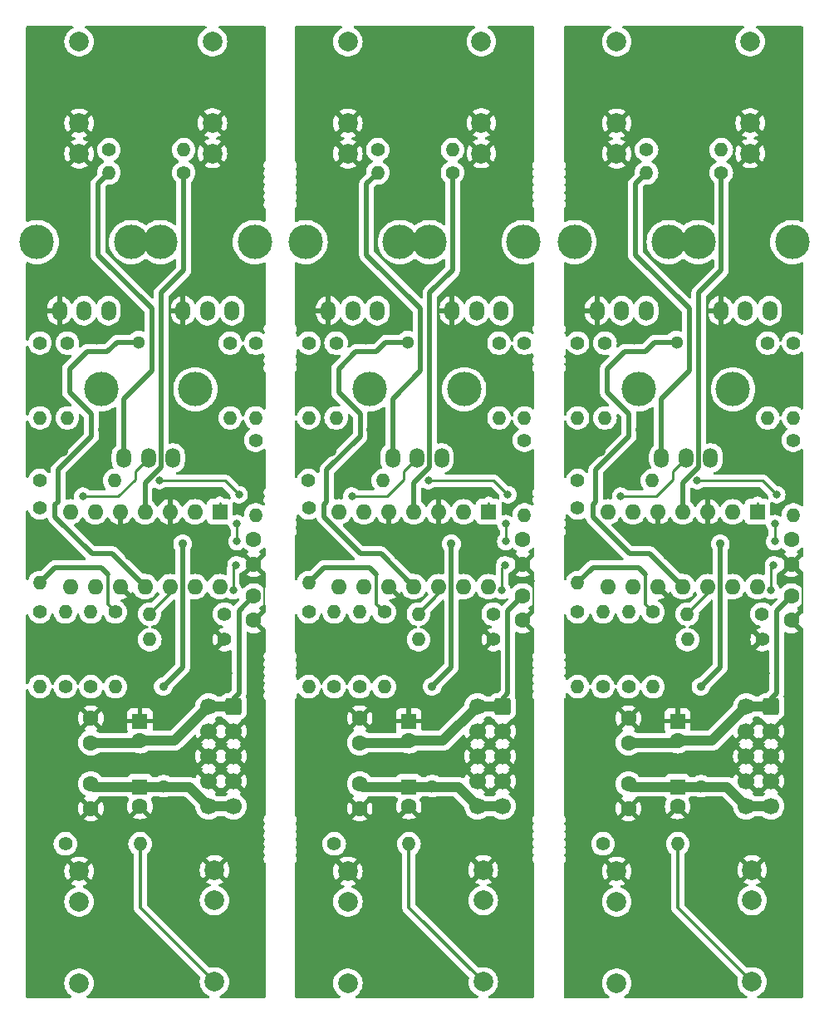
<source format=gbl>
G04 #@! TF.GenerationSoftware,KiCad,Pcbnew,8.0.4-8.0.4-0~ubuntu22.04.1*
G04 #@! TF.CreationDate,2024-10-09T19:38:23+02:00*
G04 #@! TF.ProjectId,VoltageProcessor_panel,566f6c74-6167-4655-9072-6f636573736f,0.2*
G04 #@! TF.SameCoordinates,Original*
G04 #@! TF.FileFunction,Copper,L2,Bot*
G04 #@! TF.FilePolarity,Positive*
%FSLAX46Y46*%
G04 Gerber Fmt 4.6, Leading zero omitted, Abs format (unit mm)*
G04 Created by KiCad (PCBNEW 8.0.4-8.0.4-0~ubuntu22.04.1) date 2024-10-09 19:38:23*
%MOMM*%
%LPD*%
G01*
G04 APERTURE LIST*
G04 Aperture macros list*
%AMRoundRect*
0 Rectangle with rounded corners*
0 $1 Rounding radius*
0 $2 $3 $4 $5 $6 $7 $8 $9 X,Y pos of 4 corners*
0 Add a 4 corners polygon primitive as box body*
4,1,4,$2,$3,$4,$5,$6,$7,$8,$9,$2,$3,0*
0 Add four circle primitives for the rounded corners*
1,1,$1+$1,$2,$3*
1,1,$1+$1,$4,$5*
1,1,$1+$1,$6,$7*
1,1,$1+$1,$8,$9*
0 Add four rect primitives between the rounded corners*
20,1,$1+$1,$2,$3,$4,$5,0*
20,1,$1+$1,$4,$5,$6,$7,0*
20,1,$1+$1,$6,$7,$8,$9,0*
20,1,$1+$1,$8,$9,$2,$3,0*%
G04 Aperture macros list end*
G04 #@! TA.AperFunction,ComponentPad*
%ADD10C,1.400000*%
G04 #@! TD*
G04 #@! TA.AperFunction,ComponentPad*
%ADD11O,1.400000X1.400000*%
G04 #@! TD*
G04 #@! TA.AperFunction,ComponentPad*
%ADD12C,2.000000*%
G04 #@! TD*
G04 #@! TA.AperFunction,ComponentPad*
%ADD13C,1.600000*%
G04 #@! TD*
G04 #@! TA.AperFunction,ComponentPad*
%ADD14C,3.500000*%
G04 #@! TD*
G04 #@! TA.AperFunction,ComponentPad*
%ADD15O,1.500000X2.000000*%
G04 #@! TD*
G04 #@! TA.AperFunction,ComponentPad*
%ADD16R,1.600000X1.600000*%
G04 #@! TD*
G04 #@! TA.AperFunction,ComponentPad*
%ADD17O,1.600000X1.600000*%
G04 #@! TD*
G04 #@! TA.AperFunction,ComponentPad*
%ADD18RoundRect,0.250000X0.600000X0.600000X-0.600000X0.600000X-0.600000X-0.600000X0.600000X-0.600000X0*%
G04 #@! TD*
G04 #@! TA.AperFunction,ComponentPad*
%ADD19C,1.700000*%
G04 #@! TD*
G04 #@! TA.AperFunction,ViaPad*
%ADD20C,1.300000*%
G04 #@! TD*
G04 #@! TA.AperFunction,ViaPad*
%ADD21C,0.900000*%
G04 #@! TD*
G04 #@! TA.AperFunction,ViaPad*
%ADD22C,0.800000*%
G04 #@! TD*
G04 #@! TA.AperFunction,ViaPad*
%ADD23C,0.606000*%
G04 #@! TD*
G04 #@! TA.AperFunction,Conductor*
%ADD24C,1.000000*%
G04 #@! TD*
G04 #@! TA.AperFunction,Conductor*
%ADD25C,0.500000*%
G04 #@! TD*
G04 #@! TA.AperFunction,Conductor*
%ADD26C,0.200000*%
G04 #@! TD*
G04 #@! TA.AperFunction,Conductor*
%ADD27C,0.350000*%
G04 #@! TD*
G04 #@! TA.AperFunction,Conductor*
%ADD28C,0.250000*%
G04 #@! TD*
G04 APERTURE END LIST*
D10*
X140300000Y-103800000D03*
D11*
X147920000Y-103800000D03*
D10*
X184500000Y-52800000D03*
D11*
X184500000Y-60420000D03*
D12*
X127900000Y-33480000D03*
X127900000Y-30380000D03*
X127900000Y-22080000D03*
D10*
X172140000Y-33100000D03*
D11*
X179760000Y-33100000D03*
D12*
X182900000Y-106472500D03*
X182900000Y-109572500D03*
X182900000Y-117872500D03*
X128100000Y-106472500D03*
X128100000Y-109572500D03*
X128100000Y-117872500D03*
D10*
X129700000Y-52800000D03*
D11*
X129700000Y-60420000D03*
D13*
X159500000Y-81050000D03*
X159500000Y-78550000D03*
D10*
X165100000Y-80170000D03*
D11*
X165100000Y-87790000D03*
D12*
X169100000Y-33500000D03*
X169100000Y-30400000D03*
X169100000Y-22100000D03*
D10*
X156520000Y-83000000D03*
D11*
X148900000Y-83000000D03*
D12*
X141700000Y-106600000D03*
X141700000Y-109700000D03*
X141700000Y-118000000D03*
D10*
X187100000Y-62690000D03*
D11*
X187100000Y-70310000D03*
D10*
X118000000Y-80190000D03*
D11*
X118000000Y-87810000D03*
D10*
X140300000Y-87800000D03*
D11*
X140300000Y-80180000D03*
D10*
X170300000Y-87800000D03*
D11*
X170300000Y-80180000D03*
D12*
X114300000Y-33500000D03*
X114300000Y-30400000D03*
X114300000Y-22100000D03*
D10*
X129110000Y-80400000D03*
D11*
X121490000Y-80400000D03*
D14*
X116550000Y-57500000D03*
X126150000Y-57500000D03*
D15*
X118850000Y-64500000D03*
X121350000Y-64500000D03*
X123850000Y-64500000D03*
D10*
X142900000Y-87800000D03*
D11*
X142900000Y-80180000D03*
D10*
X167700000Y-87800000D03*
D11*
X167700000Y-80180000D03*
D10*
X137700000Y-69570000D03*
D11*
X137700000Y-77190000D03*
D10*
X159700000Y-62690000D03*
D11*
X159700000Y-70310000D03*
D10*
X152360000Y-35450000D03*
D11*
X144740000Y-35450000D03*
D16*
X156040000Y-69980000D03*
D17*
X153500000Y-69980000D03*
X150960000Y-69980000D03*
X148420000Y-69980000D03*
X145880000Y-69980000D03*
X143340000Y-69980000D03*
X140800000Y-69980000D03*
X140800000Y-77600000D03*
X143340000Y-77600000D03*
X145880000Y-77600000D03*
X148420000Y-77600000D03*
X150960000Y-77600000D03*
X153500000Y-77600000D03*
X156040000Y-77600000D03*
D14*
X177400000Y-42500000D03*
X187000000Y-42500000D03*
D15*
X179700000Y-49500000D03*
X182200000Y-49500000D03*
X184700000Y-49500000D03*
D12*
X182700000Y-33480000D03*
X182700000Y-30380000D03*
X182700000Y-22080000D03*
D10*
X117340000Y-33100000D03*
D11*
X124960000Y-33100000D03*
D10*
X115500000Y-87800000D03*
D11*
X115500000Y-80180000D03*
D10*
X144740000Y-33100000D03*
D11*
X152360000Y-33100000D03*
D10*
X187100000Y-52800000D03*
D11*
X187100000Y-60420000D03*
D10*
X157100000Y-52800000D03*
D11*
X157100000Y-60420000D03*
D10*
X132300000Y-62690000D03*
D11*
X132300000Y-70310000D03*
D10*
X156510000Y-80400000D03*
D11*
X148890000Y-80400000D03*
D10*
X124960000Y-35450000D03*
D11*
X117340000Y-35450000D03*
D10*
X137690000Y-66800000D03*
D11*
X145310000Y-66800000D03*
D10*
X110290000Y-66800000D03*
D11*
X117910000Y-66800000D03*
D10*
X110300000Y-69570000D03*
D11*
X110300000Y-77190000D03*
D10*
X129120000Y-83000000D03*
D11*
X121500000Y-83000000D03*
D14*
X171350000Y-57500000D03*
X180950000Y-57500000D03*
D15*
X173650000Y-64500000D03*
X176150000Y-64500000D03*
X178650000Y-64500000D03*
D12*
X141700000Y-33500000D03*
X141700000Y-30400000D03*
X141700000Y-22100000D03*
D10*
X165100000Y-52790000D03*
D11*
X165100000Y-60410000D03*
D13*
X132100000Y-81050000D03*
X132100000Y-78550000D03*
X159500000Y-72800000D03*
X159500000Y-75300000D03*
D14*
X110000000Y-42500000D03*
X119600000Y-42500000D03*
D15*
X112300000Y-49500000D03*
X114800000Y-49500000D03*
X117300000Y-49500000D03*
D10*
X113100000Y-52800000D03*
D11*
X113100000Y-60420000D03*
D10*
X132300000Y-52800000D03*
D11*
X132300000Y-60420000D03*
D10*
X112900000Y-87800000D03*
D11*
X112900000Y-80180000D03*
D10*
X183920000Y-83000000D03*
D11*
X176300000Y-83000000D03*
D13*
X186900000Y-81050000D03*
X186900000Y-78550000D03*
D14*
X164800000Y-42500000D03*
X174400000Y-42500000D03*
D15*
X167100000Y-49500000D03*
X169600000Y-49500000D03*
X172100000Y-49500000D03*
D10*
X165090000Y-66800000D03*
D11*
X172710000Y-66800000D03*
D16*
X128640000Y-69980000D03*
D17*
X126100000Y-69980000D03*
X123560000Y-69980000D03*
X121020000Y-69980000D03*
X118480000Y-69980000D03*
X115940000Y-69980000D03*
X113400000Y-69980000D03*
X113400000Y-77600000D03*
X115940000Y-77600000D03*
X118480000Y-77600000D03*
X121020000Y-77600000D03*
X123560000Y-77600000D03*
X126100000Y-77600000D03*
X128640000Y-77600000D03*
D10*
X172800000Y-80190000D03*
D11*
X172800000Y-87810000D03*
D10*
X112900000Y-103800000D03*
D11*
X120520000Y-103800000D03*
D10*
X165100000Y-69570000D03*
D11*
X165100000Y-77190000D03*
D12*
X155500000Y-106472500D03*
X155500000Y-109572500D03*
X155500000Y-117872500D03*
D10*
X159700000Y-52800000D03*
D11*
X159700000Y-60420000D03*
D16*
X183440000Y-69980000D03*
D17*
X180900000Y-69980000D03*
X178360000Y-69980000D03*
X175820000Y-69980000D03*
X173280000Y-69980000D03*
X170740000Y-69980000D03*
X168200000Y-69980000D03*
X168200000Y-77600000D03*
X170740000Y-77600000D03*
X173280000Y-77600000D03*
X175820000Y-77600000D03*
X178360000Y-77600000D03*
X180900000Y-77600000D03*
X183440000Y-77600000D03*
D10*
X167700000Y-103800000D03*
D11*
X175320000Y-103800000D03*
D10*
X137700000Y-52790000D03*
D11*
X137700000Y-60410000D03*
D10*
X179760000Y-35450000D03*
D11*
X172140000Y-35450000D03*
D10*
X110300000Y-80170000D03*
D11*
X110300000Y-87790000D03*
D12*
X169100000Y-106600000D03*
X169100000Y-109700000D03*
X169100000Y-118000000D03*
D13*
X132100000Y-72800000D03*
X132100000Y-75300000D03*
D12*
X155300000Y-33480000D03*
X155300000Y-30380000D03*
X155300000Y-22080000D03*
D14*
X143950000Y-57500000D03*
X153550000Y-57500000D03*
D15*
X146250000Y-64500000D03*
X148750000Y-64500000D03*
X151250000Y-64500000D03*
D10*
X183910000Y-80400000D03*
D11*
X176290000Y-80400000D03*
D14*
X122600000Y-42500000D03*
X132200000Y-42500000D03*
D15*
X124900000Y-49500000D03*
X127400000Y-49500000D03*
X129900000Y-49500000D03*
D10*
X167900000Y-52800000D03*
D11*
X167900000Y-60420000D03*
D10*
X137700000Y-80170000D03*
D11*
X137700000Y-87790000D03*
D10*
X140500000Y-52800000D03*
D11*
X140500000Y-60420000D03*
D13*
X186900000Y-72800000D03*
X186900000Y-75300000D03*
D10*
X110300000Y-52790000D03*
D11*
X110300000Y-60410000D03*
D14*
X150000000Y-42500000D03*
X159600000Y-42500000D03*
D15*
X152300000Y-49500000D03*
X154800000Y-49500000D03*
X157300000Y-49500000D03*
D12*
X114300000Y-106600000D03*
X114300000Y-109700000D03*
X114300000Y-118000000D03*
D14*
X137400000Y-42500000D03*
X147000000Y-42500000D03*
D15*
X139700000Y-49500000D03*
X142200000Y-49500000D03*
X144700000Y-49500000D03*
D10*
X145400000Y-80190000D03*
D11*
X145400000Y-87810000D03*
D16*
X120500000Y-98000000D03*
D13*
X120500000Y-100000000D03*
X142900000Y-97700000D03*
X142900000Y-100200000D03*
D18*
X157440000Y-89800000D03*
D19*
X154900000Y-89800000D03*
X157440000Y-92340000D03*
X154900000Y-92340000D03*
X157440000Y-94880000D03*
X154900000Y-94880000D03*
X157440000Y-97420000D03*
X154900000Y-97420000D03*
X157440000Y-99960000D03*
X154900000Y-99960000D03*
D13*
X170300000Y-91000000D03*
X170300000Y-93500000D03*
D16*
X147900000Y-91300000D03*
D13*
X147900000Y-93300000D03*
X115500000Y-97700000D03*
X115500000Y-100200000D03*
X170300000Y-97700000D03*
X170300000Y-100200000D03*
D16*
X120500000Y-91300000D03*
D13*
X120500000Y-93300000D03*
D16*
X147900000Y-98000000D03*
D13*
X147900000Y-100000000D03*
D16*
X175300000Y-91300000D03*
D13*
X175300000Y-93300000D03*
D16*
X175300000Y-98000000D03*
D13*
X175300000Y-100000000D03*
X142900000Y-91000000D03*
X142900000Y-93500000D03*
D18*
X184840000Y-89800000D03*
D19*
X182300000Y-89800000D03*
X184840000Y-92340000D03*
X182300000Y-92340000D03*
X184840000Y-94880000D03*
X182300000Y-94880000D03*
X184840000Y-97420000D03*
X182300000Y-97420000D03*
X184840000Y-99960000D03*
X182300000Y-99960000D03*
D13*
X115500000Y-91000000D03*
X115500000Y-93500000D03*
D18*
X130040000Y-89800000D03*
D19*
X127500000Y-89800000D03*
X130040000Y-92340000D03*
X127500000Y-92340000D03*
X130040000Y-94880000D03*
X127500000Y-94880000D03*
X130040000Y-97420000D03*
X127500000Y-97420000D03*
X130040000Y-99960000D03*
X127500000Y-99960000D03*
D20*
X122903400Y-97914600D03*
D21*
X124850000Y-73250000D03*
X122878000Y-87780000D03*
D20*
X120400000Y-52700000D03*
D21*
X117297779Y-71940107D03*
D20*
X111750000Y-46350000D03*
D22*
X127350000Y-74000000D03*
X129500000Y-86400000D03*
D20*
X130100000Y-31750000D03*
X132350000Y-35750000D03*
X111700000Y-56600000D03*
X121200000Y-31000000D03*
D21*
X124850000Y-71750000D03*
X126100000Y-47250000D03*
D20*
X110178000Y-50238800D03*
X131800000Y-24900000D03*
D22*
X119400000Y-74500000D03*
D20*
X128050000Y-38350000D03*
X116604200Y-81836400D03*
X117450000Y-23150000D03*
D22*
X132800000Y-82700000D03*
D20*
X125113200Y-53109000D03*
X114350000Y-36200000D03*
X119700000Y-116650000D03*
X111600000Y-101000000D03*
D23*
X115350000Y-72250000D03*
D21*
X116629600Y-61643400D03*
D20*
X122600000Y-116650000D03*
D22*
X125548008Y-68061295D03*
D20*
X127750000Y-62700000D03*
X110076400Y-35151200D03*
X121100000Y-39500000D03*
X111600000Y-92500000D03*
X123500000Y-38100000D03*
D21*
X119700000Y-81300000D03*
D22*
X132900000Y-77000000D03*
D20*
X110350000Y-73250000D03*
X110600000Y-24300000D03*
D21*
X119850000Y-45500000D03*
D22*
X125600000Y-102700000D03*
D20*
X112100000Y-109500000D03*
X112565600Y-63726200D03*
X125350000Y-24350000D03*
X112850000Y-74000000D03*
X116150000Y-52300000D03*
D22*
X124500000Y-88700000D03*
X118000000Y-106500000D03*
D20*
X121200000Y-23100000D03*
D22*
X130000000Y-78000000D03*
X130300000Y-75400000D03*
X130400000Y-73000000D03*
X130400000Y-71200000D03*
X114700000Y-68400000D03*
X130600000Y-68241942D03*
X122500000Y-66800000D03*
D21*
X152250000Y-73250000D03*
X150278000Y-87780000D03*
D20*
X150303400Y-97914600D03*
X147800000Y-52700000D03*
X137578000Y-50238800D03*
X139965600Y-63726200D03*
X155450000Y-38350000D03*
X139100000Y-56600000D03*
X144850000Y-23150000D03*
X159200000Y-24900000D03*
X152513200Y-53109000D03*
X159750000Y-35750000D03*
D21*
X153500000Y-47250000D03*
X147100000Y-81300000D03*
D22*
X145400000Y-106500000D03*
D21*
X144697779Y-71940107D03*
D20*
X148600000Y-23100000D03*
D21*
X147250000Y-45500000D03*
D22*
X156900000Y-86400000D03*
D20*
X140250000Y-74000000D03*
D22*
X154750000Y-74000000D03*
D20*
X139000000Y-101000000D03*
X139150000Y-46350000D03*
X148500000Y-39500000D03*
X157500000Y-31750000D03*
D22*
X153000000Y-102700000D03*
D23*
X142750000Y-72250000D03*
D20*
X141750000Y-36200000D03*
X150900000Y-38100000D03*
D22*
X146800000Y-74500000D03*
D20*
X139500000Y-109500000D03*
X137750000Y-73250000D03*
X155150000Y-62700000D03*
X143550000Y-52300000D03*
D22*
X160300000Y-77000000D03*
D21*
X152250000Y-71750000D03*
D22*
X151900000Y-88700000D03*
D20*
X137476400Y-35151200D03*
D21*
X144029600Y-61643400D03*
D22*
X152948008Y-68061295D03*
D20*
X138000000Y-24300000D03*
X147100000Y-116650000D03*
X144004200Y-81836400D03*
X148600000Y-31000000D03*
X150000000Y-116650000D03*
X152750000Y-24350000D03*
D22*
X160200000Y-82700000D03*
D20*
X139000000Y-92500000D03*
D22*
X157700000Y-75400000D03*
X157800000Y-71200000D03*
X157800000Y-73000000D03*
X157400000Y-78000000D03*
X142100000Y-68400000D03*
X158000000Y-68241942D03*
X149900000Y-66800000D03*
D20*
X177703400Y-97914600D03*
D21*
X179650000Y-73250000D03*
X177678000Y-87780000D03*
D20*
X175200000Y-52700000D03*
D22*
X180400000Y-102700000D03*
D23*
X170150000Y-72250000D03*
D22*
X187600000Y-82700000D03*
D20*
X166400000Y-92500000D03*
D22*
X174200000Y-74500000D03*
D20*
X174500000Y-116650000D03*
D21*
X172097779Y-71940107D03*
D20*
X182850000Y-38350000D03*
X182550000Y-62700000D03*
D22*
X184300000Y-86400000D03*
D20*
X176000000Y-31000000D03*
X178300000Y-38100000D03*
X165400000Y-24300000D03*
X167365600Y-63726200D03*
D21*
X179650000Y-71750000D03*
D20*
X186600000Y-24900000D03*
X170950000Y-52300000D03*
X176000000Y-23100000D03*
X177400000Y-116650000D03*
X165150000Y-73250000D03*
X187150000Y-35750000D03*
D22*
X182150000Y-74000000D03*
D20*
X164876400Y-35151200D03*
X180150000Y-24350000D03*
X172250000Y-23150000D03*
D21*
X174500000Y-81300000D03*
D20*
X166900000Y-109500000D03*
D22*
X172800000Y-106500000D03*
D20*
X164978000Y-50238800D03*
X169150000Y-36200000D03*
X166550000Y-46350000D03*
X175900000Y-39500000D03*
X167650000Y-74000000D03*
D21*
X180900000Y-47250000D03*
X174650000Y-45500000D03*
D22*
X180348008Y-68061295D03*
D20*
X166400000Y-101000000D03*
X179913200Y-53109000D03*
D21*
X171429600Y-61643400D03*
D22*
X179300000Y-88700000D03*
X187700000Y-77000000D03*
D20*
X171404200Y-81836400D03*
X184900000Y-31750000D03*
X166500000Y-56600000D03*
D22*
X184800000Y-78000000D03*
X185100000Y-75400000D03*
X185200000Y-71200000D03*
X185200000Y-73000000D03*
X169500000Y-68400000D03*
X177300000Y-66800000D03*
X185400000Y-68241942D03*
D24*
X125540000Y-98000000D02*
X127500000Y-99960000D01*
D25*
X124960000Y-35450000D02*
X124960000Y-45382944D01*
D24*
X120500000Y-98000000D02*
X115800000Y-98000000D01*
D25*
X124850000Y-85808000D02*
X122878000Y-87780000D01*
D24*
X115800000Y-98000000D02*
X115500000Y-97700000D01*
X127500000Y-99960000D02*
X130040000Y-99960000D01*
X120500000Y-98000000D02*
X125540000Y-98000000D01*
D25*
X122650000Y-47692944D02*
X122650000Y-65447918D01*
X121020000Y-67077918D02*
X121020000Y-69980000D01*
X122650000Y-65447918D02*
X121020000Y-67077918D01*
X124960000Y-45382944D02*
X122650000Y-47692944D01*
X124850000Y-73250000D02*
X124850000Y-85808000D01*
D24*
X120300000Y-93500000D02*
X120500000Y-93300000D01*
D25*
X117200000Y-53650000D02*
X115100000Y-53650000D01*
X127390000Y-89690000D02*
X127500000Y-89800000D01*
X112150000Y-68950000D02*
X111850000Y-69250000D01*
X111850000Y-69250000D02*
X111850000Y-70500000D01*
X113350000Y-55400000D02*
X113350000Y-57850000D01*
X130600000Y-88500000D02*
X130600000Y-80050000D01*
X117670000Y-74250000D02*
X121020000Y-77600000D01*
X115100000Y-53650000D02*
X113350000Y-55400000D01*
X115600000Y-74250000D02*
X117670000Y-74250000D01*
X130040000Y-89800000D02*
X130040000Y-89060000D01*
X113350000Y-57850000D02*
X115550000Y-60050000D01*
X112150000Y-65700000D02*
X112150000Y-68950000D01*
D24*
X124000000Y-93300000D02*
X120500000Y-93300000D01*
D25*
X115550000Y-62300000D02*
X112150000Y-65700000D01*
X130600000Y-80050000D02*
X132100000Y-78550000D01*
X120400000Y-52700000D02*
X118150000Y-52700000D01*
X115550000Y-60050000D02*
X115550000Y-62300000D01*
X118150000Y-52700000D02*
X117200000Y-53650000D01*
X130040000Y-89060000D02*
X130600000Y-88500000D01*
D24*
X127500000Y-89800000D02*
X130040000Y-89800000D01*
X127500000Y-89800000D02*
X124000000Y-93300000D01*
D25*
X111850000Y-70500000D02*
X115600000Y-74250000D01*
D24*
X115500000Y-93500000D02*
X120300000Y-93500000D01*
D26*
X133200000Y-79950000D02*
X133200000Y-76400000D01*
D25*
X119700000Y-78820000D02*
X118480000Y-77600000D01*
D26*
X132100000Y-81050000D02*
X133200000Y-79950000D01*
D25*
X117297779Y-71940107D02*
X117297779Y-72397779D01*
X117297779Y-72397779D02*
X119400000Y-74500000D01*
X119700000Y-81300000D02*
X119700000Y-78820000D01*
D26*
X133200000Y-76400000D02*
X132100000Y-75300000D01*
D27*
X120520000Y-110292500D02*
X128100000Y-117872500D01*
X120520000Y-103800000D02*
X120520000Y-110292500D01*
D28*
X112890000Y-80170000D02*
X112900000Y-80180000D01*
D25*
X118850000Y-58500000D02*
X121700000Y-55650000D01*
X116200000Y-36590000D02*
X117340000Y-35450000D01*
X121700000Y-55650000D02*
X121700000Y-49300000D01*
X116200000Y-43800000D02*
X116200000Y-36590000D01*
X118850000Y-64500000D02*
X118850000Y-58500000D01*
X121700000Y-49300000D02*
X116200000Y-43800000D01*
D28*
X130000000Y-75700000D02*
X130300000Y-75400000D01*
X130400000Y-73000000D02*
X130400000Y-71200000D01*
X130000000Y-78000000D02*
X130000000Y-75700000D01*
X128640000Y-69060000D02*
X128640000Y-69980000D01*
X130400000Y-73100000D02*
X130400000Y-73000000D01*
X120000000Y-66700000D02*
X120000000Y-65850000D01*
X118300000Y-68400000D02*
X120000000Y-66700000D01*
X120000000Y-65850000D02*
X121350000Y-64500000D01*
X114700000Y-68400000D02*
X118300000Y-68400000D01*
X122500000Y-66800000D02*
X127200000Y-66800000D01*
X130600000Y-68241942D02*
X129158058Y-66800000D01*
X129158058Y-66800000D02*
X127200000Y-66800000D01*
D27*
X123560000Y-78330000D02*
X123560000Y-77600000D01*
X121490000Y-80400000D02*
X123560000Y-78330000D01*
D25*
X116535000Y-75638800D02*
X117230000Y-76333800D01*
X110300000Y-77190000D02*
X111851200Y-75638800D01*
X111851200Y-75638800D02*
X116535000Y-75638800D01*
D27*
X117230000Y-79420000D02*
X118000000Y-80190000D01*
X117230000Y-76333800D02*
X117230000Y-79420000D01*
D24*
X147900000Y-98000000D02*
X143200000Y-98000000D01*
X152940000Y-98000000D02*
X154900000Y-99960000D01*
X143200000Y-98000000D02*
X142900000Y-97700000D01*
D25*
X148420000Y-67077918D02*
X148420000Y-69980000D01*
X152250000Y-85808000D02*
X150278000Y-87780000D01*
X152360000Y-45382944D02*
X150050000Y-47692944D01*
D24*
X154900000Y-99960000D02*
X157440000Y-99960000D01*
X147900000Y-98000000D02*
X152940000Y-98000000D01*
D25*
X152360000Y-35450000D02*
X152360000Y-45382944D01*
X152250000Y-73250000D02*
X152250000Y-85808000D01*
X150050000Y-65447918D02*
X148420000Y-67077918D01*
X150050000Y-47692944D02*
X150050000Y-65447918D01*
X140750000Y-55400000D02*
X140750000Y-57850000D01*
X145550000Y-52700000D02*
X144600000Y-53650000D01*
X144600000Y-53650000D02*
X142500000Y-53650000D01*
X139250000Y-69250000D02*
X139250000Y-70500000D01*
X142950000Y-62300000D02*
X139550000Y-65700000D01*
X154790000Y-89690000D02*
X154900000Y-89800000D01*
X142500000Y-53650000D02*
X140750000Y-55400000D01*
X139550000Y-65700000D02*
X139550000Y-68950000D01*
X139250000Y-70500000D02*
X143000000Y-74250000D01*
X157440000Y-89060000D02*
X158000000Y-88500000D01*
X158000000Y-80050000D02*
X159500000Y-78550000D01*
D24*
X142900000Y-93500000D02*
X147700000Y-93500000D01*
X154900000Y-89800000D02*
X157440000Y-89800000D01*
D25*
X143000000Y-74250000D02*
X145070000Y-74250000D01*
X147800000Y-52700000D02*
X145550000Y-52700000D01*
X145070000Y-74250000D02*
X148420000Y-77600000D01*
X157440000Y-89800000D02*
X157440000Y-89060000D01*
D24*
X147700000Y-93500000D02*
X147900000Y-93300000D01*
D25*
X142950000Y-60050000D02*
X142950000Y-62300000D01*
D24*
X154900000Y-89800000D02*
X151400000Y-93300000D01*
X151400000Y-93300000D02*
X147900000Y-93300000D01*
D25*
X158000000Y-88500000D02*
X158000000Y-80050000D01*
X140750000Y-57850000D02*
X142950000Y-60050000D01*
X139550000Y-68950000D02*
X139250000Y-69250000D01*
D26*
X160600000Y-79950000D02*
X160600000Y-76400000D01*
X159500000Y-81050000D02*
X160600000Y-79950000D01*
D25*
X144697779Y-72397779D02*
X146800000Y-74500000D01*
D26*
X160600000Y-76400000D02*
X159500000Y-75300000D01*
D25*
X144697779Y-71940107D02*
X144697779Y-72397779D01*
X147100000Y-78820000D02*
X145880000Y-77600000D01*
X147100000Y-81300000D02*
X147100000Y-78820000D01*
D27*
X147920000Y-103800000D02*
X147920000Y-110292500D01*
X147920000Y-110292500D02*
X155500000Y-117872500D01*
D28*
X140290000Y-80170000D02*
X140300000Y-80180000D01*
D25*
X146250000Y-64500000D02*
X146250000Y-58500000D01*
X146250000Y-58500000D02*
X149100000Y-55650000D01*
X149100000Y-49300000D02*
X143600000Y-43800000D01*
X143600000Y-36590000D02*
X144740000Y-35450000D01*
X143600000Y-43800000D02*
X143600000Y-36590000D01*
X149100000Y-55650000D02*
X149100000Y-49300000D01*
D28*
X156040000Y-69060000D02*
X156040000Y-69980000D01*
X157800000Y-73100000D02*
X157800000Y-73000000D01*
X157800000Y-73000000D02*
X157800000Y-71200000D01*
X157400000Y-75700000D02*
X157700000Y-75400000D01*
X157400000Y-78000000D02*
X157400000Y-75700000D01*
X147400000Y-65850000D02*
X148750000Y-64500000D01*
X147400000Y-66700000D02*
X147400000Y-65850000D01*
X142100000Y-68400000D02*
X145700000Y-68400000D01*
X145700000Y-68400000D02*
X147400000Y-66700000D01*
X149900000Y-66800000D02*
X154600000Y-66800000D01*
X156558058Y-66800000D02*
X154600000Y-66800000D01*
X158000000Y-68241942D02*
X156558058Y-66800000D01*
D27*
X148890000Y-80400000D02*
X150960000Y-78330000D01*
X150960000Y-78330000D02*
X150960000Y-77600000D01*
D25*
X139251200Y-75638800D02*
X143935000Y-75638800D01*
X137700000Y-77190000D02*
X139251200Y-75638800D01*
D27*
X144630000Y-76333800D02*
X144630000Y-79420000D01*
X144630000Y-79420000D02*
X145400000Y-80190000D01*
D25*
X143935000Y-75638800D02*
X144630000Y-76333800D01*
X177450000Y-47692944D02*
X177450000Y-65447918D01*
D24*
X175300000Y-98000000D02*
X180340000Y-98000000D01*
X182300000Y-99960000D02*
X184840000Y-99960000D01*
X175300000Y-98000000D02*
X170600000Y-98000000D01*
D25*
X175820000Y-67077918D02*
X175820000Y-69980000D01*
X177450000Y-65447918D02*
X175820000Y-67077918D01*
X179650000Y-73250000D02*
X179650000Y-85808000D01*
D24*
X180340000Y-98000000D02*
X182300000Y-99960000D01*
X170600000Y-98000000D02*
X170300000Y-97700000D01*
D25*
X179760000Y-45382944D02*
X177450000Y-47692944D01*
X179650000Y-85808000D02*
X177678000Y-87780000D01*
X179760000Y-35450000D02*
X179760000Y-45382944D01*
D24*
X182300000Y-89800000D02*
X178800000Y-93300000D01*
D25*
X170350000Y-60050000D02*
X170350000Y-62300000D01*
X166950000Y-65700000D02*
X166950000Y-68950000D01*
D24*
X178800000Y-93300000D02*
X175300000Y-93300000D01*
D25*
X185400000Y-88500000D02*
X185400000Y-80050000D01*
X166650000Y-69250000D02*
X166650000Y-70500000D01*
D24*
X182300000Y-89800000D02*
X184840000Y-89800000D01*
D25*
X170350000Y-62300000D02*
X166950000Y-65700000D01*
X172950000Y-52700000D02*
X172000000Y-53650000D01*
X175200000Y-52700000D02*
X172950000Y-52700000D01*
X184840000Y-89800000D02*
X184840000Y-89060000D01*
X185400000Y-80050000D02*
X186900000Y-78550000D01*
X184840000Y-89060000D02*
X185400000Y-88500000D01*
X168150000Y-55400000D02*
X168150000Y-57850000D01*
X169900000Y-53650000D02*
X168150000Y-55400000D01*
X170400000Y-74250000D02*
X172470000Y-74250000D01*
X166950000Y-68950000D02*
X166650000Y-69250000D01*
X168150000Y-57850000D02*
X170350000Y-60050000D01*
X172000000Y-53650000D02*
X169900000Y-53650000D01*
X172470000Y-74250000D02*
X175820000Y-77600000D01*
D24*
X175100000Y-93500000D02*
X175300000Y-93300000D01*
D25*
X182190000Y-89690000D02*
X182300000Y-89800000D01*
X166650000Y-70500000D02*
X170400000Y-74250000D01*
D24*
X170300000Y-93500000D02*
X175100000Y-93500000D01*
D26*
X188000000Y-79950000D02*
X188000000Y-76400000D01*
X186900000Y-81050000D02*
X188000000Y-79950000D01*
D25*
X174500000Y-81300000D02*
X174500000Y-78820000D01*
X172097779Y-71940107D02*
X172097779Y-72397779D01*
X172097779Y-72397779D02*
X174200000Y-74500000D01*
X174500000Y-78820000D02*
X173280000Y-77600000D01*
D26*
X188000000Y-76400000D02*
X186900000Y-75300000D01*
D27*
X175320000Y-110292500D02*
X182900000Y-117872500D01*
X175320000Y-103800000D02*
X175320000Y-110292500D01*
D28*
X167690000Y-80170000D02*
X167700000Y-80180000D01*
D25*
X173650000Y-58500000D02*
X176500000Y-55650000D01*
X173650000Y-64500000D02*
X173650000Y-58500000D01*
X171000000Y-43800000D02*
X171000000Y-36590000D01*
X176500000Y-49300000D02*
X171000000Y-43800000D01*
X171000000Y-36590000D02*
X172140000Y-35450000D01*
X176500000Y-55650000D02*
X176500000Y-49300000D01*
D28*
X184800000Y-78000000D02*
X184800000Y-75700000D01*
X185200000Y-73000000D02*
X185200000Y-71200000D01*
X184800000Y-75700000D02*
X185100000Y-75400000D01*
X185200000Y-73100000D02*
X185200000Y-73000000D01*
X183440000Y-69060000D02*
X183440000Y-69980000D01*
X169500000Y-68400000D02*
X173100000Y-68400000D01*
X174800000Y-65850000D02*
X176150000Y-64500000D01*
X174800000Y-66700000D02*
X174800000Y-65850000D01*
X173100000Y-68400000D02*
X174800000Y-66700000D01*
X183958058Y-66800000D02*
X182000000Y-66800000D01*
X177300000Y-66800000D02*
X182000000Y-66800000D01*
X185400000Y-68241942D02*
X183958058Y-66800000D01*
D27*
X178360000Y-78330000D02*
X178360000Y-77600000D01*
X176290000Y-80400000D02*
X178360000Y-78330000D01*
D25*
X165100000Y-77190000D02*
X166651200Y-75638800D01*
X171335000Y-75638800D02*
X172030000Y-76333800D01*
D27*
X172030000Y-79420000D02*
X172800000Y-80190000D01*
D25*
X166651200Y-75638800D02*
X171335000Y-75638800D01*
D27*
X172030000Y-76333800D02*
X172030000Y-79420000D01*
G04 #@! TA.AperFunction,Conductor*
G36*
X147217588Y-78142757D02*
G01*
X147262106Y-78194133D01*
X147289431Y-78252732D01*
X147289432Y-78252734D01*
X147419954Y-78439141D01*
X147580858Y-78600045D01*
X147580861Y-78600047D01*
X147767266Y-78730568D01*
X147973504Y-78826739D01*
X148193308Y-78885635D01*
X148342379Y-78898677D01*
X148419998Y-78905468D01*
X148420000Y-78905468D01*
X148420002Y-78905468D01*
X148476784Y-78900500D01*
X148646692Y-78885635D01*
X148866496Y-78826739D01*
X149072734Y-78730568D01*
X149259139Y-78600047D01*
X149420047Y-78439139D01*
X149550568Y-78252734D01*
X149577618Y-78194724D01*
X149623790Y-78142285D01*
X149690983Y-78123133D01*
X149757865Y-78143348D01*
X149802382Y-78194725D01*
X149829429Y-78252728D01*
X149829432Y-78252734D01*
X149873754Y-78316033D01*
X149896082Y-78382240D01*
X149879070Y-78450007D01*
X149859860Y-78474837D01*
X149160318Y-79174379D01*
X149098995Y-79207864D01*
X149049853Y-79208586D01*
X149001243Y-79199500D01*
X148778757Y-79199500D01*
X148560060Y-79240382D01*
X148428864Y-79291207D01*
X148352601Y-79320752D01*
X148352595Y-79320754D01*
X148163439Y-79437874D01*
X148163437Y-79437876D01*
X147999020Y-79587761D01*
X147864943Y-79765308D01*
X147864938Y-79765316D01*
X147765775Y-79964461D01*
X147765769Y-79964476D01*
X147704885Y-80178462D01*
X147704884Y-80178464D01*
X147684357Y-80399999D01*
X147684357Y-80400000D01*
X147704884Y-80621535D01*
X147704885Y-80621537D01*
X147765769Y-80835523D01*
X147765775Y-80835538D01*
X147864938Y-81034683D01*
X147864943Y-81034691D01*
X147999020Y-81212238D01*
X148163437Y-81362123D01*
X148163439Y-81362125D01*
X148352595Y-81479245D01*
X148352596Y-81479245D01*
X148352599Y-81479247D01*
X148560060Y-81559618D01*
X148663993Y-81579046D01*
X148726271Y-81610713D01*
X148761544Y-81671025D01*
X148758610Y-81740833D01*
X148718402Y-81797974D01*
X148663991Y-81822822D01*
X148570071Y-81840379D01*
X148570062Y-81840381D01*
X148570060Y-81840382D01*
X148438864Y-81891207D01*
X148362601Y-81920752D01*
X148362595Y-81920754D01*
X148173439Y-82037874D01*
X148173437Y-82037876D01*
X148009020Y-82187761D01*
X147874943Y-82365308D01*
X147874938Y-82365316D01*
X147775775Y-82564461D01*
X147775769Y-82564476D01*
X147714885Y-82778462D01*
X147714884Y-82778464D01*
X147694357Y-82999999D01*
X147694357Y-83000000D01*
X147714884Y-83221535D01*
X147714885Y-83221537D01*
X147775769Y-83435523D01*
X147775775Y-83435538D01*
X147874938Y-83634683D01*
X147874943Y-83634691D01*
X148009020Y-83812238D01*
X148173437Y-83962123D01*
X148173439Y-83962125D01*
X148362595Y-84079245D01*
X148362596Y-84079245D01*
X148362599Y-84079247D01*
X148570060Y-84159618D01*
X148788757Y-84200500D01*
X148788759Y-84200500D01*
X149011241Y-84200500D01*
X149011243Y-84200500D01*
X149229940Y-84159618D01*
X149437401Y-84079247D01*
X149626562Y-83962124D01*
X149790981Y-83812236D01*
X149925058Y-83634689D01*
X150024229Y-83435528D01*
X150085115Y-83221536D01*
X150105643Y-83000000D01*
X150085115Y-82778464D01*
X150024229Y-82564472D01*
X149925189Y-82365574D01*
X149925061Y-82365316D01*
X149925056Y-82365308D01*
X149790979Y-82187761D01*
X149626562Y-82037876D01*
X149626560Y-82037874D01*
X149437404Y-81920754D01*
X149437398Y-81920752D01*
X149229940Y-81840382D01*
X149126006Y-81820953D01*
X149063728Y-81789285D01*
X149028455Y-81728973D01*
X149031389Y-81659165D01*
X149071598Y-81602025D01*
X149126005Y-81577177D01*
X149219940Y-81559618D01*
X149427401Y-81479247D01*
X149616562Y-81362124D01*
X149780981Y-81212236D01*
X149915058Y-81034689D01*
X150014229Y-80835528D01*
X150075115Y-80621536D01*
X150095643Y-80400000D01*
X150079783Y-80228846D01*
X150093198Y-80160279D01*
X150115570Y-80129729D01*
X151287819Y-78957481D01*
X151349142Y-78923996D01*
X151418834Y-78928980D01*
X151474767Y-78970852D01*
X151499184Y-79036316D01*
X151499500Y-79045162D01*
X151499500Y-85445770D01*
X151479815Y-85512809D01*
X151463181Y-85533451D01*
X150191494Y-86805137D01*
X150130171Y-86838622D01*
X150115970Y-86840859D01*
X150091666Y-86843253D01*
X149912497Y-86897604D01*
X149747376Y-86985862D01*
X149747373Y-86985864D01*
X149602642Y-87104642D01*
X149483864Y-87249373D01*
X149483862Y-87249376D01*
X149395604Y-87414497D01*
X149341253Y-87593666D01*
X149341252Y-87593668D01*
X149322901Y-87780000D01*
X149341252Y-87966331D01*
X149341253Y-87966333D01*
X149395604Y-88145502D01*
X149483862Y-88310623D01*
X149483864Y-88310626D01*
X149602642Y-88455357D01*
X149747373Y-88574135D01*
X149747376Y-88574137D01*
X149857611Y-88633058D01*
X149912499Y-88662396D01*
X150091666Y-88716746D01*
X150091668Y-88716747D01*
X150108374Y-88718392D01*
X150278000Y-88735099D01*
X150464331Y-88716747D01*
X150643501Y-88662396D01*
X150808625Y-88574136D01*
X150953357Y-88455357D01*
X151072136Y-88310625D01*
X151160396Y-88145501D01*
X151214747Y-87966331D01*
X151217139Y-87942034D01*
X151243297Y-87877248D01*
X151252852Y-87866513D01*
X152832951Y-86286416D01*
X152915084Y-86163495D01*
X152971658Y-86026913D01*
X153000500Y-85881918D01*
X153000500Y-85734083D01*
X153000500Y-82999999D01*
X155314859Y-82999999D01*
X155314859Y-83000000D01*
X155335378Y-83221439D01*
X155396240Y-83435350D01*
X155495369Y-83634428D01*
X155511137Y-83655308D01*
X155511138Y-83655308D01*
X156166447Y-83000000D01*
X156166447Y-82999999D01*
X155511138Y-82344690D01*
X155511137Y-82344691D01*
X155495368Y-82365574D01*
X155396240Y-82564649D01*
X155335378Y-82778560D01*
X155314859Y-82999999D01*
X153000500Y-82999999D01*
X153000500Y-78974136D01*
X153020185Y-78907097D01*
X153072989Y-78861342D01*
X153142147Y-78851398D01*
X153156582Y-78854358D01*
X153273308Y-78885635D01*
X153422379Y-78898677D01*
X153499998Y-78905468D01*
X153500000Y-78905468D01*
X153500002Y-78905468D01*
X153556784Y-78900500D01*
X153726692Y-78885635D01*
X153946496Y-78826739D01*
X154152734Y-78730568D01*
X154339139Y-78600047D01*
X154500047Y-78439139D01*
X154630568Y-78252734D01*
X154657618Y-78194724D01*
X154703790Y-78142285D01*
X154770983Y-78123133D01*
X154837865Y-78143348D01*
X154882382Y-78194725D01*
X154909429Y-78252728D01*
X154909432Y-78252734D01*
X155039954Y-78439141D01*
X155200858Y-78600045D01*
X155200861Y-78600047D01*
X155387266Y-78730568D01*
X155593504Y-78826739D01*
X155813308Y-78885635D01*
X155962379Y-78898677D01*
X156039998Y-78905468D01*
X156040000Y-78905468D01*
X156040002Y-78905468D01*
X156096784Y-78900500D01*
X156266692Y-78885635D01*
X156486496Y-78826739D01*
X156692734Y-78730568D01*
X156712341Y-78716838D01*
X156778546Y-78694511D01*
X156846313Y-78711520D01*
X156856350Y-78718095D01*
X156947265Y-78784148D01*
X156947270Y-78784151D01*
X157120192Y-78861142D01*
X157120197Y-78861144D01*
X157305354Y-78900500D01*
X157305355Y-78900500D01*
X157494644Y-78900500D01*
X157494646Y-78900500D01*
X157679803Y-78861144D01*
X157852730Y-78784151D01*
X157864371Y-78775692D01*
X157930176Y-78752210D01*
X157998231Y-78768033D01*
X158046927Y-78818137D01*
X158060806Y-78886615D01*
X158035459Y-78951725D01*
X158024941Y-78963689D01*
X157484643Y-79503988D01*
X157423320Y-79537473D01*
X157353629Y-79532489D01*
X157313424Y-79507944D01*
X157236563Y-79437876D01*
X157236560Y-79437874D01*
X157047404Y-79320754D01*
X157047398Y-79320752D01*
X156839940Y-79240382D01*
X156621243Y-79199500D01*
X156398757Y-79199500D01*
X156180060Y-79240382D01*
X156048864Y-79291207D01*
X155972601Y-79320752D01*
X155972595Y-79320754D01*
X155783439Y-79437874D01*
X155783437Y-79437876D01*
X155619020Y-79587761D01*
X155484943Y-79765308D01*
X155484938Y-79765316D01*
X155385775Y-79964461D01*
X155385769Y-79964476D01*
X155324885Y-80178462D01*
X155324884Y-80178464D01*
X155304357Y-80399999D01*
X155304357Y-80400000D01*
X155324884Y-80621535D01*
X155324885Y-80621537D01*
X155385769Y-80835523D01*
X155385775Y-80835538D01*
X155484938Y-81034683D01*
X155484943Y-81034691D01*
X155619020Y-81212238D01*
X155783437Y-81362123D01*
X155783439Y-81362125D01*
X155972595Y-81479245D01*
X155972596Y-81479245D01*
X155972599Y-81479247D01*
X156180060Y-81559618D01*
X156285352Y-81579300D01*
X156347631Y-81610967D01*
X156382904Y-81671279D01*
X156379971Y-81741087D01*
X156339762Y-81798227D01*
X156285351Y-81823077D01*
X156190194Y-81840865D01*
X155982824Y-81921200D01*
X155982823Y-81921201D01*
X155866671Y-81993119D01*
X156520000Y-82646447D01*
X156523553Y-82650000D01*
X156473922Y-82650000D01*
X156384905Y-82673852D01*
X156305095Y-82719930D01*
X156239930Y-82785095D01*
X156193852Y-82864905D01*
X156170000Y-82953922D01*
X156170000Y-83046078D01*
X156193852Y-83135095D01*
X156239930Y-83214905D01*
X156305095Y-83280070D01*
X156384905Y-83326148D01*
X156473922Y-83350000D01*
X156523551Y-83350000D01*
X155866672Y-84006879D01*
X155866672Y-84006880D01*
X155982821Y-84078797D01*
X155982822Y-84078798D01*
X156190195Y-84159134D01*
X156408807Y-84200000D01*
X156631193Y-84200000D01*
X156849804Y-84159134D01*
X157057177Y-84078798D01*
X157057178Y-84078797D01*
X157060219Y-84076915D01*
X157061876Y-84076458D01*
X157062309Y-84076243D01*
X157062351Y-84076327D01*
X157127579Y-84058357D01*
X157194279Y-84079163D01*
X157239142Y-84132727D01*
X157249500Y-84182340D01*
X157249500Y-88137769D01*
X157229815Y-88204808D01*
X157213181Y-88225450D01*
X157025449Y-88413181D01*
X156964126Y-88446666D01*
X156937769Y-88449500D01*
X156789999Y-88449500D01*
X156789980Y-88449501D01*
X156687203Y-88460000D01*
X156687200Y-88460001D01*
X156520668Y-88515185D01*
X156520663Y-88515187D01*
X156371342Y-88607289D01*
X156247287Y-88731344D01*
X156241580Y-88740598D01*
X156189632Y-88787322D01*
X156136042Y-88799500D01*
X155860758Y-88799500D01*
X155793719Y-88779815D01*
X155773077Y-88763181D01*
X155771402Y-88761506D01*
X155771395Y-88761501D01*
X155758003Y-88752124D01*
X155707479Y-88716746D01*
X155577834Y-88625967D01*
X155577830Y-88625965D01*
X155482659Y-88581586D01*
X155363663Y-88526097D01*
X155363659Y-88526096D01*
X155363655Y-88526094D01*
X155135413Y-88464938D01*
X155135403Y-88464936D01*
X154900001Y-88444341D01*
X154899999Y-88444341D01*
X154664596Y-88464936D01*
X154664586Y-88464938D01*
X154436344Y-88526094D01*
X154436335Y-88526098D01*
X154222171Y-88625964D01*
X154222169Y-88625965D01*
X154028597Y-88761505D01*
X153861505Y-88928597D01*
X153725965Y-89122169D01*
X153725964Y-89122171D01*
X153626098Y-89336335D01*
X153626094Y-89336344D01*
X153564938Y-89564586D01*
X153564936Y-89564596D01*
X153553955Y-89690097D01*
X153528501Y-89755166D01*
X153518108Y-89766969D01*
X151021899Y-92263181D01*
X150960576Y-92296666D01*
X150934218Y-92299500D01*
X149321740Y-92299500D01*
X149254701Y-92279815D01*
X149208946Y-92227011D01*
X149198450Y-92162245D01*
X149199999Y-92147828D01*
X149200000Y-92147827D01*
X149200000Y-91550000D01*
X148215686Y-91550000D01*
X148220080Y-91545606D01*
X148272741Y-91454394D01*
X148300000Y-91352661D01*
X148300000Y-91247339D01*
X148272741Y-91145606D01*
X148220080Y-91054394D01*
X148215686Y-91050000D01*
X149200000Y-91050000D01*
X149200000Y-90452172D01*
X149199999Y-90452155D01*
X149193598Y-90392627D01*
X149193596Y-90392620D01*
X149143354Y-90257913D01*
X149143350Y-90257906D01*
X149057190Y-90142812D01*
X149057187Y-90142809D01*
X148942093Y-90056649D01*
X148942086Y-90056645D01*
X148807379Y-90006403D01*
X148807372Y-90006401D01*
X148747844Y-90000000D01*
X148150000Y-90000000D01*
X148150000Y-90984314D01*
X148145606Y-90979920D01*
X148054394Y-90927259D01*
X147952661Y-90900000D01*
X147847339Y-90900000D01*
X147745606Y-90927259D01*
X147654394Y-90979920D01*
X147650000Y-90984314D01*
X147650000Y-90000000D01*
X147052155Y-90000000D01*
X146992627Y-90006401D01*
X146992620Y-90006403D01*
X146857913Y-90056645D01*
X146857906Y-90056649D01*
X146742812Y-90142809D01*
X146742809Y-90142812D01*
X146656649Y-90257906D01*
X146656645Y-90257913D01*
X146606403Y-90392620D01*
X146606401Y-90392627D01*
X146600000Y-90452155D01*
X146600000Y-91050000D01*
X147584314Y-91050000D01*
X147579920Y-91054394D01*
X147527259Y-91145606D01*
X147500000Y-91247339D01*
X147500000Y-91352661D01*
X147527259Y-91454394D01*
X147579920Y-91545606D01*
X147584314Y-91550000D01*
X146600000Y-91550000D01*
X146600000Y-92147844D01*
X146606401Y-92207372D01*
X146606403Y-92207379D01*
X146652946Y-92332167D01*
X146657930Y-92401858D01*
X146624445Y-92463182D01*
X146563122Y-92496666D01*
X146536764Y-92499500D01*
X143777588Y-92499500D01*
X143710549Y-92479815D01*
X143706465Y-92477075D01*
X143599043Y-92401858D01*
X143552734Y-92369432D01*
X143552728Y-92369429D01*
X143537022Y-92362105D01*
X143484583Y-92315931D01*
X143465433Y-92248737D01*
X143485650Y-92181857D01*
X143537028Y-92137340D01*
X143552481Y-92130134D01*
X143625471Y-92079024D01*
X142946447Y-91400000D01*
X142952661Y-91400000D01*
X143054394Y-91372741D01*
X143145606Y-91320080D01*
X143220080Y-91245606D01*
X143272741Y-91154394D01*
X143300000Y-91052661D01*
X143300000Y-91046447D01*
X143979024Y-91725471D01*
X144030136Y-91652478D01*
X144126264Y-91446331D01*
X144126269Y-91446317D01*
X144185139Y-91226610D01*
X144185141Y-91226599D01*
X144204966Y-91000002D01*
X144204966Y-90999997D01*
X144185141Y-90773400D01*
X144185139Y-90773389D01*
X144126269Y-90553682D01*
X144126264Y-90553668D01*
X144030136Y-90347521D01*
X144030132Y-90347513D01*
X143979025Y-90274526D01*
X143300000Y-90953551D01*
X143300000Y-90947339D01*
X143272741Y-90845606D01*
X143220080Y-90754394D01*
X143145606Y-90679920D01*
X143054394Y-90627259D01*
X142952661Y-90600000D01*
X142946448Y-90600000D01*
X143625472Y-89920974D01*
X143552478Y-89869863D01*
X143346331Y-89773735D01*
X143346317Y-89773730D01*
X143126610Y-89714860D01*
X143126599Y-89714858D01*
X142900002Y-89695034D01*
X142899998Y-89695034D01*
X142673400Y-89714858D01*
X142673389Y-89714860D01*
X142453682Y-89773730D01*
X142453673Y-89773734D01*
X142247516Y-89869866D01*
X142247512Y-89869868D01*
X142174526Y-89920973D01*
X142174526Y-89920974D01*
X142853553Y-90600000D01*
X142847339Y-90600000D01*
X142745606Y-90627259D01*
X142654394Y-90679920D01*
X142579920Y-90754394D01*
X142527259Y-90845606D01*
X142500000Y-90947339D01*
X142500000Y-90953552D01*
X141820974Y-90274526D01*
X141820973Y-90274526D01*
X141769868Y-90347512D01*
X141769866Y-90347516D01*
X141673734Y-90553673D01*
X141673730Y-90553682D01*
X141614860Y-90773389D01*
X141614858Y-90773400D01*
X141595034Y-90999997D01*
X141595034Y-91000002D01*
X141614858Y-91226599D01*
X141614860Y-91226610D01*
X141673730Y-91446317D01*
X141673735Y-91446331D01*
X141769863Y-91652478D01*
X141820974Y-91725472D01*
X142500000Y-91046446D01*
X142500000Y-91052661D01*
X142527259Y-91154394D01*
X142579920Y-91245606D01*
X142654394Y-91320080D01*
X142745606Y-91372741D01*
X142847339Y-91400000D01*
X142853553Y-91400000D01*
X142174526Y-92079025D01*
X142247513Y-92130132D01*
X142247515Y-92130133D01*
X142262973Y-92137341D01*
X142315413Y-92183513D01*
X142334566Y-92250706D01*
X142314351Y-92317587D01*
X142262979Y-92362104D01*
X142247270Y-92369429D01*
X142247265Y-92369432D01*
X142060858Y-92499954D01*
X141899954Y-92660858D01*
X141769432Y-92847265D01*
X141769431Y-92847267D01*
X141673261Y-93053502D01*
X141673258Y-93053511D01*
X141614366Y-93273302D01*
X141614364Y-93273313D01*
X141594532Y-93499998D01*
X141594532Y-93500001D01*
X141614364Y-93726686D01*
X141614366Y-93726697D01*
X141673258Y-93946488D01*
X141673261Y-93946497D01*
X141769431Y-94152732D01*
X141769432Y-94152734D01*
X141899954Y-94339141D01*
X142060858Y-94500045D01*
X142060861Y-94500047D01*
X142247266Y-94630568D01*
X142453504Y-94726739D01*
X142673308Y-94785635D01*
X142835230Y-94799801D01*
X142899998Y-94805468D01*
X142900000Y-94805468D01*
X142900002Y-94805468D01*
X142956673Y-94800509D01*
X143126692Y-94785635D01*
X143346496Y-94726739D01*
X143552734Y-94630568D01*
X143706465Y-94522924D01*
X143772671Y-94500598D01*
X143777588Y-94500500D01*
X147369745Y-94500500D01*
X147422149Y-94512117D01*
X147453504Y-94526739D01*
X147673308Y-94585635D01*
X147835230Y-94599801D01*
X147899998Y-94605468D01*
X147900000Y-94605468D01*
X147900002Y-94605468D01*
X147956673Y-94600509D01*
X148126692Y-94585635D01*
X148346496Y-94526739D01*
X148552734Y-94430568D01*
X148706465Y-94322924D01*
X148772671Y-94300598D01*
X148777588Y-94300500D01*
X151498542Y-94300500D01*
X151517870Y-94296655D01*
X151595188Y-94281275D01*
X151691836Y-94262051D01*
X151745165Y-94239961D01*
X151873914Y-94186632D01*
X152037782Y-94077139D01*
X152177139Y-93937782D01*
X152177139Y-93937780D01*
X152187347Y-93927573D01*
X152187348Y-93927570D01*
X153408108Y-92706811D01*
X153469426Y-92673329D01*
X153539118Y-92678313D01*
X153595051Y-92720185D01*
X153615559Y-92762402D01*
X153626566Y-92803483D01*
X153626570Y-92803492D01*
X153726400Y-93017579D01*
X153726402Y-93017583D01*
X153785072Y-93101373D01*
X153785073Y-93101373D01*
X154417037Y-92469408D01*
X154434075Y-92532993D01*
X154499901Y-92647007D01*
X154592993Y-92740099D01*
X154707007Y-92805925D01*
X154770590Y-92822962D01*
X154138625Y-93454925D01*
X154215031Y-93508425D01*
X154258655Y-93563002D01*
X154265848Y-93632501D01*
X154234326Y-93694855D01*
X154215029Y-93711576D01*
X154138625Y-93765072D01*
X154770590Y-94397037D01*
X154707007Y-94414075D01*
X154592993Y-94479901D01*
X154499901Y-94572993D01*
X154434075Y-94687007D01*
X154417037Y-94750590D01*
X153785072Y-94118625D01*
X153726401Y-94202419D01*
X153626570Y-94416507D01*
X153626566Y-94416516D01*
X153565432Y-94644673D01*
X153565430Y-94644684D01*
X153544843Y-94879998D01*
X153544843Y-94880001D01*
X153565430Y-95115315D01*
X153565432Y-95115326D01*
X153626566Y-95343483D01*
X153626570Y-95343492D01*
X153726400Y-95557579D01*
X153726402Y-95557583D01*
X153785072Y-95641373D01*
X153785073Y-95641373D01*
X154417037Y-95009409D01*
X154434075Y-95072993D01*
X154499901Y-95187007D01*
X154592993Y-95280099D01*
X154707007Y-95345925D01*
X154770590Y-95362962D01*
X154138625Y-95994925D01*
X154215031Y-96048425D01*
X154258655Y-96103002D01*
X154265848Y-96172501D01*
X154234326Y-96234855D01*
X154215029Y-96251576D01*
X154138625Y-96305072D01*
X154770590Y-96937037D01*
X154707007Y-96954075D01*
X154592993Y-97019901D01*
X154499901Y-97112993D01*
X154434075Y-97227007D01*
X154417037Y-97290590D01*
X153785072Y-96658625D01*
X153726401Y-96742419D01*
X153626570Y-96956507D01*
X153626564Y-96956522D01*
X153603414Y-97042918D01*
X153567049Y-97102578D01*
X153504202Y-97133106D01*
X153434826Y-97124811D01*
X153414752Y-97113927D01*
X153413921Y-97113372D01*
X153413911Y-97113366D01*
X153341315Y-97083296D01*
X153285165Y-97060038D01*
X153231836Y-97037949D01*
X153231832Y-97037948D01*
X153231828Y-97037946D01*
X153135188Y-97018724D01*
X153038544Y-96999500D01*
X153038541Y-96999500D01*
X151046211Y-96999500D01*
X150980933Y-96980927D01*
X150979137Y-96979815D01*
X150818419Y-96880302D01*
X150818417Y-96880301D01*
X150719008Y-96841790D01*
X150619598Y-96803279D01*
X150410010Y-96764100D01*
X150196790Y-96764100D01*
X149987202Y-96803279D01*
X149987199Y-96803279D01*
X149987199Y-96803280D01*
X149788382Y-96880301D01*
X149788380Y-96880302D01*
X149681269Y-96946623D01*
X149627663Y-96979815D01*
X149625867Y-96980927D01*
X149560589Y-96999500D01*
X149237180Y-96999500D01*
X149170141Y-96979815D01*
X149137913Y-96949811D01*
X149057546Y-96842454D01*
X149034709Y-96825358D01*
X148942335Y-96756206D01*
X148942328Y-96756202D01*
X148807482Y-96705908D01*
X148807483Y-96705908D01*
X148747883Y-96699501D01*
X148747881Y-96699500D01*
X148747873Y-96699500D01*
X148747864Y-96699500D01*
X147052129Y-96699500D01*
X147052123Y-96699501D01*
X146992516Y-96705908D01*
X146857671Y-96756202D01*
X146857664Y-96756206D01*
X146742456Y-96842452D01*
X146742455Y-96842453D01*
X146742454Y-96842454D01*
X146662087Y-96949811D01*
X146606153Y-96991682D01*
X146562820Y-96999500D01*
X144061673Y-96999500D01*
X143994634Y-96979815D01*
X143960098Y-96946623D01*
X143900045Y-96860858D01*
X143739141Y-96699954D01*
X143552734Y-96569432D01*
X143552732Y-96569431D01*
X143346497Y-96473261D01*
X143346488Y-96473258D01*
X143126697Y-96414366D01*
X143126693Y-96414365D01*
X143126692Y-96414365D01*
X143126691Y-96414364D01*
X143126686Y-96414364D01*
X142900002Y-96394532D01*
X142899998Y-96394532D01*
X142673313Y-96414364D01*
X142673302Y-96414366D01*
X142453511Y-96473258D01*
X142453502Y-96473261D01*
X142247267Y-96569431D01*
X142247265Y-96569432D01*
X142060858Y-96699954D01*
X141899954Y-96860858D01*
X141769432Y-97047265D01*
X141769431Y-97047267D01*
X141673261Y-97253502D01*
X141673258Y-97253511D01*
X141614366Y-97473302D01*
X141614364Y-97473313D01*
X141594532Y-97699998D01*
X141594532Y-97700001D01*
X141614364Y-97926686D01*
X141614366Y-97926697D01*
X141673258Y-98146488D01*
X141673261Y-98146497D01*
X141769431Y-98352732D01*
X141769432Y-98352734D01*
X141899954Y-98539141D01*
X142060858Y-98700045D01*
X142060861Y-98700047D01*
X142247266Y-98830568D01*
X142262975Y-98837893D01*
X142315414Y-98884064D01*
X142334567Y-98951257D01*
X142314352Y-99018138D01*
X142262979Y-99062656D01*
X142247514Y-99069867D01*
X142247512Y-99069868D01*
X142174526Y-99120973D01*
X142174526Y-99120974D01*
X142853553Y-99800000D01*
X142847339Y-99800000D01*
X142745606Y-99827259D01*
X142654394Y-99879920D01*
X142579920Y-99954394D01*
X142527259Y-100045606D01*
X142500000Y-100147339D01*
X142500000Y-100153552D01*
X141820974Y-99474526D01*
X141820973Y-99474526D01*
X141769868Y-99547512D01*
X141769866Y-99547516D01*
X141673734Y-99753673D01*
X141673730Y-99753682D01*
X141614860Y-99973389D01*
X141614858Y-99973400D01*
X141595034Y-100199997D01*
X141595034Y-100200002D01*
X141614858Y-100426599D01*
X141614860Y-100426610D01*
X141673730Y-100646317D01*
X141673735Y-100646331D01*
X141769863Y-100852478D01*
X141820974Y-100925472D01*
X142500000Y-100246446D01*
X142500000Y-100252661D01*
X142527259Y-100354394D01*
X142579920Y-100445606D01*
X142654394Y-100520080D01*
X142745606Y-100572741D01*
X142847339Y-100600000D01*
X142853553Y-100600000D01*
X142174526Y-101279025D01*
X142247513Y-101330132D01*
X142247521Y-101330136D01*
X142453668Y-101426264D01*
X142453682Y-101426269D01*
X142673389Y-101485139D01*
X142673400Y-101485141D01*
X142899998Y-101504966D01*
X142900002Y-101504966D01*
X143126599Y-101485141D01*
X143126610Y-101485139D01*
X143346317Y-101426269D01*
X143346331Y-101426264D01*
X143552478Y-101330136D01*
X143625471Y-101279024D01*
X142946447Y-100600000D01*
X142952661Y-100600000D01*
X143054394Y-100572741D01*
X143145606Y-100520080D01*
X143220080Y-100445606D01*
X143272741Y-100354394D01*
X143300000Y-100252661D01*
X143300000Y-100246447D01*
X143979024Y-100925471D01*
X144030136Y-100852478D01*
X144126264Y-100646331D01*
X144126269Y-100646317D01*
X144185139Y-100426610D01*
X144185141Y-100426599D01*
X144204966Y-100200002D01*
X144204966Y-100199997D01*
X144185141Y-99973400D01*
X144185139Y-99973389D01*
X144126269Y-99753682D01*
X144126264Y-99753668D01*
X144030136Y-99547521D01*
X144030132Y-99547513D01*
X143979025Y-99474526D01*
X143300000Y-100153551D01*
X143300000Y-100147339D01*
X143272741Y-100045606D01*
X143220080Y-99954394D01*
X143145606Y-99879920D01*
X143054394Y-99827259D01*
X142952661Y-99800000D01*
X142946448Y-99800000D01*
X143630646Y-99115800D01*
X143640492Y-99066808D01*
X143689107Y-99016625D01*
X143750254Y-99000500D01*
X146562820Y-99000500D01*
X146629859Y-99020185D01*
X146662085Y-99050187D01*
X146742454Y-99157546D01*
X146751545Y-99164351D01*
X146793416Y-99220282D01*
X146798402Y-99289974D01*
X146778813Y-99334736D01*
X146769871Y-99347507D01*
X146769868Y-99347512D01*
X146673734Y-99553673D01*
X146673730Y-99553682D01*
X146614860Y-99773389D01*
X146614858Y-99773400D01*
X146595034Y-99999997D01*
X146595034Y-100000002D01*
X146614858Y-100226599D01*
X146614860Y-100226610D01*
X146673730Y-100446317D01*
X146673735Y-100446331D01*
X146769863Y-100652478D01*
X146820974Y-100725472D01*
X147500000Y-100046446D01*
X147500000Y-100052661D01*
X147527259Y-100154394D01*
X147579920Y-100245606D01*
X147654394Y-100320080D01*
X147745606Y-100372741D01*
X147847339Y-100400000D01*
X147853553Y-100400000D01*
X147174526Y-101079025D01*
X147247513Y-101130132D01*
X147247521Y-101130136D01*
X147453668Y-101226264D01*
X147453682Y-101226269D01*
X147673389Y-101285139D01*
X147673400Y-101285141D01*
X147899998Y-101304966D01*
X147900002Y-101304966D01*
X148126599Y-101285141D01*
X148126610Y-101285139D01*
X148346317Y-101226269D01*
X148346331Y-101226264D01*
X148552478Y-101130136D01*
X148625471Y-101079024D01*
X147946447Y-100400000D01*
X147952661Y-100400000D01*
X148054394Y-100372741D01*
X148145606Y-100320080D01*
X148220080Y-100245606D01*
X148272741Y-100154394D01*
X148300000Y-100052661D01*
X148300000Y-100046447D01*
X148979024Y-100725471D01*
X149030136Y-100652478D01*
X149126264Y-100446331D01*
X149126269Y-100446317D01*
X149185139Y-100226610D01*
X149185141Y-100226599D01*
X149204966Y-100000002D01*
X149204966Y-99999997D01*
X149185141Y-99773400D01*
X149185139Y-99773389D01*
X149126269Y-99553682D01*
X149126265Y-99553673D01*
X149030134Y-99347518D01*
X149030130Y-99347512D01*
X149021188Y-99334740D01*
X148998861Y-99268534D01*
X149015873Y-99200767D01*
X149048454Y-99164351D01*
X149057546Y-99157546D01*
X149137914Y-99050188D01*
X149193847Y-99008318D01*
X149237180Y-99000500D01*
X149898402Y-99000500D01*
X149943194Y-99008872D01*
X149987202Y-99025921D01*
X150196790Y-99065100D01*
X150196792Y-99065100D01*
X150410008Y-99065100D01*
X150410010Y-99065100D01*
X150619598Y-99025921D01*
X150663605Y-99008872D01*
X150708398Y-99000500D01*
X152474218Y-99000500D01*
X152541257Y-99020185D01*
X152561899Y-99036819D01*
X153518108Y-99993029D01*
X153551593Y-100054352D01*
X153553955Y-100069901D01*
X153564936Y-100195403D01*
X153564938Y-100195413D01*
X153626094Y-100423655D01*
X153626096Y-100423659D01*
X153626097Y-100423663D01*
X153708325Y-100600000D01*
X153725965Y-100637830D01*
X153725967Y-100637834D01*
X153834281Y-100792521D01*
X153861505Y-100831401D01*
X154028599Y-100998495D01*
X154125384Y-101066265D01*
X154222165Y-101134032D01*
X154222167Y-101134033D01*
X154222170Y-101134035D01*
X154436337Y-101233903D01*
X154664592Y-101295063D01*
X154852918Y-101311539D01*
X154899999Y-101315659D01*
X154900000Y-101315659D01*
X154900001Y-101315659D01*
X154939234Y-101312226D01*
X155135408Y-101295063D01*
X155363663Y-101233903D01*
X155577830Y-101134035D01*
X155771401Y-100998495D01*
X155773077Y-100996819D01*
X155773995Y-100996317D01*
X155775544Y-100995018D01*
X155775805Y-100995329D01*
X155834400Y-100963334D01*
X155860758Y-100960500D01*
X156479242Y-100960500D01*
X156546281Y-100980185D01*
X156566923Y-100996819D01*
X156568599Y-100998495D01*
X156665384Y-101066265D01*
X156762165Y-101134032D01*
X156762167Y-101134033D01*
X156762170Y-101134035D01*
X156976337Y-101233903D01*
X157204592Y-101295063D01*
X157392918Y-101311539D01*
X157439999Y-101315659D01*
X157440000Y-101315659D01*
X157440001Y-101315659D01*
X157479234Y-101312226D01*
X157675408Y-101295063D01*
X157903663Y-101233903D01*
X158117830Y-101134035D01*
X158311401Y-100998495D01*
X158478495Y-100831401D01*
X158614035Y-100637830D01*
X158713903Y-100423663D01*
X158775063Y-100195408D01*
X158795659Y-99960000D01*
X158775063Y-99724592D01*
X158713903Y-99496337D01*
X158614035Y-99282171D01*
X158604487Y-99268534D01*
X158478494Y-99088597D01*
X158311402Y-98921506D01*
X158311401Y-98921505D01*
X158125405Y-98791269D01*
X158081781Y-98736692D01*
X158074588Y-98667193D01*
X158106110Y-98604839D01*
X158125405Y-98588119D01*
X158201373Y-98534925D01*
X157569409Y-97902962D01*
X157632993Y-97885925D01*
X157747007Y-97820099D01*
X157840099Y-97727007D01*
X157905925Y-97612993D01*
X157922962Y-97549410D01*
X158554925Y-98181373D01*
X158554926Y-98181373D01*
X158613598Y-98097582D01*
X158613600Y-98097578D01*
X158713429Y-97883492D01*
X158713433Y-97883483D01*
X158774567Y-97655326D01*
X158774569Y-97655315D01*
X158795157Y-97420001D01*
X158795157Y-97419998D01*
X158774569Y-97184684D01*
X158774567Y-97184673D01*
X158713433Y-96956516D01*
X158713429Y-96956507D01*
X158613600Y-96742423D01*
X158613599Y-96742421D01*
X158554925Y-96658626D01*
X158554925Y-96658625D01*
X157922962Y-97290589D01*
X157905925Y-97227007D01*
X157840099Y-97112993D01*
X157747007Y-97019901D01*
X157632993Y-96954075D01*
X157569410Y-96937037D01*
X158201373Y-96305073D01*
X158124969Y-96251576D01*
X158081344Y-96196999D01*
X158074150Y-96127501D01*
X158105672Y-96065146D01*
X158124968Y-96048425D01*
X158201373Y-95994925D01*
X157569409Y-95362962D01*
X157632993Y-95345925D01*
X157747007Y-95280099D01*
X157840099Y-95187007D01*
X157905925Y-95072993D01*
X157922962Y-95009410D01*
X158554925Y-95641373D01*
X158554926Y-95641373D01*
X158613598Y-95557582D01*
X158613600Y-95557578D01*
X158713429Y-95343492D01*
X158713433Y-95343483D01*
X158774567Y-95115326D01*
X158774569Y-95115315D01*
X158795157Y-94880001D01*
X158795157Y-94879998D01*
X158774569Y-94644684D01*
X158774567Y-94644673D01*
X158713433Y-94416516D01*
X158713429Y-94416507D01*
X158613600Y-94202423D01*
X158613599Y-94202421D01*
X158554925Y-94118626D01*
X158554925Y-94118625D01*
X157922962Y-94750589D01*
X157905925Y-94687007D01*
X157840099Y-94572993D01*
X157747007Y-94479901D01*
X157632993Y-94414075D01*
X157569410Y-94397037D01*
X158201373Y-93765073D01*
X158124969Y-93711576D01*
X158081344Y-93656999D01*
X158074150Y-93587501D01*
X158105672Y-93525146D01*
X158124968Y-93508425D01*
X158201373Y-93454925D01*
X157569409Y-92822962D01*
X157632993Y-92805925D01*
X157747007Y-92740099D01*
X157840099Y-92647007D01*
X157905925Y-92532993D01*
X157922962Y-92469410D01*
X158554925Y-93101373D01*
X158554926Y-93101373D01*
X158613598Y-93017582D01*
X158613600Y-93017578D01*
X158713429Y-92803492D01*
X158713433Y-92803483D01*
X158774567Y-92575326D01*
X158774569Y-92575315D01*
X158795157Y-92340001D01*
X158795157Y-92339998D01*
X158774569Y-92104684D01*
X158774567Y-92104673D01*
X158713433Y-91876516D01*
X158713429Y-91876507D01*
X158613600Y-91662423D01*
X158613599Y-91662421D01*
X158554925Y-91578626D01*
X158554925Y-91578625D01*
X157922962Y-92210589D01*
X157905925Y-92147007D01*
X157840099Y-92032993D01*
X157747007Y-91939901D01*
X157632993Y-91874075D01*
X157569410Y-91857037D01*
X158205789Y-91220658D01*
X158216209Y-91168808D01*
X158264823Y-91118624D01*
X158286961Y-91108796D01*
X158359334Y-91084814D01*
X158508656Y-90992712D01*
X158632712Y-90868656D01*
X158724814Y-90719334D01*
X158779999Y-90552797D01*
X158790500Y-90450009D01*
X158790499Y-89149992D01*
X158785288Y-89098984D01*
X158779999Y-89047203D01*
X158779998Y-89047200D01*
X158750976Y-88959618D01*
X158724814Y-88880666D01*
X158724810Y-88880660D01*
X158724809Y-88880657D01*
X158716131Y-88866588D01*
X158697690Y-88799196D01*
X158707108Y-88754040D01*
X158721659Y-88718912D01*
X158740147Y-88625964D01*
X158748975Y-88581586D01*
X158748976Y-88581580D01*
X158750500Y-88573920D01*
X158750500Y-82329535D01*
X158770185Y-82262496D01*
X158822989Y-82216741D01*
X158892147Y-82206797D01*
X158926905Y-82217153D01*
X159053673Y-82276265D01*
X159053682Y-82276269D01*
X159273389Y-82335139D01*
X159273400Y-82335141D01*
X159499998Y-82354966D01*
X159500002Y-82354966D01*
X159726599Y-82335141D01*
X159726610Y-82335139D01*
X159946317Y-82276269D01*
X159946331Y-82276264D01*
X160152478Y-82180136D01*
X160225471Y-82129024D01*
X159546447Y-81450000D01*
X159552661Y-81450000D01*
X159654394Y-81422741D01*
X159745606Y-81370080D01*
X159820080Y-81295606D01*
X159872741Y-81204394D01*
X159900000Y-81102661D01*
X159900000Y-81096447D01*
X160584197Y-81780644D01*
X160633192Y-81790491D01*
X160683375Y-81839106D01*
X160699500Y-81900253D01*
X160699500Y-84207989D01*
X160679815Y-84275028D01*
X160663182Y-84295670D01*
X160599500Y-84359352D01*
X160533608Y-84473478D01*
X160499500Y-84600774D01*
X160499500Y-84732557D01*
X160533608Y-84859853D01*
X160566554Y-84916916D01*
X160599500Y-84973980D01*
X160599502Y-84973982D01*
X160604505Y-84978985D01*
X160637990Y-85040308D01*
X160633006Y-85110000D01*
X160604505Y-85154347D01*
X160599502Y-85159349D01*
X160599500Y-85159352D01*
X160533608Y-85273478D01*
X160510465Y-85359852D01*
X160499500Y-85400774D01*
X160499500Y-85532558D01*
X160508773Y-85567166D01*
X160533608Y-85659853D01*
X160566554Y-85716916D01*
X160599500Y-85773980D01*
X160599502Y-85773982D01*
X160604505Y-85778985D01*
X160637990Y-85840308D01*
X160633006Y-85910000D01*
X160604505Y-85954347D01*
X160599502Y-85959349D01*
X160599500Y-85959352D01*
X160533608Y-86073478D01*
X160499500Y-86200774D01*
X160499500Y-86332557D01*
X160533608Y-86459853D01*
X160566554Y-86516916D01*
X160599500Y-86573980D01*
X160599502Y-86573982D01*
X160604505Y-86578985D01*
X160637990Y-86640308D01*
X160633006Y-86710000D01*
X160604505Y-86754347D01*
X160599502Y-86759349D01*
X160599500Y-86759352D01*
X160533608Y-86873478D01*
X160527144Y-86897604D01*
X160499500Y-87000774D01*
X160499500Y-87132558D01*
X160510955Y-87175308D01*
X160533608Y-87259853D01*
X160566554Y-87316916D01*
X160599500Y-87373980D01*
X160599502Y-87373982D01*
X160604505Y-87378985D01*
X160637990Y-87440308D01*
X160633006Y-87510000D01*
X160604505Y-87554347D01*
X160599502Y-87559349D01*
X160599500Y-87559352D01*
X160533608Y-87673478D01*
X160508773Y-87766166D01*
X160499500Y-87800774D01*
X160499500Y-87932558D01*
X160510465Y-87973480D01*
X160533608Y-88059853D01*
X160557234Y-88100774D01*
X160599500Y-88173980D01*
X160599502Y-88173982D01*
X160604505Y-88178985D01*
X160637990Y-88240308D01*
X160633006Y-88310000D01*
X160604505Y-88354347D01*
X160599502Y-88359349D01*
X160599500Y-88359352D01*
X160533608Y-88473478D01*
X160506637Y-88574137D01*
X160499500Y-88600774D01*
X160499500Y-88732558D01*
X160507705Y-88763181D01*
X160533608Y-88859853D01*
X160545625Y-88880666D01*
X160599500Y-88973980D01*
X160599502Y-88973982D01*
X160663181Y-89037661D01*
X160696666Y-89098984D01*
X160699500Y-89125342D01*
X160699500Y-100874656D01*
X160679815Y-100941695D01*
X160663182Y-100962337D01*
X160599500Y-101026019D01*
X160533608Y-101140145D01*
X160510533Y-101226264D01*
X160499500Y-101267441D01*
X160499500Y-101399225D01*
X160508505Y-101432833D01*
X160533608Y-101526520D01*
X160566554Y-101583583D01*
X160599500Y-101640647D01*
X160599502Y-101640649D01*
X160604505Y-101645652D01*
X160637990Y-101706975D01*
X160633006Y-101776667D01*
X160604505Y-101821014D01*
X160599502Y-101826016D01*
X160599500Y-101826019D01*
X160533608Y-101940145D01*
X160499500Y-102067441D01*
X160499500Y-102199224D01*
X160533608Y-102326520D01*
X160566554Y-102383583D01*
X160599500Y-102440647D01*
X160599502Y-102440649D01*
X160604505Y-102445652D01*
X160637990Y-102506975D01*
X160633006Y-102576667D01*
X160604505Y-102621014D01*
X160599502Y-102626016D01*
X160599500Y-102626019D01*
X160533608Y-102740145D01*
X160499500Y-102867441D01*
X160499500Y-102999224D01*
X160533608Y-103126520D01*
X160566554Y-103183583D01*
X160599500Y-103240647D01*
X160599502Y-103240649D01*
X160604505Y-103245652D01*
X160637990Y-103306975D01*
X160633006Y-103376667D01*
X160604505Y-103421014D01*
X160599502Y-103426016D01*
X160599500Y-103426019D01*
X160533608Y-103540145D01*
X160523341Y-103578464D01*
X160499500Y-103667441D01*
X160499500Y-103799225D01*
X160499708Y-103800000D01*
X160533608Y-103926520D01*
X160566554Y-103983583D01*
X160599500Y-104040647D01*
X160599502Y-104040649D01*
X160604505Y-104045652D01*
X160637990Y-104106975D01*
X160633006Y-104176667D01*
X160604505Y-104221014D01*
X160599502Y-104226016D01*
X160599500Y-104226019D01*
X160533608Y-104340145D01*
X160499500Y-104467441D01*
X160499500Y-104599224D01*
X160533608Y-104726520D01*
X160557234Y-104767441D01*
X160599500Y-104840647D01*
X160599502Y-104840649D01*
X160604505Y-104845652D01*
X160637990Y-104906975D01*
X160633006Y-104976667D01*
X160604505Y-105021014D01*
X160599502Y-105026016D01*
X160599500Y-105026019D01*
X160533608Y-105140145D01*
X160499500Y-105267441D01*
X160499500Y-105399224D01*
X160533608Y-105526520D01*
X160566554Y-105583583D01*
X160599500Y-105640647D01*
X160599502Y-105640649D01*
X160663181Y-105704328D01*
X160696666Y-105765651D01*
X160699500Y-105792009D01*
X160699500Y-119375500D01*
X160679815Y-119442539D01*
X160627011Y-119488294D01*
X160575500Y-119499500D01*
X156125001Y-119499500D01*
X156057962Y-119479815D01*
X156012207Y-119427011D01*
X156002263Y-119357853D01*
X156031288Y-119294297D01*
X156084739Y-119258219D01*
X156104799Y-119251332D01*
X156104802Y-119251330D01*
X156104810Y-119251328D01*
X156323509Y-119132974D01*
X156519744Y-118980238D01*
X156688164Y-118797285D01*
X156824173Y-118589107D01*
X156924063Y-118361381D01*
X156985108Y-118120321D01*
X157005643Y-117872500D01*
X156985108Y-117624679D01*
X156924063Y-117383619D01*
X156824173Y-117155893D01*
X156771464Y-117075215D01*
X156688166Y-116947717D01*
X156637115Y-116892261D01*
X156519744Y-116764762D01*
X156323509Y-116612026D01*
X156323507Y-116612025D01*
X156323506Y-116612024D01*
X156104811Y-116493672D01*
X156104802Y-116493669D01*
X155869616Y-116412929D01*
X155624335Y-116372000D01*
X155375665Y-116372000D01*
X155130387Y-116412928D01*
X155103349Y-116422210D01*
X155033550Y-116425357D01*
X154975409Y-116392608D01*
X148631819Y-110049018D01*
X148598334Y-109987695D01*
X148595500Y-109961337D01*
X148595500Y-109572494D01*
X153994357Y-109572494D01*
X153994357Y-109572505D01*
X154014890Y-109820312D01*
X154014892Y-109820324D01*
X154075936Y-110061381D01*
X154175826Y-110289106D01*
X154311833Y-110497282D01*
X154311836Y-110497285D01*
X154480256Y-110680238D01*
X154676491Y-110832974D01*
X154895190Y-110951328D01*
X155130386Y-111032071D01*
X155375665Y-111073000D01*
X155624335Y-111073000D01*
X155869614Y-111032071D01*
X156104810Y-110951328D01*
X156323509Y-110832974D01*
X156519744Y-110680238D01*
X156688164Y-110497285D01*
X156824173Y-110289107D01*
X156924063Y-110061381D01*
X156985108Y-109820321D01*
X157005643Y-109572500D01*
X156985108Y-109324679D01*
X156924063Y-109083619D01*
X156824173Y-108855893D01*
X156771464Y-108775215D01*
X156688166Y-108647717D01*
X156637115Y-108592261D01*
X156519744Y-108464762D01*
X156323509Y-108312026D01*
X156323507Y-108312025D01*
X156323506Y-108312024D01*
X156104811Y-108193672D01*
X156104802Y-108193669D01*
X155947061Y-108139516D01*
X155890046Y-108099130D01*
X155863915Y-108034331D01*
X155876967Y-107965691D01*
X155925055Y-107915003D01*
X155947061Y-107904954D01*
X156104604Y-107850869D01*
X156104614Y-107850864D01*
X156323228Y-107732557D01*
X156323231Y-107732555D01*
X156370056Y-107696109D01*
X155862293Y-107188346D01*
X155878942Y-107181451D01*
X156009970Y-107093901D01*
X156121401Y-106982470D01*
X156208951Y-106851442D01*
X156215846Y-106834794D01*
X156723434Y-107342382D01*
X156823731Y-107188869D01*
X156923587Y-106961217D01*
X156984612Y-106720238D01*
X156984614Y-106720229D01*
X157005141Y-106472505D01*
X157005141Y-106472494D01*
X156984614Y-106224770D01*
X156984612Y-106224761D01*
X156923587Y-105983782D01*
X156823731Y-105756130D01*
X156723434Y-105602616D01*
X156215846Y-106110204D01*
X156208951Y-106093558D01*
X156121401Y-105962530D01*
X156009970Y-105851099D01*
X155878942Y-105763549D01*
X155862294Y-105756653D01*
X156370057Y-105248890D01*
X156370056Y-105248889D01*
X156323229Y-105212443D01*
X156104614Y-105094135D01*
X156104603Y-105094130D01*
X155869493Y-105013416D01*
X155624293Y-104972500D01*
X155375707Y-104972500D01*
X155130506Y-105013416D01*
X154895396Y-105094130D01*
X154895390Y-105094132D01*
X154676761Y-105212449D01*
X154629942Y-105248888D01*
X154629942Y-105248890D01*
X155137705Y-105756653D01*
X155121058Y-105763549D01*
X154990030Y-105851099D01*
X154878599Y-105962530D01*
X154791049Y-106093558D01*
X154784153Y-106110205D01*
X154276564Y-105602616D01*
X154176267Y-105756132D01*
X154076412Y-105983782D01*
X154015387Y-106224761D01*
X154015385Y-106224770D01*
X153994859Y-106472494D01*
X153994859Y-106472505D01*
X154015385Y-106720229D01*
X154015387Y-106720238D01*
X154076412Y-106961217D01*
X154176266Y-107188864D01*
X154276564Y-107342382D01*
X154784152Y-106834793D01*
X154791049Y-106851442D01*
X154878599Y-106982470D01*
X154990030Y-107093901D01*
X155121058Y-107181451D01*
X155137705Y-107188346D01*
X154629942Y-107696109D01*
X154676768Y-107732555D01*
X154676770Y-107732556D01*
X154895385Y-107850864D01*
X154895396Y-107850869D01*
X155052938Y-107904954D01*
X155109953Y-107945340D01*
X155136084Y-108010139D01*
X155123032Y-108078779D01*
X155074944Y-108129467D01*
X155052938Y-108139516D01*
X154895197Y-108193669D01*
X154895188Y-108193672D01*
X154676493Y-108312024D01*
X154480257Y-108464761D01*
X154311833Y-108647717D01*
X154175826Y-108855893D01*
X154075936Y-109083618D01*
X154014892Y-109324675D01*
X154014890Y-109324687D01*
X153994357Y-109572494D01*
X148595500Y-109572494D01*
X148595500Y-104862429D01*
X148615185Y-104795390D01*
X148642385Y-104766050D01*
X148642326Y-104765986D01*
X148643094Y-104765285D01*
X148644772Y-104763476D01*
X148646554Y-104762128D01*
X148646562Y-104762124D01*
X148810981Y-104612236D01*
X148945058Y-104434689D01*
X149044229Y-104235528D01*
X149105115Y-104021536D01*
X149125643Y-103800000D01*
X149105115Y-103578464D01*
X149044229Y-103364472D01*
X149044224Y-103364461D01*
X148945061Y-103165316D01*
X148945056Y-103165308D01*
X148810979Y-102987761D01*
X148646562Y-102837876D01*
X148646560Y-102837874D01*
X148457404Y-102720754D01*
X148457398Y-102720752D01*
X148249940Y-102640382D01*
X148031243Y-102599500D01*
X147808757Y-102599500D01*
X147590060Y-102640382D01*
X147458864Y-102691207D01*
X147382601Y-102720752D01*
X147382595Y-102720754D01*
X147193439Y-102837874D01*
X147193437Y-102837876D01*
X147029020Y-102987761D01*
X146894943Y-103165308D01*
X146894938Y-103165316D01*
X146795775Y-103364461D01*
X146795769Y-103364476D01*
X146734885Y-103578462D01*
X146734884Y-103578464D01*
X146714357Y-103799999D01*
X146714357Y-103800000D01*
X146734884Y-104021535D01*
X146734885Y-104021537D01*
X146795769Y-104235523D01*
X146795775Y-104235538D01*
X146894938Y-104434683D01*
X146894943Y-104434691D01*
X147029020Y-104612238D01*
X147193437Y-104762123D01*
X147195228Y-104763476D01*
X147195870Y-104764341D01*
X147197674Y-104765986D01*
X147197352Y-104766338D01*
X147236863Y-104819585D01*
X147244500Y-104862429D01*
X147244500Y-110359035D01*
X147270457Y-110489528D01*
X147270459Y-110489536D01*
X147321378Y-110612465D01*
X147321383Y-110612475D01*
X147395304Y-110723105D01*
X147395307Y-110723109D01*
X154022050Y-117349851D01*
X154055535Y-117411174D01*
X154054575Y-117467972D01*
X154014891Y-117624682D01*
X153994357Y-117872494D01*
X153994357Y-117872505D01*
X154014890Y-118120312D01*
X154014892Y-118120324D01*
X154075936Y-118361381D01*
X154175826Y-118589106D01*
X154311833Y-118797282D01*
X154311836Y-118797285D01*
X154480256Y-118980238D01*
X154676491Y-119132974D01*
X154676493Y-119132975D01*
X154895188Y-119251327D01*
X154895200Y-119251332D01*
X154915261Y-119258219D01*
X154972277Y-119298604D01*
X154998408Y-119363404D01*
X154985357Y-119432043D01*
X154937268Y-119482731D01*
X154874999Y-119499500D01*
X142571493Y-119499500D01*
X142504454Y-119479815D01*
X142458699Y-119427011D01*
X142448755Y-119357853D01*
X142477780Y-119294297D01*
X142512473Y-119266445D01*
X142523509Y-119260474D01*
X142719744Y-119107738D01*
X142888164Y-118924785D01*
X143024173Y-118716607D01*
X143124063Y-118488881D01*
X143185108Y-118247821D01*
X143205643Y-118000000D01*
X143195078Y-117872505D01*
X143185109Y-117752187D01*
X143185107Y-117752175D01*
X143124063Y-117511118D01*
X143024173Y-117283393D01*
X142888166Y-117075217D01*
X142866557Y-117051744D01*
X142719744Y-116892262D01*
X142523509Y-116739526D01*
X142523507Y-116739525D01*
X142523506Y-116739524D01*
X142304811Y-116621172D01*
X142304802Y-116621169D01*
X142069616Y-116540429D01*
X141824335Y-116499500D01*
X141575665Y-116499500D01*
X141330383Y-116540429D01*
X141095197Y-116621169D01*
X141095188Y-116621172D01*
X140876493Y-116739524D01*
X140680257Y-116892261D01*
X140511833Y-117075217D01*
X140375826Y-117283393D01*
X140275936Y-117511118D01*
X140214892Y-117752175D01*
X140214890Y-117752187D01*
X140194357Y-117999994D01*
X140194357Y-118000005D01*
X140214890Y-118247812D01*
X140214892Y-118247824D01*
X140275936Y-118488881D01*
X140375826Y-118716606D01*
X140511833Y-118924782D01*
X140511836Y-118924785D01*
X140680256Y-119107738D01*
X140876491Y-119260474D01*
X140887525Y-119266445D01*
X140937115Y-119315665D01*
X140952223Y-119383881D01*
X140928053Y-119449437D01*
X140872277Y-119491518D01*
X140828507Y-119499500D01*
X136424500Y-119499500D01*
X136357461Y-119479815D01*
X136311706Y-119427011D01*
X136300500Y-119375500D01*
X136300500Y-109699994D01*
X140194357Y-109699994D01*
X140194357Y-109700005D01*
X140214890Y-109947812D01*
X140214892Y-109947824D01*
X140275936Y-110188881D01*
X140375826Y-110416606D01*
X140511833Y-110624782D01*
X140511836Y-110624785D01*
X140680256Y-110807738D01*
X140876491Y-110960474D01*
X141095190Y-111078828D01*
X141330386Y-111159571D01*
X141575665Y-111200500D01*
X141824335Y-111200500D01*
X142069614Y-111159571D01*
X142304810Y-111078828D01*
X142523509Y-110960474D01*
X142719744Y-110807738D01*
X142888164Y-110624785D01*
X143024173Y-110416607D01*
X143124063Y-110188881D01*
X143185108Y-109947821D01*
X143205643Y-109700000D01*
X143195078Y-109572505D01*
X143185109Y-109452187D01*
X143185107Y-109452175D01*
X143124063Y-109211118D01*
X143024173Y-108983393D01*
X142888166Y-108775217D01*
X142866557Y-108751744D01*
X142719744Y-108592262D01*
X142523509Y-108439526D01*
X142523507Y-108439525D01*
X142523506Y-108439524D01*
X142304811Y-108321172D01*
X142304802Y-108321169D01*
X142147061Y-108267016D01*
X142090046Y-108226630D01*
X142063915Y-108161831D01*
X142076967Y-108093191D01*
X142125055Y-108042503D01*
X142147061Y-108032454D01*
X142304604Y-107978369D01*
X142304614Y-107978364D01*
X142523228Y-107860057D01*
X142523231Y-107860055D01*
X142570056Y-107823609D01*
X142062293Y-107315846D01*
X142078942Y-107308951D01*
X142209970Y-107221401D01*
X142321401Y-107109970D01*
X142408951Y-106978942D01*
X142415846Y-106962294D01*
X142923434Y-107469882D01*
X143023731Y-107316369D01*
X143123587Y-107088717D01*
X143184612Y-106847738D01*
X143184614Y-106847729D01*
X143205141Y-106600005D01*
X143205141Y-106599994D01*
X143184614Y-106352270D01*
X143184612Y-106352261D01*
X143123587Y-106111282D01*
X143023731Y-105883630D01*
X142923434Y-105730116D01*
X142415846Y-106237704D01*
X142408951Y-106221058D01*
X142321401Y-106090030D01*
X142209970Y-105978599D01*
X142078942Y-105891049D01*
X142062294Y-105884153D01*
X142570057Y-105376390D01*
X142570056Y-105376389D01*
X142523229Y-105339943D01*
X142304614Y-105221635D01*
X142304603Y-105221630D01*
X142069493Y-105140916D01*
X141824293Y-105100000D01*
X141575707Y-105100000D01*
X141330506Y-105140916D01*
X141095396Y-105221630D01*
X141095390Y-105221632D01*
X140876761Y-105339949D01*
X140829942Y-105376388D01*
X140829942Y-105376390D01*
X141337705Y-105884153D01*
X141321058Y-105891049D01*
X141190030Y-105978599D01*
X141078599Y-106090030D01*
X140991049Y-106221058D01*
X140984153Y-106237705D01*
X140476564Y-105730116D01*
X140376267Y-105883632D01*
X140276412Y-106111282D01*
X140215387Y-106352261D01*
X140215385Y-106352270D01*
X140194859Y-106599994D01*
X140194859Y-106600005D01*
X140215385Y-106847729D01*
X140215387Y-106847738D01*
X140276412Y-107088717D01*
X140376266Y-107316364D01*
X140476564Y-107469882D01*
X140984152Y-106962293D01*
X140991049Y-106978942D01*
X141078599Y-107109970D01*
X141190030Y-107221401D01*
X141321058Y-107308951D01*
X141337705Y-107315846D01*
X140829942Y-107823609D01*
X140876768Y-107860055D01*
X140876770Y-107860056D01*
X141095385Y-107978364D01*
X141095396Y-107978369D01*
X141252938Y-108032454D01*
X141309953Y-108072840D01*
X141336084Y-108137639D01*
X141323032Y-108206279D01*
X141274944Y-108256967D01*
X141252938Y-108267016D01*
X141095197Y-108321169D01*
X141095188Y-108321172D01*
X140876493Y-108439524D01*
X140680257Y-108592261D01*
X140511833Y-108775217D01*
X140375826Y-108983393D01*
X140275936Y-109211118D01*
X140214892Y-109452175D01*
X140214890Y-109452187D01*
X140194357Y-109699994D01*
X136300500Y-109699994D01*
X136300500Y-105792009D01*
X136320185Y-105724970D01*
X136336819Y-105704328D01*
X136368647Y-105672500D01*
X136400500Y-105640647D01*
X136466392Y-105526519D01*
X136500500Y-105399225D01*
X136500500Y-105267441D01*
X136466392Y-105140147D01*
X136400500Y-105026019D01*
X136395495Y-105021014D01*
X136362010Y-104959691D01*
X136366994Y-104889999D01*
X136395495Y-104845652D01*
X136400500Y-104840647D01*
X136466392Y-104726519D01*
X136500500Y-104599225D01*
X136500500Y-104467441D01*
X136466392Y-104340147D01*
X136400500Y-104226019D01*
X136395495Y-104221014D01*
X136362010Y-104159691D01*
X136366994Y-104089999D01*
X136395495Y-104045652D01*
X136400500Y-104040647D01*
X136466392Y-103926519D01*
X136500293Y-103799999D01*
X139094357Y-103799999D01*
X139094357Y-103800000D01*
X139114884Y-104021535D01*
X139114885Y-104021537D01*
X139175769Y-104235523D01*
X139175775Y-104235538D01*
X139274938Y-104434683D01*
X139274943Y-104434691D01*
X139409020Y-104612238D01*
X139573437Y-104762123D01*
X139573439Y-104762125D01*
X139762595Y-104879245D01*
X139762596Y-104879245D01*
X139762599Y-104879247D01*
X139970060Y-104959618D01*
X140188757Y-105000500D01*
X140188759Y-105000500D01*
X140411241Y-105000500D01*
X140411243Y-105000500D01*
X140629940Y-104959618D01*
X140837401Y-104879247D01*
X141026562Y-104762124D01*
X141190981Y-104612236D01*
X141325058Y-104434689D01*
X141424229Y-104235528D01*
X141485115Y-104021536D01*
X141505643Y-103800000D01*
X141485115Y-103578464D01*
X141424229Y-103364472D01*
X141424224Y-103364461D01*
X141325061Y-103165316D01*
X141325056Y-103165308D01*
X141190979Y-102987761D01*
X141026562Y-102837876D01*
X141026560Y-102837874D01*
X140837404Y-102720754D01*
X140837398Y-102720752D01*
X140629940Y-102640382D01*
X140411243Y-102599500D01*
X140188757Y-102599500D01*
X139970060Y-102640382D01*
X139838864Y-102691207D01*
X139762601Y-102720752D01*
X139762595Y-102720754D01*
X139573439Y-102837874D01*
X139573437Y-102837876D01*
X139409020Y-102987761D01*
X139274943Y-103165308D01*
X139274938Y-103165316D01*
X139175775Y-103364461D01*
X139175769Y-103364476D01*
X139114885Y-103578462D01*
X139114884Y-103578464D01*
X139094357Y-103799999D01*
X136500293Y-103799999D01*
X136500500Y-103799225D01*
X136500500Y-103667441D01*
X136466392Y-103540147D01*
X136400500Y-103426019D01*
X136395495Y-103421014D01*
X136362010Y-103359691D01*
X136366994Y-103289999D01*
X136395495Y-103245652D01*
X136400500Y-103240647D01*
X136466392Y-103126519D01*
X136500500Y-102999225D01*
X136500500Y-102867441D01*
X136466392Y-102740147D01*
X136400500Y-102626019D01*
X136395495Y-102621014D01*
X136362010Y-102559691D01*
X136366994Y-102489999D01*
X136395495Y-102445652D01*
X136400500Y-102440647D01*
X136466392Y-102326519D01*
X136500500Y-102199225D01*
X136500500Y-102067441D01*
X136466392Y-101940147D01*
X136400500Y-101826019D01*
X136395495Y-101821014D01*
X136362010Y-101759691D01*
X136366994Y-101689999D01*
X136395495Y-101645652D01*
X136400500Y-101640647D01*
X136466392Y-101526519D01*
X136500500Y-101399225D01*
X136500500Y-101267441D01*
X136466392Y-101140147D01*
X136462861Y-101134032D01*
X136431103Y-101079025D01*
X136400500Y-101026019D01*
X136336818Y-100962337D01*
X136303334Y-100901013D01*
X136300500Y-100874656D01*
X136300500Y-89125342D01*
X136320185Y-89058303D01*
X136336819Y-89037661D01*
X136363980Y-89010500D01*
X136400500Y-88973980D01*
X136466392Y-88859852D01*
X136500500Y-88732558D01*
X136500500Y-88600774D01*
X136496089Y-88584311D01*
X136497752Y-88514463D01*
X136536915Y-88456601D01*
X136601143Y-88429097D01*
X136670046Y-88440684D01*
X136714818Y-88477494D01*
X136809017Y-88602234D01*
X136809019Y-88602237D01*
X136973437Y-88752123D01*
X136973439Y-88752125D01*
X137162595Y-88869245D01*
X137162596Y-88869245D01*
X137162599Y-88869247D01*
X137370060Y-88949618D01*
X137588757Y-88990500D01*
X137588759Y-88990500D01*
X137811241Y-88990500D01*
X137811243Y-88990500D01*
X138029940Y-88949618D01*
X138237401Y-88869247D01*
X138426562Y-88752124D01*
X138590981Y-88602236D01*
X138725058Y-88424689D01*
X138824229Y-88225528D01*
X138879312Y-88031931D01*
X138916590Y-87972840D01*
X138979899Y-87943282D01*
X139049139Y-87952644D01*
X139102326Y-87997953D01*
X139117843Y-88031933D01*
X139175769Y-88235523D01*
X139175775Y-88235538D01*
X139274938Y-88434683D01*
X139274943Y-88434691D01*
X139409020Y-88612238D01*
X139573437Y-88762123D01*
X139573439Y-88762125D01*
X139762595Y-88879245D01*
X139762596Y-88879245D01*
X139762599Y-88879247D01*
X139970060Y-88959618D01*
X140188757Y-89000500D01*
X140188759Y-89000500D01*
X140411241Y-89000500D01*
X140411243Y-89000500D01*
X140629940Y-88959618D01*
X140837401Y-88879247D01*
X141026562Y-88762124D01*
X141190981Y-88612236D01*
X141325058Y-88434689D01*
X141424229Y-88235528D01*
X141480734Y-88036932D01*
X141518013Y-87977839D01*
X141581323Y-87948282D01*
X141650562Y-87957644D01*
X141703749Y-88002954D01*
X141719266Y-88036933D01*
X141775769Y-88235523D01*
X141775775Y-88235538D01*
X141874938Y-88434683D01*
X141874943Y-88434691D01*
X142009020Y-88612238D01*
X142173437Y-88762123D01*
X142173439Y-88762125D01*
X142362595Y-88879245D01*
X142362596Y-88879245D01*
X142362599Y-88879247D01*
X142570060Y-88959618D01*
X142788757Y-89000500D01*
X142788759Y-89000500D01*
X143011241Y-89000500D01*
X143011243Y-89000500D01*
X143229940Y-88959618D01*
X143437401Y-88879247D01*
X143626562Y-88762124D01*
X143790981Y-88612236D01*
X143925058Y-88434689D01*
X144024229Y-88235528D01*
X144029311Y-88217664D01*
X144066588Y-88158572D01*
X144129897Y-88129013D01*
X144199136Y-88138374D01*
X144252324Y-88183682D01*
X144267842Y-88217661D01*
X144272081Y-88232558D01*
X144275770Y-88245525D01*
X144275775Y-88245538D01*
X144374938Y-88444683D01*
X144374943Y-88444691D01*
X144509020Y-88622238D01*
X144673437Y-88772123D01*
X144673439Y-88772125D01*
X144862595Y-88889245D01*
X144862596Y-88889245D01*
X144862599Y-88889247D01*
X145070060Y-88969618D01*
X145288757Y-89010500D01*
X145288759Y-89010500D01*
X145511241Y-89010500D01*
X145511243Y-89010500D01*
X145729940Y-88969618D01*
X145937401Y-88889247D01*
X146126562Y-88772124D01*
X146286888Y-88625967D01*
X146290979Y-88622238D01*
X146298533Y-88612236D01*
X146425058Y-88444689D01*
X146524229Y-88245528D01*
X146585115Y-88031536D01*
X146605643Y-87810000D01*
X146585115Y-87588464D01*
X146524229Y-87374472D01*
X146519250Y-87364472D01*
X146425061Y-87175316D01*
X146425056Y-87175308D01*
X146290979Y-86997761D01*
X146126562Y-86847876D01*
X146126560Y-86847874D01*
X145937404Y-86730754D01*
X145937398Y-86730752D01*
X145729940Y-86650382D01*
X145511243Y-86609500D01*
X145288757Y-86609500D01*
X145070060Y-86650382D01*
X144959989Y-86693024D01*
X144862601Y-86730752D01*
X144862595Y-86730754D01*
X144673439Y-86847874D01*
X144673437Y-86847876D01*
X144509020Y-86997761D01*
X144374943Y-87175308D01*
X144374938Y-87175316D01*
X144275775Y-87374461D01*
X144275768Y-87374479D01*
X144270687Y-87392338D01*
X144233407Y-87451431D01*
X144170096Y-87480987D01*
X144100857Y-87471623D01*
X144047672Y-87426312D01*
X144032158Y-87392339D01*
X144024229Y-87364472D01*
X144019250Y-87354472D01*
X143925061Y-87165316D01*
X143925056Y-87165308D01*
X143790979Y-86987761D01*
X143626562Y-86837876D01*
X143626560Y-86837874D01*
X143437404Y-86720754D01*
X143437398Y-86720752D01*
X143229940Y-86640382D01*
X143011243Y-86599500D01*
X142788757Y-86599500D01*
X142570060Y-86640382D01*
X142438864Y-86691207D01*
X142362601Y-86720752D01*
X142362595Y-86720754D01*
X142173439Y-86837874D01*
X142173437Y-86837876D01*
X142009020Y-86987761D01*
X141874943Y-87165308D01*
X141874938Y-87165316D01*
X141775775Y-87364461D01*
X141775769Y-87364476D01*
X141719266Y-87563066D01*
X141681987Y-87622160D01*
X141618677Y-87651717D01*
X141549438Y-87642355D01*
X141496251Y-87597045D01*
X141480734Y-87563066D01*
X141438462Y-87414497D01*
X141424229Y-87364472D01*
X141419250Y-87354472D01*
X141325061Y-87165316D01*
X141325056Y-87165308D01*
X141190979Y-86987761D01*
X141026562Y-86837876D01*
X141026560Y-86837874D01*
X140837404Y-86720754D01*
X140837398Y-86720752D01*
X140629940Y-86640382D01*
X140411243Y-86599500D01*
X140188757Y-86599500D01*
X139970060Y-86640382D01*
X139838864Y-86691207D01*
X139762601Y-86720752D01*
X139762595Y-86720754D01*
X139573439Y-86837874D01*
X139573437Y-86837876D01*
X139409020Y-86987761D01*
X139274943Y-87165308D01*
X139274938Y-87165316D01*
X139175775Y-87364461D01*
X139175770Y-87364474D01*
X139120688Y-87558067D01*
X139083409Y-87617160D01*
X139020099Y-87646717D01*
X138950859Y-87637355D01*
X138897673Y-87592045D01*
X138882157Y-87558068D01*
X138824229Y-87354472D01*
X138824224Y-87354461D01*
X138725061Y-87155316D01*
X138725056Y-87155308D01*
X138590979Y-86977761D01*
X138426562Y-86827876D01*
X138426560Y-86827874D01*
X138237404Y-86710754D01*
X138237398Y-86710752D01*
X138235457Y-86710000D01*
X138029940Y-86630382D01*
X137811243Y-86589500D01*
X137588757Y-86589500D01*
X137370060Y-86630382D01*
X137238864Y-86681207D01*
X137162601Y-86710752D01*
X137162595Y-86710754D01*
X136973439Y-86827874D01*
X136973437Y-86827876D01*
X136809020Y-86977761D01*
X136723454Y-87091070D01*
X136667345Y-87132706D01*
X136597633Y-87137397D01*
X136536451Y-87103655D01*
X136503224Y-87042192D01*
X136500500Y-87016343D01*
X136500500Y-87000776D01*
X136500500Y-87000774D01*
X136466392Y-86873480D01*
X136400500Y-86759352D01*
X136395495Y-86754347D01*
X136362010Y-86693024D01*
X136366994Y-86623332D01*
X136395495Y-86578985D01*
X136400500Y-86573980D01*
X136466392Y-86459852D01*
X136500500Y-86332558D01*
X136500500Y-86200774D01*
X136466392Y-86073480D01*
X136400500Y-85959352D01*
X136395495Y-85954347D01*
X136362010Y-85893024D01*
X136366994Y-85823332D01*
X136395495Y-85778985D01*
X136400500Y-85773980D01*
X136466392Y-85659852D01*
X136500500Y-85532558D01*
X136500500Y-85400774D01*
X136466392Y-85273480D01*
X136400500Y-85159352D01*
X136395495Y-85154347D01*
X136362010Y-85093024D01*
X136366994Y-85023332D01*
X136395495Y-84978985D01*
X136400500Y-84973980D01*
X136466392Y-84859852D01*
X136500500Y-84732558D01*
X136500500Y-84600774D01*
X136466392Y-84473480D01*
X136400500Y-84359352D01*
X136336818Y-84295670D01*
X136303334Y-84234346D01*
X136300500Y-84207989D01*
X136300500Y-80526976D01*
X136320185Y-80459937D01*
X136372989Y-80414182D01*
X136442147Y-80404238D01*
X136505703Y-80433263D01*
X136543477Y-80492041D01*
X136543766Y-80493042D01*
X136575769Y-80605523D01*
X136575775Y-80605538D01*
X136674938Y-80804683D01*
X136674943Y-80804691D01*
X136809020Y-80982238D01*
X136973437Y-81132123D01*
X136973439Y-81132125D01*
X137162595Y-81249245D01*
X137162596Y-81249245D01*
X137162599Y-81249247D01*
X137370060Y-81329618D01*
X137588757Y-81370500D01*
X137588759Y-81370500D01*
X137811241Y-81370500D01*
X137811243Y-81370500D01*
X138029940Y-81329618D01*
X138237401Y-81249247D01*
X138426562Y-81132124D01*
X138590981Y-80982236D01*
X138725058Y-80804689D01*
X138824229Y-80605528D01*
X138879312Y-80411931D01*
X138916590Y-80352840D01*
X138979899Y-80323282D01*
X139049139Y-80332644D01*
X139102326Y-80377953D01*
X139117843Y-80411933D01*
X139175769Y-80615523D01*
X139175775Y-80615538D01*
X139274938Y-80814683D01*
X139274943Y-80814691D01*
X139409020Y-80992238D01*
X139573437Y-81142123D01*
X139573439Y-81142125D01*
X139762595Y-81259245D01*
X139762596Y-81259245D01*
X139762599Y-81259247D01*
X139970060Y-81339618D01*
X140188757Y-81380500D01*
X140188759Y-81380500D01*
X140411241Y-81380500D01*
X140411243Y-81380500D01*
X140629940Y-81339618D01*
X140837401Y-81259247D01*
X141026562Y-81142124D01*
X141190981Y-80992236D01*
X141325058Y-80814689D01*
X141424229Y-80615528D01*
X141480734Y-80416932D01*
X141518013Y-80357839D01*
X141581323Y-80328282D01*
X141650562Y-80337644D01*
X141703749Y-80382954D01*
X141719266Y-80416933D01*
X141775769Y-80615523D01*
X141775775Y-80615538D01*
X141874938Y-80814683D01*
X141874943Y-80814691D01*
X142009020Y-80992238D01*
X142173437Y-81142123D01*
X142173439Y-81142125D01*
X142362595Y-81259245D01*
X142362596Y-81259245D01*
X142362599Y-81259247D01*
X142570060Y-81339618D01*
X142788757Y-81380500D01*
X142788759Y-81380500D01*
X143011241Y-81380500D01*
X143011243Y-81380500D01*
X143229940Y-81339618D01*
X143437401Y-81259247D01*
X143626562Y-81142124D01*
X143790981Y-80992236D01*
X143925058Y-80814689D01*
X144024229Y-80615528D01*
X144029311Y-80597664D01*
X144066588Y-80538572D01*
X144129897Y-80509013D01*
X144199136Y-80518374D01*
X144252324Y-80563682D01*
X144267842Y-80597661D01*
X144272924Y-80615523D01*
X144275770Y-80625525D01*
X144275775Y-80625538D01*
X144374938Y-80824683D01*
X144374943Y-80824691D01*
X144509020Y-81002238D01*
X144673437Y-81152123D01*
X144673439Y-81152125D01*
X144862595Y-81269245D01*
X144862596Y-81269245D01*
X144862599Y-81269247D01*
X145070060Y-81349618D01*
X145288757Y-81390500D01*
X145288759Y-81390500D01*
X145511241Y-81390500D01*
X145511243Y-81390500D01*
X145729940Y-81349618D01*
X145937401Y-81269247D01*
X146126562Y-81152124D01*
X146290981Y-81002236D01*
X146425058Y-80824689D01*
X146524229Y-80625528D01*
X146585115Y-80411536D01*
X146605643Y-80190000D01*
X146585115Y-79968464D01*
X146524229Y-79754472D01*
X146519250Y-79744472D01*
X146425061Y-79555316D01*
X146425056Y-79555308D01*
X146290979Y-79377761D01*
X146126562Y-79227876D01*
X146126560Y-79227874D01*
X145956336Y-79122477D01*
X145909700Y-79070449D01*
X145898596Y-79001468D01*
X145926549Y-78937433D01*
X145984684Y-78898677D01*
X146010806Y-78893522D01*
X146106599Y-78885141D01*
X146106610Y-78885139D01*
X146326317Y-78826269D01*
X146326326Y-78826265D01*
X146532482Y-78730134D01*
X146718820Y-78599657D01*
X146879657Y-78438820D01*
X147010132Y-78252484D01*
X147037341Y-78194134D01*
X147083513Y-78141695D01*
X147150707Y-78122542D01*
X147217588Y-78142757D01*
G37*
G04 #@! TD.AperFunction*
G04 #@! TA.AperFunction,Conductor*
G36*
X156974075Y-97612993D02*
G01*
X157039901Y-97727007D01*
X157132993Y-97820099D01*
X157247007Y-97885925D01*
X157310590Y-97902962D01*
X156678625Y-98534925D01*
X156754594Y-98588119D01*
X156798219Y-98642696D01*
X156805413Y-98712194D01*
X156773890Y-98774549D01*
X156754595Y-98791269D01*
X156568594Y-98921508D01*
X156566922Y-98923181D01*
X156566000Y-98923684D01*
X156564449Y-98924986D01*
X156564187Y-98924674D01*
X156505599Y-98956666D01*
X156479241Y-98959500D01*
X155860758Y-98959500D01*
X155793719Y-98939815D01*
X155773077Y-98923181D01*
X155771402Y-98921506D01*
X155771401Y-98921505D01*
X155585405Y-98791269D01*
X155541781Y-98736692D01*
X155534588Y-98667193D01*
X155566110Y-98604839D01*
X155585405Y-98588119D01*
X155661373Y-98534925D01*
X155029409Y-97902962D01*
X155092993Y-97885925D01*
X155207007Y-97820099D01*
X155300099Y-97727007D01*
X155365925Y-97612993D01*
X155382962Y-97549410D01*
X156014925Y-98181373D01*
X156068425Y-98104968D01*
X156123002Y-98061344D01*
X156192501Y-98054151D01*
X156254855Y-98085673D01*
X156271576Y-98104969D01*
X156325073Y-98181372D01*
X156957037Y-97549409D01*
X156974075Y-97612993D01*
G37*
G04 #@! TD.AperFunction*
G04 #@! TA.AperFunction,Conductor*
G36*
X156974075Y-95072993D02*
G01*
X157039901Y-95187007D01*
X157132993Y-95280099D01*
X157247007Y-95345925D01*
X157310590Y-95362962D01*
X156678625Y-95994925D01*
X156755031Y-96048425D01*
X156798655Y-96103002D01*
X156805848Y-96172501D01*
X156774326Y-96234855D01*
X156755029Y-96251576D01*
X156678625Y-96305072D01*
X157310590Y-96937037D01*
X157247007Y-96954075D01*
X157132993Y-97019901D01*
X157039901Y-97112993D01*
X156974075Y-97227007D01*
X156957037Y-97290589D01*
X156325073Y-96658625D01*
X156325072Y-96658626D01*
X156271574Y-96735030D01*
X156216998Y-96778655D01*
X156147499Y-96785849D01*
X156085144Y-96754326D01*
X156068424Y-96735030D01*
X156014925Y-96658626D01*
X156014925Y-96658625D01*
X155382962Y-97290589D01*
X155365925Y-97227007D01*
X155300099Y-97112993D01*
X155207007Y-97019901D01*
X155092993Y-96954075D01*
X155029410Y-96937037D01*
X155661373Y-96305073D01*
X155584969Y-96251576D01*
X155541344Y-96196999D01*
X155534150Y-96127501D01*
X155565672Y-96065146D01*
X155584968Y-96048425D01*
X155661373Y-95994925D01*
X155029409Y-95362962D01*
X155092993Y-95345925D01*
X155207007Y-95280099D01*
X155300099Y-95187007D01*
X155365925Y-95072993D01*
X155382962Y-95009410D01*
X156014925Y-95641373D01*
X156068425Y-95564968D01*
X156123002Y-95521344D01*
X156192501Y-95514151D01*
X156254855Y-95545673D01*
X156271576Y-95564969D01*
X156325073Y-95641372D01*
X156957037Y-95009409D01*
X156974075Y-95072993D01*
G37*
G04 #@! TD.AperFunction*
G04 #@! TA.AperFunction,Conductor*
G36*
X156974075Y-92532993D02*
G01*
X157039901Y-92647007D01*
X157132993Y-92740099D01*
X157247007Y-92805925D01*
X157310590Y-92822962D01*
X156678625Y-93454925D01*
X156755031Y-93508425D01*
X156798655Y-93563002D01*
X156805848Y-93632501D01*
X156774326Y-93694855D01*
X156755029Y-93711576D01*
X156678625Y-93765072D01*
X157310590Y-94397037D01*
X157247007Y-94414075D01*
X157132993Y-94479901D01*
X157039901Y-94572993D01*
X156974075Y-94687007D01*
X156957037Y-94750589D01*
X156325073Y-94118625D01*
X156325072Y-94118626D01*
X156271574Y-94195030D01*
X156216998Y-94238655D01*
X156147499Y-94245849D01*
X156085144Y-94214326D01*
X156068424Y-94195030D01*
X156014925Y-94118626D01*
X156014925Y-94118625D01*
X155382962Y-94750589D01*
X155365925Y-94687007D01*
X155300099Y-94572993D01*
X155207007Y-94479901D01*
X155092993Y-94414075D01*
X155029410Y-94397037D01*
X155661373Y-93765073D01*
X155584969Y-93711576D01*
X155541344Y-93656999D01*
X155534150Y-93587501D01*
X155565672Y-93525146D01*
X155584968Y-93508425D01*
X155661373Y-93454925D01*
X155029409Y-92822962D01*
X155092993Y-92805925D01*
X155207007Y-92740099D01*
X155300099Y-92647007D01*
X155365925Y-92532993D01*
X155382962Y-92469410D01*
X156014925Y-93101373D01*
X156068425Y-93024968D01*
X156123002Y-92981344D01*
X156192501Y-92974151D01*
X156254855Y-93005673D01*
X156271576Y-93024969D01*
X156325073Y-93101372D01*
X156957037Y-92469409D01*
X156974075Y-92532993D01*
G37*
G04 #@! TD.AperFunction*
G04 #@! TA.AperFunction,Conductor*
G36*
X156203081Y-90820185D02*
G01*
X156241580Y-90859402D01*
X156247288Y-90868656D01*
X156371344Y-90992712D01*
X156520666Y-91084814D01*
X156593032Y-91108793D01*
X156650476Y-91148566D01*
X156677299Y-91213081D01*
X156677412Y-91223859D01*
X157310590Y-91857037D01*
X157247007Y-91874075D01*
X157132993Y-91939901D01*
X157039901Y-92032993D01*
X156974075Y-92147007D01*
X156957037Y-92210589D01*
X156325073Y-91578625D01*
X156325072Y-91578626D01*
X156271574Y-91655030D01*
X156216998Y-91698655D01*
X156147499Y-91705849D01*
X156085144Y-91674326D01*
X156068424Y-91655030D01*
X156014925Y-91578626D01*
X156014925Y-91578625D01*
X155382962Y-92210589D01*
X155365925Y-92147007D01*
X155300099Y-92032993D01*
X155207007Y-91939901D01*
X155092993Y-91874075D01*
X155029408Y-91857037D01*
X155661373Y-91225073D01*
X155661373Y-91225072D01*
X155585405Y-91171880D01*
X155541780Y-91117304D01*
X155534586Y-91047805D01*
X155566108Y-90985451D01*
X155585399Y-90968734D01*
X155771401Y-90838495D01*
X155773077Y-90836819D01*
X155773995Y-90836317D01*
X155775544Y-90835018D01*
X155775805Y-90835329D01*
X155834400Y-90803334D01*
X155860758Y-90800500D01*
X156136042Y-90800500D01*
X156203081Y-90820185D01*
G37*
G04 #@! TD.AperFunction*
G04 #@! TA.AperFunction,Conductor*
G36*
X160618834Y-79372867D02*
G01*
X160674767Y-79414739D01*
X160699184Y-79480203D01*
X160699500Y-79489049D01*
X160699500Y-80199745D01*
X160679815Y-80266784D01*
X160627011Y-80312539D01*
X160583522Y-80320029D01*
X159900000Y-81003551D01*
X159900000Y-80997339D01*
X159872741Y-80895606D01*
X159820080Y-80804394D01*
X159745606Y-80729920D01*
X159654394Y-80677259D01*
X159552661Y-80650000D01*
X159546447Y-80650000D01*
X160225472Y-79970974D01*
X160152480Y-79919864D01*
X160137024Y-79912657D01*
X160084585Y-79866484D01*
X160065433Y-79799290D01*
X160085649Y-79732409D01*
X160137023Y-79687893D01*
X160152734Y-79680568D01*
X160339139Y-79550047D01*
X160408983Y-79480203D01*
X160487819Y-79401368D01*
X160549142Y-79367883D01*
X160618834Y-79372867D01*
G37*
G04 #@! TD.AperFunction*
G04 #@! TA.AperFunction,Conductor*
G36*
X159100000Y-75352661D02*
G01*
X159127259Y-75454394D01*
X159179920Y-75545606D01*
X159254394Y-75620080D01*
X159345606Y-75672741D01*
X159447339Y-75700000D01*
X159453553Y-75700000D01*
X158774526Y-76379025D01*
X158847513Y-76430132D01*
X158847521Y-76430136D01*
X159053668Y-76526264D01*
X159053682Y-76526269D01*
X159273389Y-76585139D01*
X159273400Y-76585141D01*
X159499998Y-76604966D01*
X159500002Y-76604966D01*
X159726599Y-76585141D01*
X159726610Y-76585139D01*
X159946317Y-76526269D01*
X159946331Y-76526264D01*
X160152478Y-76430136D01*
X160225471Y-76379024D01*
X159546447Y-75700000D01*
X159552661Y-75700000D01*
X159654394Y-75672741D01*
X159745606Y-75620080D01*
X159820080Y-75545606D01*
X159872741Y-75454394D01*
X159900000Y-75352661D01*
X159900000Y-75346447D01*
X160584197Y-76030644D01*
X160633192Y-76040491D01*
X160683375Y-76089106D01*
X160699500Y-76150253D01*
X160699500Y-77610951D01*
X160679815Y-77677990D01*
X160627011Y-77723745D01*
X160557853Y-77733689D01*
X160494297Y-77704664D01*
X160487819Y-77698632D01*
X160339141Y-77549954D01*
X160152734Y-77419432D01*
X160152732Y-77419431D01*
X159946497Y-77323261D01*
X159946488Y-77323258D01*
X159726697Y-77264366D01*
X159726693Y-77264365D01*
X159726692Y-77264365D01*
X159726691Y-77264364D01*
X159726686Y-77264364D01*
X159500002Y-77244532D01*
X159499998Y-77244532D01*
X159273313Y-77264364D01*
X159273302Y-77264366D01*
X159053511Y-77323258D01*
X159053502Y-77323261D01*
X158847267Y-77419431D01*
X158847265Y-77419432D01*
X158660858Y-77549954D01*
X158499956Y-77710856D01*
X158473853Y-77748136D01*
X158419276Y-77791760D01*
X158349777Y-77798953D01*
X158287423Y-77767431D01*
X158254347Y-77715330D01*
X158227181Y-77631721D01*
X158227178Y-77631715D01*
X158208867Y-77600000D01*
X158132533Y-77467784D01*
X158081888Y-77411537D01*
X158057350Y-77384284D01*
X158027120Y-77321292D01*
X158025500Y-77301312D01*
X158025500Y-76321323D01*
X158045185Y-76254284D01*
X158097989Y-76208529D01*
X158098842Y-76208143D01*
X158152730Y-76184151D01*
X158305871Y-76072888D01*
X158312482Y-76065544D01*
X158371966Y-76028896D01*
X158415441Y-76024988D01*
X158420974Y-76025472D01*
X159100000Y-75346446D01*
X159100000Y-75352661D01*
G37*
G04 #@! TD.AperFunction*
G04 #@! TA.AperFunction,Conductor*
G36*
X151210000Y-71258872D02*
G01*
X151406317Y-71206269D01*
X151406326Y-71206265D01*
X151612482Y-71110134D01*
X151798820Y-70979657D01*
X151959657Y-70818820D01*
X152090132Y-70632484D01*
X152117341Y-70574134D01*
X152163513Y-70521695D01*
X152230707Y-70502542D01*
X152297588Y-70522757D01*
X152342105Y-70574132D01*
X152350991Y-70593187D01*
X152369431Y-70632732D01*
X152369432Y-70632734D01*
X152499954Y-70819141D01*
X152660858Y-70980045D01*
X152660861Y-70980047D01*
X152847266Y-71110568D01*
X153053504Y-71206739D01*
X153273308Y-71265635D01*
X153435230Y-71279801D01*
X153499998Y-71285468D01*
X153500000Y-71285468D01*
X153500002Y-71285468D01*
X153556807Y-71280498D01*
X153726692Y-71265635D01*
X153946496Y-71206739D01*
X154152734Y-71110568D01*
X154339139Y-70980047D01*
X154500047Y-70819139D01*
X154517272Y-70794539D01*
X154571848Y-70750913D01*
X154641346Y-70743718D01*
X154703701Y-70775239D01*
X154739116Y-70835468D01*
X154742138Y-70852406D01*
X154745908Y-70887483D01*
X154796202Y-71022328D01*
X154796206Y-71022335D01*
X154882452Y-71137544D01*
X154882455Y-71137547D01*
X154997664Y-71223793D01*
X154997671Y-71223797D01*
X155132517Y-71274091D01*
X155132516Y-71274091D01*
X155139444Y-71274835D01*
X155192127Y-71280500D01*
X156791350Y-71280499D01*
X156858389Y-71300184D01*
X156904144Y-71352987D01*
X156912093Y-71382089D01*
X156912976Y-71381902D01*
X156914327Y-71388260D01*
X156972818Y-71568277D01*
X156972821Y-71568284D01*
X157067467Y-71732216D01*
X157110772Y-71780310D01*
X157142650Y-71815715D01*
X157172880Y-71878706D01*
X157174500Y-71898687D01*
X157174500Y-72301312D01*
X157154815Y-72368351D01*
X157142650Y-72384284D01*
X157067466Y-72467784D01*
X156972821Y-72631715D01*
X156972818Y-72631722D01*
X156944338Y-72719376D01*
X156914326Y-72811744D01*
X156894540Y-73000000D01*
X156914326Y-73188256D01*
X156914327Y-73188259D01*
X156972818Y-73368277D01*
X156972821Y-73368284D01*
X157067467Y-73532216D01*
X157144602Y-73617883D01*
X157194129Y-73672888D01*
X157347265Y-73784148D01*
X157347270Y-73784151D01*
X157520192Y-73861142D01*
X157520197Y-73861144D01*
X157705354Y-73900500D01*
X157705355Y-73900500D01*
X157894644Y-73900500D01*
X157894646Y-73900500D01*
X158079803Y-73861144D01*
X158252730Y-73784151D01*
X158394233Y-73681342D01*
X158460034Y-73657865D01*
X158528088Y-73673690D01*
X158554795Y-73693982D01*
X158660858Y-73800045D01*
X158660861Y-73800047D01*
X158847266Y-73930568D01*
X158862975Y-73937893D01*
X158915414Y-73984064D01*
X158934567Y-74051257D01*
X158914352Y-74118138D01*
X158862979Y-74162656D01*
X158847514Y-74169867D01*
X158847512Y-74169868D01*
X158774526Y-74220973D01*
X158774526Y-74220974D01*
X159453553Y-74900000D01*
X159447339Y-74900000D01*
X159345606Y-74927259D01*
X159254394Y-74979920D01*
X159179920Y-75054394D01*
X159127259Y-75145606D01*
X159100000Y-75247339D01*
X159100000Y-75253552D01*
X158420974Y-74574526D01*
X158420973Y-74574526D01*
X158383722Y-74627727D01*
X158329144Y-74671352D01*
X158259646Y-74678544D01*
X158209262Y-74656921D01*
X158152734Y-74615851D01*
X158152729Y-74615848D01*
X157979807Y-74538857D01*
X157979802Y-74538855D01*
X157834001Y-74507865D01*
X157794646Y-74499500D01*
X157605354Y-74499500D01*
X157572897Y-74506398D01*
X157420197Y-74538855D01*
X157420192Y-74538857D01*
X157247270Y-74615848D01*
X157247265Y-74615851D01*
X157094129Y-74727111D01*
X156967466Y-74867785D01*
X156872821Y-75031715D01*
X156872818Y-75031722D01*
X156834109Y-75150858D01*
X156814326Y-75211744D01*
X156794540Y-75400000D01*
X156794540Y-75400001D01*
X156802121Y-75472138D01*
X156798400Y-75511310D01*
X156799725Y-75511574D01*
X156774500Y-75638389D01*
X156774500Y-76312919D01*
X156754815Y-76379958D01*
X156702011Y-76425713D01*
X156632853Y-76435657D01*
X156598095Y-76425301D01*
X156573931Y-76414033D01*
X156486496Y-76373261D01*
X156486492Y-76373260D01*
X156486488Y-76373258D01*
X156266697Y-76314366D01*
X156266693Y-76314365D01*
X156266692Y-76314365D01*
X156266691Y-76314364D01*
X156266686Y-76314364D01*
X156040002Y-76294532D01*
X156039998Y-76294532D01*
X155813313Y-76314364D01*
X155813302Y-76314366D01*
X155593511Y-76373258D01*
X155593502Y-76373261D01*
X155387267Y-76469431D01*
X155387265Y-76469432D01*
X155200858Y-76599954D01*
X155039954Y-76760858D01*
X154909432Y-76947265D01*
X154909431Y-76947267D01*
X154882382Y-77005275D01*
X154836209Y-77057714D01*
X154769016Y-77076866D01*
X154702135Y-77056650D01*
X154657618Y-77005275D01*
X154630568Y-76947266D01*
X154500047Y-76760861D01*
X154500045Y-76760858D01*
X154339141Y-76599954D01*
X154152734Y-76469432D01*
X154152732Y-76469431D01*
X153946497Y-76373261D01*
X153946488Y-76373258D01*
X153726697Y-76314366D01*
X153726693Y-76314365D01*
X153726692Y-76314365D01*
X153726691Y-76314364D01*
X153726686Y-76314364D01*
X153500002Y-76294532D01*
X153499998Y-76294532D01*
X153273313Y-76314364D01*
X153273302Y-76314366D01*
X153156593Y-76345638D01*
X153086743Y-76343975D01*
X153028881Y-76304812D01*
X153001377Y-76240583D01*
X153000500Y-76225863D01*
X153000500Y-73878163D01*
X153020185Y-73811124D01*
X153028641Y-73799504D01*
X153044136Y-73780625D01*
X153132396Y-73615501D01*
X153186747Y-73436331D01*
X153205099Y-73250000D01*
X153186747Y-73063669D01*
X153132396Y-72884499D01*
X153044136Y-72719375D01*
X153044135Y-72719373D01*
X152925357Y-72574642D01*
X152780626Y-72455864D01*
X152780623Y-72455862D01*
X152615502Y-72367604D01*
X152436333Y-72313253D01*
X152436331Y-72313252D01*
X152250000Y-72294901D01*
X152063668Y-72313252D01*
X152063666Y-72313253D01*
X151884497Y-72367604D01*
X151719376Y-72455862D01*
X151719373Y-72455864D01*
X151574642Y-72574642D01*
X151455864Y-72719373D01*
X151455862Y-72719376D01*
X151367604Y-72884497D01*
X151313253Y-73063666D01*
X151313252Y-73063668D01*
X151294901Y-73250000D01*
X151313252Y-73436331D01*
X151313253Y-73436333D01*
X151367604Y-73615502D01*
X151455860Y-73780619D01*
X151455861Y-73780621D01*
X151455863Y-73780624D01*
X151455864Y-73780625D01*
X151471352Y-73799497D01*
X151498666Y-73863806D01*
X151499500Y-73878163D01*
X151499500Y-76236581D01*
X151479815Y-76303620D01*
X151427011Y-76349375D01*
X151357853Y-76359319D01*
X151343407Y-76356356D01*
X151186697Y-76314366D01*
X151186693Y-76314365D01*
X151186692Y-76314365D01*
X151186691Y-76314364D01*
X151186686Y-76314364D01*
X150960002Y-76294532D01*
X150959998Y-76294532D01*
X150733313Y-76314364D01*
X150733302Y-76314366D01*
X150513511Y-76373258D01*
X150513502Y-76373261D01*
X150307267Y-76469431D01*
X150307265Y-76469432D01*
X150120858Y-76599954D01*
X149959954Y-76760858D01*
X149829432Y-76947265D01*
X149829431Y-76947267D01*
X149802382Y-77005275D01*
X149756209Y-77057714D01*
X149689016Y-77076866D01*
X149622135Y-77056650D01*
X149577618Y-77005275D01*
X149550568Y-76947266D01*
X149420047Y-76760861D01*
X149420045Y-76760858D01*
X149259141Y-76599954D01*
X149072734Y-76469432D01*
X149072732Y-76469431D01*
X148866497Y-76373261D01*
X148866488Y-76373258D01*
X148646697Y-76314366D01*
X148646693Y-76314365D01*
X148646692Y-76314365D01*
X148646691Y-76314364D01*
X148646686Y-76314364D01*
X148420002Y-76294532D01*
X148419997Y-76294532D01*
X148253137Y-76309129D01*
X148184637Y-76295362D01*
X148154650Y-76273282D01*
X145548421Y-73667052D01*
X145548420Y-73667051D01*
X145524948Y-73651368D01*
X145450259Y-73601463D01*
X145425495Y-73584916D01*
X145425493Y-73584915D01*
X145425490Y-73584913D01*
X145288917Y-73528343D01*
X145288907Y-73528340D01*
X145143920Y-73499500D01*
X145143918Y-73499500D01*
X143362230Y-73499500D01*
X143295191Y-73479815D01*
X143274549Y-73463181D01*
X141215959Y-71404591D01*
X141182474Y-71343268D01*
X141187458Y-71273576D01*
X141229330Y-71217643D01*
X141251226Y-71204533D01*
X141452734Y-71110568D01*
X141639139Y-70980047D01*
X141800047Y-70819139D01*
X141930568Y-70632734D01*
X141957618Y-70574724D01*
X142003790Y-70522285D01*
X142070983Y-70503133D01*
X142137865Y-70523348D01*
X142182382Y-70574725D01*
X142209429Y-70632728D01*
X142209432Y-70632734D01*
X142339954Y-70819141D01*
X142500858Y-70980045D01*
X142500861Y-70980047D01*
X142687266Y-71110568D01*
X142893504Y-71206739D01*
X143113308Y-71265635D01*
X143275230Y-71279801D01*
X143339998Y-71285468D01*
X143340000Y-71285468D01*
X143340002Y-71285468D01*
X143396807Y-71280498D01*
X143566692Y-71265635D01*
X143786496Y-71206739D01*
X143992734Y-71110568D01*
X144179139Y-70980047D01*
X144340047Y-70819139D01*
X144470568Y-70632734D01*
X144497895Y-70574129D01*
X144544064Y-70521695D01*
X144611257Y-70502542D01*
X144678139Y-70522757D01*
X144722657Y-70574133D01*
X144749865Y-70632482D01*
X144880342Y-70818820D01*
X145041179Y-70979657D01*
X145227517Y-71110134D01*
X145433673Y-71206265D01*
X145433682Y-71206269D01*
X145629999Y-71258872D01*
X145630000Y-71258871D01*
X145630000Y-70295686D01*
X145634394Y-70300080D01*
X145725606Y-70352741D01*
X145827339Y-70380000D01*
X145932661Y-70380000D01*
X146034394Y-70352741D01*
X146125606Y-70300080D01*
X146130000Y-70295686D01*
X146130000Y-71258872D01*
X146326317Y-71206269D01*
X146326326Y-71206265D01*
X146532482Y-71110134D01*
X146718820Y-70979657D01*
X146879657Y-70818820D01*
X147010132Y-70632484D01*
X147037341Y-70574134D01*
X147083513Y-70521695D01*
X147150707Y-70502542D01*
X147217588Y-70522757D01*
X147262105Y-70574132D01*
X147270991Y-70593187D01*
X147289431Y-70632732D01*
X147289432Y-70632734D01*
X147419954Y-70819141D01*
X147580858Y-70980045D01*
X147580861Y-70980047D01*
X147767266Y-71110568D01*
X147973504Y-71206739D01*
X148193308Y-71265635D01*
X148355230Y-71279801D01*
X148419998Y-71285468D01*
X148420000Y-71285468D01*
X148420002Y-71285468D01*
X148476807Y-71280498D01*
X148646692Y-71265635D01*
X148866496Y-71206739D01*
X149072734Y-71110568D01*
X149259139Y-70980047D01*
X149420047Y-70819139D01*
X149550568Y-70632734D01*
X149577895Y-70574129D01*
X149624064Y-70521695D01*
X149691257Y-70502542D01*
X149758139Y-70522757D01*
X149802657Y-70574133D01*
X149829865Y-70632482D01*
X149960342Y-70818820D01*
X150121179Y-70979657D01*
X150307517Y-71110134D01*
X150513673Y-71206265D01*
X150513682Y-71206269D01*
X150709999Y-71258872D01*
X150710000Y-71258871D01*
X150710000Y-70295686D01*
X150714394Y-70300080D01*
X150805606Y-70352741D01*
X150907339Y-70380000D01*
X151012661Y-70380000D01*
X151114394Y-70352741D01*
X151205606Y-70300080D01*
X151210000Y-70295686D01*
X151210000Y-71258872D01*
G37*
G04 #@! TD.AperFunction*
G04 #@! TA.AperFunction,Conductor*
G36*
X136705703Y-70249943D02*
G01*
X136723452Y-70268927D01*
X136746540Y-70299500D01*
X136809020Y-70382238D01*
X136973437Y-70532123D01*
X136973439Y-70532125D01*
X137162595Y-70649245D01*
X137162596Y-70649245D01*
X137162599Y-70649247D01*
X137370060Y-70729618D01*
X137588757Y-70770500D01*
X137588759Y-70770500D01*
X137811241Y-70770500D01*
X137811243Y-70770500D01*
X138029940Y-70729618D01*
X138237401Y-70649247D01*
X138332088Y-70590619D01*
X138399447Y-70572064D01*
X138466146Y-70592872D01*
X138511008Y-70646438D01*
X138518981Y-70671855D01*
X138528340Y-70718907D01*
X138528343Y-70718917D01*
X138584913Y-70855490D01*
X138584914Y-70855491D01*
X138584916Y-70855495D01*
X138601623Y-70880498D01*
X138601624Y-70880500D01*
X138667051Y-70978420D01*
X138667052Y-70978421D01*
X142365251Y-74676619D01*
X142398736Y-74737942D01*
X142393752Y-74807634D01*
X142351880Y-74863567D01*
X142286416Y-74887984D01*
X142277570Y-74888300D01*
X139177280Y-74888300D01*
X139032292Y-74917140D01*
X139032282Y-74917143D01*
X138895711Y-74973712D01*
X138895699Y-74973719D01*
X138855621Y-75000499D01*
X138855620Y-75000500D01*
X138772782Y-75055849D01*
X137875450Y-75953181D01*
X137814127Y-75986666D01*
X137787769Y-75989500D01*
X137588757Y-75989500D01*
X137370060Y-76030382D01*
X137260340Y-76072888D01*
X137162601Y-76110752D01*
X137162595Y-76110754D01*
X136973439Y-76227874D01*
X136973437Y-76227876D01*
X136809020Y-76377761D01*
X136674943Y-76555308D01*
X136674938Y-76555316D01*
X136575775Y-76754461D01*
X136575770Y-76754474D01*
X136543766Y-76866958D01*
X136506487Y-76926051D01*
X136443177Y-76955608D01*
X136373937Y-76946246D01*
X136320751Y-76900936D01*
X136300504Y-76834064D01*
X136300500Y-76833023D01*
X136300500Y-72458676D01*
X136320185Y-72391637D01*
X136336819Y-72370995D01*
X136358902Y-72348912D01*
X136400500Y-72307314D01*
X136466392Y-72193186D01*
X136500500Y-72065892D01*
X136500500Y-71934108D01*
X136466392Y-71806814D01*
X136400500Y-71692686D01*
X136395495Y-71687681D01*
X136362010Y-71626358D01*
X136366994Y-71556666D01*
X136395495Y-71512319D01*
X136397314Y-71510500D01*
X136400500Y-71507314D01*
X136466392Y-71393186D01*
X136500500Y-71265892D01*
X136500500Y-71134108D01*
X136466392Y-71006814D01*
X136400500Y-70892686D01*
X136395495Y-70887681D01*
X136362010Y-70826358D01*
X136366994Y-70756666D01*
X136395495Y-70712319D01*
X136400500Y-70707314D01*
X136466392Y-70593186D01*
X136500500Y-70465892D01*
X136500500Y-70343656D01*
X136520185Y-70276617D01*
X136572989Y-70230862D01*
X136642147Y-70220918D01*
X136705703Y-70249943D01*
G37*
G04 #@! TD.AperFunction*
G04 #@! TA.AperFunction,Conductor*
G36*
X160618834Y-73622867D02*
G01*
X160674767Y-73664739D01*
X160699184Y-73730203D01*
X160699500Y-73739049D01*
X160699500Y-74449745D01*
X160679815Y-74516784D01*
X160627011Y-74562539D01*
X160583522Y-74570029D01*
X159900000Y-75253551D01*
X159900000Y-75247339D01*
X159872741Y-75145606D01*
X159820080Y-75054394D01*
X159745606Y-74979920D01*
X159654394Y-74927259D01*
X159552661Y-74900000D01*
X159546448Y-74900000D01*
X160225472Y-74220974D01*
X160152480Y-74169864D01*
X160137024Y-74162657D01*
X160084585Y-74116484D01*
X160065433Y-74049290D01*
X160085649Y-73982409D01*
X160137023Y-73937893D01*
X160152734Y-73930568D01*
X160339139Y-73800047D01*
X160408983Y-73730203D01*
X160487819Y-73651368D01*
X160549142Y-73617883D01*
X160618834Y-73622867D01*
G37*
G04 #@! TD.AperFunction*
G04 #@! TA.AperFunction,Conductor*
G36*
X141080330Y-20520185D02*
G01*
X141126085Y-20572989D01*
X141136029Y-20642147D01*
X141107004Y-20705703D01*
X141072308Y-20733555D01*
X140876496Y-20839522D01*
X140876494Y-20839523D01*
X140680257Y-20992261D01*
X140511833Y-21175217D01*
X140375826Y-21383393D01*
X140275936Y-21611118D01*
X140214892Y-21852175D01*
X140214890Y-21852187D01*
X140194357Y-22099994D01*
X140194357Y-22100005D01*
X140214890Y-22347812D01*
X140214892Y-22347824D01*
X140275936Y-22588881D01*
X140375826Y-22816606D01*
X140511833Y-23024782D01*
X140511836Y-23024785D01*
X140680256Y-23207738D01*
X140876491Y-23360474D01*
X141095190Y-23478828D01*
X141330386Y-23559571D01*
X141575665Y-23600500D01*
X141824335Y-23600500D01*
X142069614Y-23559571D01*
X142304810Y-23478828D01*
X142523509Y-23360474D01*
X142719744Y-23207738D01*
X142888164Y-23024785D01*
X143024173Y-22816607D01*
X143124063Y-22588881D01*
X143185108Y-22347821D01*
X143186765Y-22327824D01*
X143205643Y-22100005D01*
X143205643Y-22099994D01*
X143185109Y-21852187D01*
X143185107Y-21852175D01*
X143124063Y-21611118D01*
X143024173Y-21383393D01*
X142888166Y-21175217D01*
X142866557Y-21151744D01*
X142719744Y-20992262D01*
X142523509Y-20839526D01*
X142523508Y-20839525D01*
X142523505Y-20839523D01*
X142523503Y-20839522D01*
X142327692Y-20733555D01*
X142278101Y-20684335D01*
X142262993Y-20616119D01*
X142287163Y-20550563D01*
X142342939Y-20508482D01*
X142386709Y-20500500D01*
X154576334Y-20500500D01*
X154643373Y-20520185D01*
X154689128Y-20572989D01*
X154699072Y-20642147D01*
X154670047Y-20705703D01*
X154635351Y-20733555D01*
X154476496Y-20819522D01*
X154476494Y-20819523D01*
X154280257Y-20972261D01*
X154111833Y-21155217D01*
X153975826Y-21363393D01*
X153875936Y-21591118D01*
X153814892Y-21832175D01*
X153814890Y-21832187D01*
X153794357Y-22079994D01*
X153794357Y-22080005D01*
X153814890Y-22327812D01*
X153814892Y-22327824D01*
X153875936Y-22568881D01*
X153975826Y-22796606D01*
X154111833Y-23004782D01*
X154130247Y-23024785D01*
X154280256Y-23187738D01*
X154476491Y-23340474D01*
X154695190Y-23458828D01*
X154930386Y-23539571D01*
X155175665Y-23580500D01*
X155424335Y-23580500D01*
X155669614Y-23539571D01*
X155904810Y-23458828D01*
X156123509Y-23340474D01*
X156319744Y-23187738D01*
X156488164Y-23004785D01*
X156624173Y-22796607D01*
X156724063Y-22568881D01*
X156785108Y-22327821D01*
X156785109Y-22327812D01*
X156805643Y-22080005D01*
X156805643Y-22079994D01*
X156785109Y-21832187D01*
X156785107Y-21832175D01*
X156724063Y-21591118D01*
X156624173Y-21363393D01*
X156488166Y-21155217D01*
X156466557Y-21131744D01*
X156319744Y-20972262D01*
X156123509Y-20819526D01*
X156123508Y-20819525D01*
X156123505Y-20819523D01*
X156123503Y-20819522D01*
X155964649Y-20733555D01*
X155915058Y-20684335D01*
X155899950Y-20616119D01*
X155924120Y-20550563D01*
X155979896Y-20508482D01*
X156023666Y-20500500D01*
X160575500Y-20500500D01*
X160642539Y-20520185D01*
X160688294Y-20572989D01*
X160699500Y-20624500D01*
X160699500Y-34207990D01*
X160679815Y-34275029D01*
X160663182Y-34295671D01*
X160599500Y-34359353D01*
X160533608Y-34473479D01*
X160499500Y-34600775D01*
X160499500Y-34732559D01*
X160506868Y-34760056D01*
X160533608Y-34859854D01*
X160544295Y-34878364D01*
X160599500Y-34973981D01*
X160599502Y-34973983D01*
X160604505Y-34978986D01*
X160637990Y-35040309D01*
X160633006Y-35110001D01*
X160604505Y-35154348D01*
X160599502Y-35159350D01*
X160599500Y-35159353D01*
X160533608Y-35273479D01*
X160499500Y-35400775D01*
X160499500Y-35532558D01*
X160533608Y-35659854D01*
X160566554Y-35716917D01*
X160599500Y-35773981D01*
X160599502Y-35773983D01*
X160604505Y-35778986D01*
X160637990Y-35840309D01*
X160633006Y-35910001D01*
X160604505Y-35954348D01*
X160599502Y-35959350D01*
X160599500Y-35959353D01*
X160533608Y-36073479D01*
X160499500Y-36200775D01*
X160499500Y-36332559D01*
X160509825Y-36371092D01*
X160533608Y-36459854D01*
X160566070Y-36516079D01*
X160599500Y-36573981D01*
X160599502Y-36573983D01*
X160604505Y-36578986D01*
X160637990Y-36640309D01*
X160633006Y-36710001D01*
X160604505Y-36754348D01*
X160599502Y-36759350D01*
X160599500Y-36759353D01*
X160533608Y-36873479D01*
X160499500Y-37000775D01*
X160499500Y-37132558D01*
X160533608Y-37259854D01*
X160566554Y-37316917D01*
X160599500Y-37373981D01*
X160599502Y-37373983D01*
X160604505Y-37378986D01*
X160637990Y-37440309D01*
X160633006Y-37510001D01*
X160604505Y-37554348D01*
X160599502Y-37559350D01*
X160599500Y-37559353D01*
X160533608Y-37673479D01*
X160499500Y-37800775D01*
X160499500Y-37932558D01*
X160533608Y-38059854D01*
X160557234Y-38100774D01*
X160599500Y-38173981D01*
X160599502Y-38173983D01*
X160604505Y-38178986D01*
X160637990Y-38240309D01*
X160633006Y-38310001D01*
X160604505Y-38354348D01*
X160599502Y-38359350D01*
X160599500Y-38359353D01*
X160533608Y-38473479D01*
X160499500Y-38600775D01*
X160499500Y-38732558D01*
X160533608Y-38859854D01*
X160566554Y-38916917D01*
X160599500Y-38973981D01*
X160599502Y-38973983D01*
X160663181Y-39037662D01*
X160696666Y-39098985D01*
X160699500Y-39125343D01*
X160699500Y-40333530D01*
X160679815Y-40400569D01*
X160627011Y-40446324D01*
X160557853Y-40456268D01*
X160520657Y-40444742D01*
X160463085Y-40416351D01*
X160463082Y-40416350D01*
X160463078Y-40416348D01*
X160463077Y-40416348D01*
X160332398Y-40371988D01*
X160183730Y-40321521D01*
X160183724Y-40321519D01*
X160183722Y-40321519D01*
X159894380Y-40263966D01*
X159894373Y-40263965D01*
X159894363Y-40263964D01*
X159600007Y-40244671D01*
X159599993Y-40244671D01*
X159305636Y-40263964D01*
X159305624Y-40263965D01*
X159305620Y-40263966D01*
X159305612Y-40263967D01*
X159305609Y-40263968D01*
X159016283Y-40321518D01*
X159016269Y-40321521D01*
X158736919Y-40416349D01*
X158472334Y-40546828D01*
X158227041Y-40710728D01*
X158005241Y-40905241D01*
X157810728Y-41127041D01*
X157646828Y-41372334D01*
X157516349Y-41636919D01*
X157421521Y-41916269D01*
X157421518Y-41916283D01*
X157363968Y-42205609D01*
X157363964Y-42205636D01*
X157344671Y-42499992D01*
X157344671Y-42500007D01*
X157363964Y-42794363D01*
X157363965Y-42794373D01*
X157363966Y-42794380D01*
X157363968Y-42794390D01*
X157421518Y-43083716D01*
X157421521Y-43083730D01*
X157516349Y-43363080D01*
X157646825Y-43627660D01*
X157646829Y-43627667D01*
X157810725Y-43872955D01*
X158005241Y-44094758D01*
X158227044Y-44289274D01*
X158472332Y-44453170D01*
X158472335Y-44453172D01*
X158736923Y-44583652D01*
X159016278Y-44678481D01*
X159305620Y-44736034D01*
X159333888Y-44737886D01*
X159599993Y-44755329D01*
X159600000Y-44755329D01*
X159600007Y-44755329D01*
X159835675Y-44739881D01*
X159894380Y-44736034D01*
X160183722Y-44678481D01*
X160463077Y-44583652D01*
X160520657Y-44555256D01*
X160589487Y-44543260D01*
X160653878Y-44570381D01*
X160693385Y-44628010D01*
X160699500Y-44666469D01*
X160699500Y-50874657D01*
X160679815Y-50941696D01*
X160663182Y-50962338D01*
X160599500Y-51026020D01*
X160533608Y-51140146D01*
X160499500Y-51267442D01*
X160499500Y-51399225D01*
X160533608Y-51526521D01*
X160555871Y-51565081D01*
X160599500Y-51640648D01*
X160599502Y-51640650D01*
X160604505Y-51645653D01*
X160637990Y-51706976D01*
X160633006Y-51776668D01*
X160604502Y-51821017D01*
X160599503Y-51826017D01*
X160594543Y-51830977D01*
X160533218Y-51864459D01*
X160463527Y-51859471D01*
X160431984Y-51840206D01*
X160431136Y-51841330D01*
X160426560Y-51837874D01*
X160237404Y-51720754D01*
X160237398Y-51720752D01*
X160029940Y-51640382D01*
X159811243Y-51599500D01*
X159588757Y-51599500D01*
X159370060Y-51640382D01*
X159304702Y-51665702D01*
X159162601Y-51720752D01*
X159162595Y-51720754D01*
X158973439Y-51837874D01*
X158973437Y-51837876D01*
X158809020Y-51987761D01*
X158674943Y-52165308D01*
X158674938Y-52165316D01*
X158575775Y-52364461D01*
X158575769Y-52364476D01*
X158519266Y-52563066D01*
X158481987Y-52622160D01*
X158418677Y-52651717D01*
X158349438Y-52642355D01*
X158296251Y-52597045D01*
X158280734Y-52563066D01*
X158224230Y-52364476D01*
X158224229Y-52364472D01*
X158219250Y-52354472D01*
X158125061Y-52165316D01*
X158125056Y-52165308D01*
X157990979Y-51987761D01*
X157826562Y-51837876D01*
X157826560Y-51837874D01*
X157637404Y-51720754D01*
X157637398Y-51720752D01*
X157429940Y-51640382D01*
X157211243Y-51599500D01*
X156988757Y-51599500D01*
X156770060Y-51640382D01*
X156704702Y-51665702D01*
X156562601Y-51720752D01*
X156562595Y-51720754D01*
X156373439Y-51837874D01*
X156373437Y-51837876D01*
X156209020Y-51987761D01*
X156074943Y-52165308D01*
X156074938Y-52165316D01*
X155975775Y-52364461D01*
X155975769Y-52364476D01*
X155914885Y-52578462D01*
X155914884Y-52578464D01*
X155894357Y-52799999D01*
X155894357Y-52800000D01*
X155914884Y-53021535D01*
X155914885Y-53021537D01*
X155975769Y-53235523D01*
X155975775Y-53235538D01*
X156074938Y-53434683D01*
X156074943Y-53434691D01*
X156209020Y-53612238D01*
X156373437Y-53762123D01*
X156373439Y-53762125D01*
X156562595Y-53879245D01*
X156562596Y-53879245D01*
X156562599Y-53879247D01*
X156770060Y-53959618D01*
X156988757Y-54000500D01*
X156988759Y-54000500D01*
X157211241Y-54000500D01*
X157211243Y-54000500D01*
X157429940Y-53959618D01*
X157637401Y-53879247D01*
X157826562Y-53762124D01*
X157990981Y-53612236D01*
X158125058Y-53434689D01*
X158224229Y-53235528D01*
X158280734Y-53036932D01*
X158318013Y-52977839D01*
X158381323Y-52948282D01*
X158450562Y-52957644D01*
X158503749Y-53002954D01*
X158519266Y-53036933D01*
X158575769Y-53235523D01*
X158575775Y-53235538D01*
X158674938Y-53434683D01*
X158674943Y-53434691D01*
X158809020Y-53612238D01*
X158973437Y-53762123D01*
X158973439Y-53762125D01*
X159162595Y-53879245D01*
X159162596Y-53879245D01*
X159162599Y-53879247D01*
X159370060Y-53959618D01*
X159588757Y-54000500D01*
X159588759Y-54000500D01*
X159811241Y-54000500D01*
X159811243Y-54000500D01*
X160029940Y-53959618D01*
X160237401Y-53879247D01*
X160338729Y-53816507D01*
X160406088Y-53797952D01*
X160472787Y-53818760D01*
X160517649Y-53872326D01*
X160523779Y-53889840D01*
X160533607Y-53926518D01*
X160533607Y-53926519D01*
X160552717Y-53959618D01*
X160599500Y-54040648D01*
X160599502Y-54040650D01*
X160604505Y-54045653D01*
X160637990Y-54106976D01*
X160633006Y-54176668D01*
X160604505Y-54221015D01*
X160599502Y-54226017D01*
X160599500Y-54226020D01*
X160533608Y-54340146D01*
X160499500Y-54467442D01*
X160499500Y-54599225D01*
X160533608Y-54726521D01*
X160557234Y-54767441D01*
X160599500Y-54840648D01*
X160599502Y-54840650D01*
X160604505Y-54845653D01*
X160637990Y-54906976D01*
X160633006Y-54976668D01*
X160604505Y-55021015D01*
X160599502Y-55026017D01*
X160599500Y-55026020D01*
X160533608Y-55140146D01*
X160499500Y-55267442D01*
X160499500Y-55399225D01*
X160533608Y-55526521D01*
X160545333Y-55546829D01*
X160599500Y-55640648D01*
X160599502Y-55640650D01*
X160663181Y-55704329D01*
X160696666Y-55765652D01*
X160699500Y-55792010D01*
X160699500Y-59425858D01*
X160679815Y-59492897D01*
X160627011Y-59538652D01*
X160557853Y-59548596D01*
X160494297Y-59519571D01*
X160491962Y-59517496D01*
X160464978Y-59492897D01*
X160426562Y-59457876D01*
X160426559Y-59457874D01*
X160426558Y-59457873D01*
X160237404Y-59340754D01*
X160237398Y-59340752D01*
X160029940Y-59260382D01*
X159811243Y-59219500D01*
X159588757Y-59219500D01*
X159370060Y-59260382D01*
X159238864Y-59311207D01*
X159162601Y-59340752D01*
X159162595Y-59340754D01*
X158973439Y-59457874D01*
X158973437Y-59457876D01*
X158809020Y-59607761D01*
X158674943Y-59785308D01*
X158674938Y-59785316D01*
X158575775Y-59984461D01*
X158575769Y-59984476D01*
X158519266Y-60183066D01*
X158481987Y-60242160D01*
X158418677Y-60271717D01*
X158349438Y-60262355D01*
X158296251Y-60217045D01*
X158280734Y-60183066D01*
X158224230Y-59984476D01*
X158224229Y-59984472D01*
X158224224Y-59984461D01*
X158125061Y-59785316D01*
X158125056Y-59785308D01*
X157990979Y-59607761D01*
X157826562Y-59457876D01*
X157826560Y-59457874D01*
X157637404Y-59340754D01*
X157637398Y-59340752D01*
X157429940Y-59260382D01*
X157211243Y-59219500D01*
X156988757Y-59219500D01*
X156770060Y-59260382D01*
X156638864Y-59311207D01*
X156562601Y-59340752D01*
X156562595Y-59340754D01*
X156373439Y-59457874D01*
X156373437Y-59457876D01*
X156209020Y-59607761D01*
X156074943Y-59785308D01*
X156074938Y-59785316D01*
X155975775Y-59984461D01*
X155975769Y-59984476D01*
X155914885Y-60198462D01*
X155914884Y-60198464D01*
X155894357Y-60419999D01*
X155894357Y-60420000D01*
X155914884Y-60641535D01*
X155914885Y-60641537D01*
X155975769Y-60855523D01*
X155975775Y-60855538D01*
X156074938Y-61054683D01*
X156074943Y-61054691D01*
X156209020Y-61232238D01*
X156373437Y-61382123D01*
X156373439Y-61382125D01*
X156562595Y-61499245D01*
X156562596Y-61499245D01*
X156562599Y-61499247D01*
X156770060Y-61579618D01*
X156988757Y-61620500D01*
X156988759Y-61620500D01*
X157211241Y-61620500D01*
X157211243Y-61620500D01*
X157429940Y-61579618D01*
X157637401Y-61499247D01*
X157826562Y-61382124D01*
X157990981Y-61232236D01*
X158125058Y-61054689D01*
X158224229Y-60855528D01*
X158280734Y-60656932D01*
X158318013Y-60597839D01*
X158381323Y-60568282D01*
X158450562Y-60577644D01*
X158503749Y-60622954D01*
X158519266Y-60656933D01*
X158575769Y-60855523D01*
X158575775Y-60855538D01*
X158674938Y-61054683D01*
X158674943Y-61054691D01*
X158809020Y-61232238D01*
X158908038Y-61322504D01*
X158973438Y-61382124D01*
X159057150Y-61433956D01*
X159082372Y-61449573D01*
X159129007Y-61501601D01*
X159140111Y-61570583D01*
X159112158Y-61634617D01*
X159082372Y-61660427D01*
X158973436Y-61727877D01*
X158809020Y-61877761D01*
X158674943Y-62055308D01*
X158674938Y-62055316D01*
X158575775Y-62254461D01*
X158575769Y-62254476D01*
X158514885Y-62468462D01*
X158514884Y-62468464D01*
X158494357Y-62689999D01*
X158494357Y-62690000D01*
X158514884Y-62911535D01*
X158514885Y-62911537D01*
X158575769Y-63125523D01*
X158575775Y-63125538D01*
X158674938Y-63324683D01*
X158674943Y-63324691D01*
X158809020Y-63502238D01*
X158973437Y-63652123D01*
X158973439Y-63652125D01*
X159162595Y-63769245D01*
X159162596Y-63769245D01*
X159162599Y-63769247D01*
X159370060Y-63849618D01*
X159588757Y-63890500D01*
X159588759Y-63890500D01*
X159811241Y-63890500D01*
X159811243Y-63890500D01*
X160029940Y-63849618D01*
X160237401Y-63769247D01*
X160426562Y-63652124D01*
X160491962Y-63592503D01*
X160554766Y-63561887D01*
X160624153Y-63570084D01*
X160678093Y-63614494D01*
X160699461Y-63681016D01*
X160699500Y-63684141D01*
X160699500Y-67541323D01*
X160679815Y-67608362D01*
X160663182Y-67629004D01*
X160599500Y-67692686D01*
X160533608Y-67806812D01*
X160499500Y-67934108D01*
X160499500Y-68065891D01*
X160533608Y-68193187D01*
X160544320Y-68211740D01*
X160599500Y-68307314D01*
X160599502Y-68307316D01*
X160604505Y-68312319D01*
X160637990Y-68373642D01*
X160633006Y-68443334D01*
X160604505Y-68487681D01*
X160599502Y-68492683D01*
X160599500Y-68492686D01*
X160533608Y-68606812D01*
X160499500Y-68734108D01*
X160499500Y-68865892D01*
X160504260Y-68883655D01*
X160533608Y-68993187D01*
X160552605Y-69026090D01*
X160599500Y-69107314D01*
X160599502Y-69107316D01*
X160604505Y-69112319D01*
X160637990Y-69173642D01*
X160633006Y-69243334D01*
X160604505Y-69287681D01*
X160599502Y-69292683D01*
X160599498Y-69292689D01*
X160594423Y-69301479D01*
X160543854Y-69349692D01*
X160475247Y-69362913D01*
X160421761Y-69344902D01*
X160237404Y-69230755D01*
X160237405Y-69230755D01*
X160237401Y-69230753D01*
X160029940Y-69150382D01*
X159811243Y-69109500D01*
X159588757Y-69109500D01*
X159370060Y-69150382D01*
X159241981Y-69200000D01*
X159162601Y-69230752D01*
X159162595Y-69230754D01*
X158973439Y-69347874D01*
X158973437Y-69347876D01*
X158809020Y-69497761D01*
X158674943Y-69675308D01*
X158674938Y-69675316D01*
X158575775Y-69874461D01*
X158575769Y-69874476D01*
X158514885Y-70088462D01*
X158514884Y-70088464D01*
X158494357Y-70309999D01*
X158494357Y-70310002D01*
X158497037Y-70338929D01*
X158483621Y-70407499D01*
X158435264Y-70457930D01*
X158367317Y-70474211D01*
X158301355Y-70451174D01*
X158300764Y-70450747D01*
X158252730Y-70415849D01*
X158252729Y-70415848D01*
X158079807Y-70338857D01*
X158079802Y-70338855D01*
X157934001Y-70307865D01*
X157894646Y-70299500D01*
X157705354Y-70299500D01*
X157672897Y-70306398D01*
X157520197Y-70338855D01*
X157520192Y-70338857D01*
X157514933Y-70341199D01*
X157445683Y-70350483D01*
X157382407Y-70320854D01*
X157345194Y-70261719D01*
X157340499Y-70227919D01*
X157340499Y-69132129D01*
X157340499Y-69132127D01*
X157340481Y-69131960D01*
X157340487Y-69131921D01*
X157340321Y-69128804D01*
X157341057Y-69128764D01*
X157352883Y-69063200D01*
X157400491Y-69012061D01*
X157468189Y-68994778D01*
X157534485Y-69016839D01*
X157536657Y-69018382D01*
X157547269Y-69026092D01*
X157547270Y-69026093D01*
X157720192Y-69103084D01*
X157720197Y-69103086D01*
X157905354Y-69142442D01*
X157905355Y-69142442D01*
X158094644Y-69142442D01*
X158094646Y-69142442D01*
X158279803Y-69103086D01*
X158452730Y-69026093D01*
X158605871Y-68914830D01*
X158732533Y-68774158D01*
X158827179Y-68610226D01*
X158885674Y-68430198D01*
X158905460Y-68241942D01*
X158885674Y-68053686D01*
X158827179Y-67873658D01*
X158732533Y-67709726D01*
X158605871Y-67569054D01*
X158592571Y-67559391D01*
X158452734Y-67457793D01*
X158452729Y-67457790D01*
X158279807Y-67380799D01*
X158279802Y-67380797D01*
X158134001Y-67349807D01*
X158094646Y-67341442D01*
X158094645Y-67341442D01*
X158035452Y-67341442D01*
X157968413Y-67321757D01*
X157947771Y-67305123D01*
X157048256Y-66405608D01*
X157048236Y-66405586D01*
X156956791Y-66314141D01*
X156905567Y-66279915D01*
X156854345Y-66245689D01*
X156854344Y-66245688D01*
X156854341Y-66245686D01*
X156854338Y-66245685D01*
X156773850Y-66212347D01*
X156740512Y-66198538D01*
X156740513Y-66198538D01*
X156740510Y-66198537D01*
X156740506Y-66198536D01*
X156740502Y-66198535D01*
X156639352Y-66178415D01*
X156639351Y-66178415D01*
X156619669Y-66174500D01*
X156619665Y-66174500D01*
X156619664Y-66174500D01*
X154661606Y-66174500D01*
X151695449Y-66174500D01*
X151628410Y-66154815D01*
X151582655Y-66102011D01*
X151572711Y-66032853D01*
X151601736Y-65969297D01*
X151657130Y-65932569D01*
X151730025Y-65908884D01*
X151905405Y-65819524D01*
X152064646Y-65703828D01*
X152203828Y-65564646D01*
X152319524Y-65405405D01*
X152408884Y-65230025D01*
X152469709Y-65042826D01*
X152500500Y-64848422D01*
X152500500Y-64151577D01*
X152469709Y-63957173D01*
X152418494Y-63799551D01*
X152408884Y-63769975D01*
X152408882Y-63769972D01*
X152408882Y-63769970D01*
X152319523Y-63594594D01*
X152318005Y-63592504D01*
X152203828Y-63435354D01*
X152064646Y-63296172D01*
X151905405Y-63180476D01*
X151730029Y-63091117D01*
X151542826Y-63030290D01*
X151348422Y-62999500D01*
X151348417Y-62999500D01*
X151151583Y-62999500D01*
X151151578Y-62999500D01*
X150957167Y-63030291D01*
X150953433Y-63031188D01*
X150883651Y-63027690D01*
X150826838Y-62987019D01*
X150801032Y-62922090D01*
X150800500Y-62910611D01*
X150800500Y-57499992D01*
X151294671Y-57499992D01*
X151294671Y-57500007D01*
X151313964Y-57794363D01*
X151313965Y-57794373D01*
X151313966Y-57794380D01*
X151368573Y-58068913D01*
X151371518Y-58083716D01*
X151371521Y-58083730D01*
X151466349Y-58363080D01*
X151596825Y-58627660D01*
X151596829Y-58627667D01*
X151760725Y-58872955D01*
X151955241Y-59094758D01*
X152177044Y-59289274D01*
X152267601Y-59349782D01*
X152422335Y-59453172D01*
X152686923Y-59583652D01*
X152966278Y-59678481D01*
X153255620Y-59736034D01*
X153283888Y-59737886D01*
X153549993Y-59755329D01*
X153550000Y-59755329D01*
X153550007Y-59755329D01*
X153785675Y-59739881D01*
X153844380Y-59736034D01*
X154133722Y-59678481D01*
X154413077Y-59583652D01*
X154677665Y-59453172D01*
X154922957Y-59289273D01*
X155144758Y-59094758D01*
X155339273Y-58872957D01*
X155503172Y-58627665D01*
X155633652Y-58363077D01*
X155728481Y-58083722D01*
X155786034Y-57794380D01*
X155805329Y-57500000D01*
X155805329Y-57499992D01*
X155786035Y-57205636D01*
X155786034Y-57205620D01*
X155728481Y-56916278D01*
X155633652Y-56636923D01*
X155503172Y-56372336D01*
X155339273Y-56127043D01*
X155296655Y-56078447D01*
X155144758Y-55905241D01*
X154922955Y-55710725D01*
X154677667Y-55546829D01*
X154677660Y-55546825D01*
X154413080Y-55416349D01*
X154133730Y-55321521D01*
X154133724Y-55321519D01*
X154133722Y-55321519D01*
X153844380Y-55263966D01*
X153844373Y-55263965D01*
X153844363Y-55263964D01*
X153550007Y-55244671D01*
X153549993Y-55244671D01*
X153255636Y-55263964D01*
X153255624Y-55263965D01*
X153255620Y-55263966D01*
X153255612Y-55263967D01*
X153255609Y-55263968D01*
X152966283Y-55321518D01*
X152966269Y-55321521D01*
X152686919Y-55416349D01*
X152422334Y-55546828D01*
X152177041Y-55710728D01*
X151955241Y-55905241D01*
X151760728Y-56127041D01*
X151596828Y-56372334D01*
X151466349Y-56636919D01*
X151371521Y-56916269D01*
X151371518Y-56916283D01*
X151313968Y-57205609D01*
X151313964Y-57205636D01*
X151294671Y-57499992D01*
X150800500Y-57499992D01*
X150800500Y-49151617D01*
X151050000Y-49151617D01*
X151050000Y-49250000D01*
X151866988Y-49250000D01*
X151834075Y-49307007D01*
X151800000Y-49434174D01*
X151800000Y-49565826D01*
X151834075Y-49692993D01*
X151866988Y-49750000D01*
X151050000Y-49750000D01*
X151050000Y-49848382D01*
X151080778Y-50042705D01*
X151141581Y-50229835D01*
X151230904Y-50405143D01*
X151346555Y-50564321D01*
X151485678Y-50703444D01*
X151644856Y-50819095D01*
X151820162Y-50908418D01*
X152007283Y-50969218D01*
X152050000Y-50975984D01*
X152050000Y-49933012D01*
X152107007Y-49965925D01*
X152234174Y-50000000D01*
X152365826Y-50000000D01*
X152492993Y-49965925D01*
X152550000Y-49933012D01*
X152550000Y-50975983D01*
X152592716Y-50969218D01*
X152779837Y-50908418D01*
X152955143Y-50819095D01*
X153114321Y-50703444D01*
X153253444Y-50564321D01*
X153369097Y-50405141D01*
X153439234Y-50267488D01*
X153487208Y-50216692D01*
X153555029Y-50199896D01*
X153621164Y-50222433D01*
X153660204Y-50267488D01*
X153730474Y-50405403D01*
X153765234Y-50453246D01*
X153846172Y-50564646D01*
X153985354Y-50703828D01*
X154144595Y-50819524D01*
X154227455Y-50861743D01*
X154319970Y-50908882D01*
X154319972Y-50908882D01*
X154319975Y-50908884D01*
X154393685Y-50932834D01*
X154507173Y-50969709D01*
X154701578Y-51000500D01*
X154701583Y-51000500D01*
X154898422Y-51000500D01*
X155092826Y-50969709D01*
X155115511Y-50962338D01*
X155280025Y-50908884D01*
X155455405Y-50819524D01*
X155614646Y-50703828D01*
X155753828Y-50564646D01*
X155869524Y-50405405D01*
X155939515Y-50268038D01*
X155987489Y-50217243D01*
X156055310Y-50200448D01*
X156121445Y-50222985D01*
X156160484Y-50268038D01*
X156230476Y-50405405D01*
X156346172Y-50564646D01*
X156485354Y-50703828D01*
X156644595Y-50819524D01*
X156727455Y-50861743D01*
X156819970Y-50908882D01*
X156819972Y-50908882D01*
X156819975Y-50908884D01*
X156893685Y-50932834D01*
X157007173Y-50969709D01*
X157201578Y-51000500D01*
X157201583Y-51000500D01*
X157398422Y-51000500D01*
X157592826Y-50969709D01*
X157615511Y-50962338D01*
X157780025Y-50908884D01*
X157955405Y-50819524D01*
X158114646Y-50703828D01*
X158253828Y-50564646D01*
X158369524Y-50405405D01*
X158458884Y-50230025D01*
X158519709Y-50042826D01*
X158531889Y-49965925D01*
X158550500Y-49848422D01*
X158550500Y-49151577D01*
X158519709Y-48957173D01*
X158463216Y-48783308D01*
X158458884Y-48769975D01*
X158458882Y-48769972D01*
X158458882Y-48769970D01*
X158369658Y-48594858D01*
X158369524Y-48594595D01*
X158253828Y-48435354D01*
X158114646Y-48296172D01*
X157955405Y-48180476D01*
X157780029Y-48091117D01*
X157592826Y-48030290D01*
X157398422Y-47999500D01*
X157398417Y-47999500D01*
X157201583Y-47999500D01*
X157201578Y-47999500D01*
X157007173Y-48030290D01*
X156819970Y-48091117D01*
X156644594Y-48180476D01*
X156609727Y-48205809D01*
X156485354Y-48296172D01*
X156485352Y-48296174D01*
X156485351Y-48296174D01*
X156346174Y-48435351D01*
X156346174Y-48435352D01*
X156346172Y-48435354D01*
X156345937Y-48435678D01*
X156230476Y-48594594D01*
X156160485Y-48731960D01*
X156112510Y-48782756D01*
X156044689Y-48799551D01*
X155978554Y-48777014D01*
X155939515Y-48731960D01*
X155869658Y-48594858D01*
X155869524Y-48594595D01*
X155753828Y-48435354D01*
X155614646Y-48296172D01*
X155455405Y-48180476D01*
X155280029Y-48091117D01*
X155092826Y-48030290D01*
X154898422Y-47999500D01*
X154898417Y-47999500D01*
X154701583Y-47999500D01*
X154701578Y-47999500D01*
X154507173Y-48030290D01*
X154319970Y-48091117D01*
X154144594Y-48180476D01*
X154109727Y-48205809D01*
X153985354Y-48296172D01*
X153985352Y-48296174D01*
X153985351Y-48296174D01*
X153846174Y-48435351D01*
X153846174Y-48435352D01*
X153846172Y-48435354D01*
X153845937Y-48435678D01*
X153730476Y-48594594D01*
X153660204Y-48732512D01*
X153612229Y-48783308D01*
X153544409Y-48800103D01*
X153478274Y-48777566D01*
X153439234Y-48732511D01*
X153369097Y-48594858D01*
X153253444Y-48435678D01*
X153114321Y-48296555D01*
X152955143Y-48180904D01*
X152779835Y-48091581D01*
X152592705Y-48030778D01*
X152550000Y-48024014D01*
X152550000Y-49066988D01*
X152492993Y-49034075D01*
X152365826Y-49000000D01*
X152234174Y-49000000D01*
X152107007Y-49034075D01*
X152050000Y-49066988D01*
X152050000Y-48024014D01*
X152049999Y-48024014D01*
X152007294Y-48030778D01*
X151820164Y-48091581D01*
X151644856Y-48180904D01*
X151485678Y-48296555D01*
X151346555Y-48435678D01*
X151230904Y-48594856D01*
X151141581Y-48770164D01*
X151080778Y-48957294D01*
X151050000Y-49151617D01*
X150800500Y-49151617D01*
X150800500Y-48055173D01*
X150820185Y-47988134D01*
X150836819Y-47967492D01*
X152942948Y-45861363D01*
X152942951Y-45861360D01*
X153025084Y-45738439D01*
X153081658Y-45601857D01*
X153110500Y-45456862D01*
X153110500Y-45309027D01*
X153110500Y-36445052D01*
X153130185Y-36378013D01*
X153150957Y-36353418D01*
X153250981Y-36262236D01*
X153385058Y-36084689D01*
X153484229Y-35885528D01*
X153545115Y-35671536D01*
X153565643Y-35450000D01*
X153545115Y-35228464D01*
X153484229Y-35014472D01*
X153464067Y-34973981D01*
X153385061Y-34815316D01*
X153385056Y-34815308D01*
X153250979Y-34637761D01*
X153086562Y-34487876D01*
X153086560Y-34487874D01*
X152913025Y-34380427D01*
X152866389Y-34328400D01*
X152855285Y-34259418D01*
X152883238Y-34195383D01*
X152913025Y-34169573D01*
X153086560Y-34062125D01*
X153086559Y-34062125D01*
X153086562Y-34062124D01*
X153250981Y-33912236D01*
X153385058Y-33734689D01*
X153484229Y-33535528D01*
X153545115Y-33321536D01*
X153565643Y-33100000D01*
X153545115Y-32878464D01*
X153484229Y-32664472D01*
X153457163Y-32610116D01*
X153385061Y-32465316D01*
X153385056Y-32465308D01*
X153250979Y-32287761D01*
X153086562Y-32137876D01*
X153086560Y-32137874D01*
X152897404Y-32020754D01*
X152897398Y-32020752D01*
X152689940Y-31940382D01*
X152471243Y-31899500D01*
X152248757Y-31899500D01*
X152030060Y-31940382D01*
X151898864Y-31991207D01*
X151822601Y-32020752D01*
X151822595Y-32020754D01*
X151633439Y-32137874D01*
X151633437Y-32137876D01*
X151469020Y-32287761D01*
X151334943Y-32465308D01*
X151334938Y-32465316D01*
X151235775Y-32664461D01*
X151235769Y-32664476D01*
X151174885Y-32878462D01*
X151174884Y-32878464D01*
X151154357Y-33099999D01*
X151154357Y-33100000D01*
X151174884Y-33321535D01*
X151174885Y-33321537D01*
X151235769Y-33535523D01*
X151235775Y-33535538D01*
X151334938Y-33734683D01*
X151334943Y-33734691D01*
X151469020Y-33912238D01*
X151633437Y-34062123D01*
X151633439Y-34062125D01*
X151806974Y-34169573D01*
X151853610Y-34221601D01*
X151864714Y-34290582D01*
X151836761Y-34354617D01*
X151806974Y-34380427D01*
X151633439Y-34487874D01*
X151633437Y-34487876D01*
X151469020Y-34637761D01*
X151334943Y-34815308D01*
X151334938Y-34815316D01*
X151235775Y-35014461D01*
X151235769Y-35014476D01*
X151174885Y-35228462D01*
X151174884Y-35228464D01*
X151154357Y-35449999D01*
X151154357Y-35450000D01*
X151174884Y-35671535D01*
X151174885Y-35671537D01*
X151235769Y-35885523D01*
X151235775Y-35885538D01*
X151334938Y-36084683D01*
X151334943Y-36084691D01*
X151355249Y-36111580D01*
X151469019Y-36262236D01*
X151569039Y-36353416D01*
X151605319Y-36413126D01*
X151609500Y-36445052D01*
X151609500Y-40644495D01*
X151589815Y-40711534D01*
X151537011Y-40757289D01*
X151467853Y-40767233D01*
X151404297Y-40738208D01*
X151403742Y-40737724D01*
X151372955Y-40710725D01*
X151127667Y-40546829D01*
X151127660Y-40546825D01*
X150863080Y-40416349D01*
X150583730Y-40321521D01*
X150583724Y-40321519D01*
X150583722Y-40321519D01*
X150294380Y-40263966D01*
X150294373Y-40263965D01*
X150294363Y-40263964D01*
X150000007Y-40244671D01*
X149999993Y-40244671D01*
X149705636Y-40263964D01*
X149705624Y-40263965D01*
X149705620Y-40263966D01*
X149705612Y-40263967D01*
X149705609Y-40263968D01*
X149416283Y-40321518D01*
X149416269Y-40321521D01*
X149136919Y-40416349D01*
X148872334Y-40546828D01*
X148627041Y-40710727D01*
X148581758Y-40750440D01*
X148518376Y-40779842D01*
X148449160Y-40770310D01*
X148418242Y-40750440D01*
X148372955Y-40710725D01*
X148127667Y-40546829D01*
X148127660Y-40546825D01*
X147863080Y-40416349D01*
X147583730Y-40321521D01*
X147583724Y-40321519D01*
X147583722Y-40321519D01*
X147294380Y-40263966D01*
X147294373Y-40263965D01*
X147294363Y-40263964D01*
X147000007Y-40244671D01*
X146999993Y-40244671D01*
X146705636Y-40263964D01*
X146705624Y-40263965D01*
X146705620Y-40263966D01*
X146705612Y-40263967D01*
X146705609Y-40263968D01*
X146416283Y-40321518D01*
X146416269Y-40321521D01*
X146136919Y-40416349D01*
X145872334Y-40546828D01*
X145627041Y-40710728D01*
X145405241Y-40905241D01*
X145210728Y-41127041D01*
X145046828Y-41372334D01*
X144916349Y-41636919D01*
X144821521Y-41916269D01*
X144821518Y-41916283D01*
X144763968Y-42205609D01*
X144763964Y-42205636D01*
X144744671Y-42499992D01*
X144744671Y-42500007D01*
X144763964Y-42794363D01*
X144763965Y-42794373D01*
X144763966Y-42794380D01*
X144763968Y-42794390D01*
X144821518Y-43083716D01*
X144821521Y-43083730D01*
X144916349Y-43363080D01*
X145046825Y-43627660D01*
X145046829Y-43627667D01*
X145210725Y-43872955D01*
X145405241Y-44094758D01*
X145627044Y-44289274D01*
X145872332Y-44453170D01*
X145872335Y-44453172D01*
X146136923Y-44583652D01*
X146416278Y-44678481D01*
X146705620Y-44736034D01*
X146733888Y-44737886D01*
X146999993Y-44755329D01*
X147000000Y-44755329D01*
X147000007Y-44755329D01*
X147235675Y-44739881D01*
X147294380Y-44736034D01*
X147583722Y-44678481D01*
X147863077Y-44583652D01*
X148127665Y-44453172D01*
X148372957Y-44289273D01*
X148418242Y-44249558D01*
X148481622Y-44220156D01*
X148550839Y-44229688D01*
X148581756Y-44249557D01*
X148614661Y-44278414D01*
X148627043Y-44289273D01*
X148627055Y-44289282D01*
X148872332Y-44453170D01*
X148872335Y-44453172D01*
X149136923Y-44583652D01*
X149416278Y-44678481D01*
X149705620Y-44736034D01*
X149733888Y-44737886D01*
X149999993Y-44755329D01*
X150000000Y-44755329D01*
X150000007Y-44755329D01*
X150235675Y-44739881D01*
X150294380Y-44736034D01*
X150583722Y-44678481D01*
X150863077Y-44583652D01*
X151127665Y-44453172D01*
X151372957Y-44289273D01*
X151403740Y-44262277D01*
X151467122Y-44232874D01*
X151536338Y-44242405D01*
X151589414Y-44287844D01*
X151609498Y-44354765D01*
X151609500Y-44355504D01*
X151609500Y-45020713D01*
X151589815Y-45087752D01*
X151573181Y-45108394D01*
X149467050Y-47214524D01*
X149467044Y-47214532D01*
X149417812Y-47288212D01*
X149417813Y-47288213D01*
X149384921Y-47337440D01*
X149384914Y-47337452D01*
X149328342Y-47474030D01*
X149328340Y-47474036D01*
X149299500Y-47619023D01*
X149299500Y-48138770D01*
X149279815Y-48205809D01*
X149227011Y-48251564D01*
X149157853Y-48261508D01*
X149094297Y-48232483D01*
X149087819Y-48226451D01*
X144386819Y-43525451D01*
X144353334Y-43464128D01*
X144350500Y-43437770D01*
X144350500Y-36952228D01*
X144370185Y-36885189D01*
X144386815Y-36864551D01*
X144564547Y-36686818D01*
X144625870Y-36653334D01*
X144652228Y-36650500D01*
X144851241Y-36650500D01*
X144851243Y-36650500D01*
X145069940Y-36609618D01*
X145277401Y-36529247D01*
X145466562Y-36412124D01*
X145630981Y-36262236D01*
X145765058Y-36084689D01*
X145864229Y-35885528D01*
X145925115Y-35671536D01*
X145945643Y-35450000D01*
X145925115Y-35228464D01*
X145864229Y-35014472D01*
X145844067Y-34973981D01*
X145765061Y-34815316D01*
X145765056Y-34815308D01*
X145630979Y-34637761D01*
X145466562Y-34487876D01*
X145466560Y-34487874D01*
X145293025Y-34380427D01*
X145246389Y-34328400D01*
X145235285Y-34259418D01*
X145263238Y-34195383D01*
X145293025Y-34169573D01*
X145466560Y-34062125D01*
X145466559Y-34062125D01*
X145466562Y-34062124D01*
X145630981Y-33912236D01*
X145765058Y-33734689D01*
X145864229Y-33535528D01*
X145925115Y-33321536D01*
X145945643Y-33100000D01*
X145925115Y-32878464D01*
X145864229Y-32664472D01*
X145837163Y-32610116D01*
X145765061Y-32465316D01*
X145765056Y-32465308D01*
X145630979Y-32287761D01*
X145466562Y-32137876D01*
X145466560Y-32137874D01*
X145277404Y-32020754D01*
X145277398Y-32020752D01*
X145069940Y-31940382D01*
X144851243Y-31899500D01*
X144628757Y-31899500D01*
X144410060Y-31940382D01*
X144278864Y-31991207D01*
X144202601Y-32020752D01*
X144202595Y-32020754D01*
X144013439Y-32137874D01*
X144013437Y-32137876D01*
X143849020Y-32287761D01*
X143714943Y-32465308D01*
X143714938Y-32465316D01*
X143615775Y-32664461D01*
X143615769Y-32664476D01*
X143554885Y-32878462D01*
X143554884Y-32878464D01*
X143534357Y-33099999D01*
X143534357Y-33100000D01*
X143554884Y-33321535D01*
X143554885Y-33321537D01*
X143615769Y-33535523D01*
X143615775Y-33535538D01*
X143714938Y-33734683D01*
X143714943Y-33734691D01*
X143849020Y-33912238D01*
X144013437Y-34062123D01*
X144013439Y-34062125D01*
X144186974Y-34169573D01*
X144233610Y-34221601D01*
X144244714Y-34290582D01*
X144216761Y-34354617D01*
X144186974Y-34380427D01*
X144013439Y-34487874D01*
X144013437Y-34487876D01*
X143849020Y-34637761D01*
X143714943Y-34815308D01*
X143714938Y-34815316D01*
X143615775Y-35014461D01*
X143615769Y-35014476D01*
X143554885Y-35228462D01*
X143554884Y-35228464D01*
X143534357Y-35449999D01*
X143534357Y-35450001D01*
X143541221Y-35524078D01*
X143527806Y-35592648D01*
X143505431Y-35623200D01*
X143017050Y-36111580D01*
X143017044Y-36111588D01*
X142967812Y-36185268D01*
X142967813Y-36185269D01*
X142934921Y-36234496D01*
X142934914Y-36234508D01*
X142878342Y-36371086D01*
X142878340Y-36371092D01*
X142849500Y-36516079D01*
X142849500Y-36516082D01*
X142849500Y-43873918D01*
X142849500Y-43873920D01*
X142849499Y-43873920D01*
X142878340Y-44018907D01*
X142878343Y-44018917D01*
X142934914Y-44155492D01*
X142934915Y-44155494D01*
X142934916Y-44155495D01*
X142949858Y-44177858D01*
X142967812Y-44204727D01*
X142967813Y-44204730D01*
X143017046Y-44278414D01*
X143017052Y-44278421D01*
X148313181Y-49574548D01*
X148346666Y-49635871D01*
X148349500Y-49662229D01*
X148349500Y-51498042D01*
X148329815Y-51565081D01*
X148277011Y-51610836D01*
X148207853Y-51620780D01*
X148180707Y-51613669D01*
X148116203Y-51588680D01*
X148116198Y-51588679D01*
X147906610Y-51549500D01*
X147693390Y-51549500D01*
X147483802Y-51588679D01*
X147483799Y-51588679D01*
X147483799Y-51588680D01*
X147284982Y-51665701D01*
X147284980Y-51665702D01*
X147103696Y-51777949D01*
X146951015Y-51917137D01*
X146888211Y-51947754D01*
X146867477Y-51949500D01*
X145476080Y-51949500D01*
X145331092Y-51978340D01*
X145331082Y-51978343D01*
X145194508Y-52034914D01*
X145194505Y-52034915D01*
X145194505Y-52034916D01*
X145150268Y-52064474D01*
X145150267Y-52064473D01*
X145071585Y-52117046D01*
X145071578Y-52117052D01*
X144325451Y-52863181D01*
X144264128Y-52896666D01*
X144237770Y-52899500D01*
X142426076Y-52899500D01*
X142397242Y-52905234D01*
X142397243Y-52905235D01*
X142281093Y-52928339D01*
X142281083Y-52928342D01*
X142201081Y-52961479D01*
X142201082Y-52961480D01*
X142144509Y-52984914D01*
X142144497Y-52984920D01*
X142123088Y-52999226D01*
X142123087Y-52999226D01*
X142021585Y-53067046D01*
X141870819Y-53217812D01*
X141809496Y-53251296D01*
X141739804Y-53246312D01*
X141683871Y-53204440D01*
X141659454Y-53138976D01*
X141663871Y-53096198D01*
X141685115Y-53021536D01*
X141705643Y-52800000D01*
X141685115Y-52578464D01*
X141624229Y-52364472D01*
X141619250Y-52354472D01*
X141525061Y-52165316D01*
X141525056Y-52165308D01*
X141390979Y-51987761D01*
X141226562Y-51837876D01*
X141226560Y-51837874D01*
X141037404Y-51720754D01*
X141037398Y-51720752D01*
X140829940Y-51640382D01*
X140611243Y-51599500D01*
X140388757Y-51599500D01*
X140170060Y-51640382D01*
X140104702Y-51665702D01*
X139962601Y-51720752D01*
X139962595Y-51720754D01*
X139773439Y-51837874D01*
X139773437Y-51837876D01*
X139609020Y-51987761D01*
X139474943Y-52165308D01*
X139474938Y-52165316D01*
X139375775Y-52364461D01*
X139375769Y-52364476D01*
X139314885Y-52578462D01*
X139314884Y-52578464D01*
X139294357Y-52799999D01*
X139294357Y-52800000D01*
X139314884Y-53021535D01*
X139314885Y-53021537D01*
X139375769Y-53235523D01*
X139375775Y-53235538D01*
X139474938Y-53434683D01*
X139474943Y-53434691D01*
X139609020Y-53612238D01*
X139773437Y-53762123D01*
X139773439Y-53762125D01*
X139962595Y-53879245D01*
X139962596Y-53879245D01*
X139962599Y-53879247D01*
X140170060Y-53959618D01*
X140388757Y-54000500D01*
X140388759Y-54000500D01*
X140611242Y-54000500D01*
X140611243Y-54000500D01*
X140804159Y-53964437D01*
X140873672Y-53971467D01*
X140928351Y-54014964D01*
X140950834Y-54081118D01*
X140933982Y-54148925D01*
X140914624Y-54174006D01*
X140167047Y-54921584D01*
X140167043Y-54921589D01*
X140124733Y-54984914D01*
X140124732Y-54984916D01*
X140084919Y-55044499D01*
X140084912Y-55044511D01*
X140028343Y-55181082D01*
X140028340Y-55181092D01*
X139999500Y-55326079D01*
X139999500Y-55326082D01*
X139999500Y-57923918D01*
X139999500Y-57923920D01*
X139999499Y-57923920D01*
X140028340Y-58068907D01*
X140028343Y-58068917D01*
X140084914Y-58205492D01*
X140117812Y-58254727D01*
X140117813Y-58254730D01*
X140167046Y-58328414D01*
X140167052Y-58328421D01*
X140877727Y-59039095D01*
X140911212Y-59100418D01*
X140906228Y-59170109D01*
X140864357Y-59226043D01*
X140798892Y-59250460D01*
X140767261Y-59248665D01*
X140725513Y-59240861D01*
X140611243Y-59219500D01*
X140388757Y-59219500D01*
X140170060Y-59260382D01*
X140038864Y-59311207D01*
X139962601Y-59340752D01*
X139962595Y-59340754D01*
X139773439Y-59457874D01*
X139773437Y-59457876D01*
X139609020Y-59607761D01*
X139474943Y-59785308D01*
X139474938Y-59785316D01*
X139375775Y-59984461D01*
X139375769Y-59984476D01*
X139314885Y-60198462D01*
X139314884Y-60198464D01*
X139294357Y-60419999D01*
X139294357Y-60420000D01*
X139314884Y-60641535D01*
X139314885Y-60641537D01*
X139375769Y-60855523D01*
X139375775Y-60855538D01*
X139474938Y-61054683D01*
X139474943Y-61054691D01*
X139609020Y-61232238D01*
X139773437Y-61382123D01*
X139773439Y-61382125D01*
X139962595Y-61499245D01*
X139962596Y-61499245D01*
X139962599Y-61499247D01*
X140170060Y-61579618D01*
X140388757Y-61620500D01*
X140388759Y-61620500D01*
X140611241Y-61620500D01*
X140611243Y-61620500D01*
X140829940Y-61579618D01*
X141037401Y-61499247D01*
X141226562Y-61382124D01*
X141390981Y-61232236D01*
X141525058Y-61054689D01*
X141624229Y-60855528D01*
X141685115Y-60641536D01*
X141705643Y-60420000D01*
X141685115Y-60198464D01*
X141675802Y-60165732D01*
X141676388Y-60095865D01*
X141714655Y-60037406D01*
X141778452Y-60008916D01*
X141847525Y-60019440D01*
X141882749Y-60044117D01*
X142163181Y-60324549D01*
X142196666Y-60385872D01*
X142199500Y-60412230D01*
X142199500Y-61937769D01*
X142179815Y-62004808D01*
X142163181Y-62025450D01*
X138967052Y-65221578D01*
X138967049Y-65221581D01*
X138929927Y-65277138D01*
X138929928Y-65277139D01*
X138884914Y-65344508D01*
X138828343Y-65481082D01*
X138828340Y-65481092D01*
X138799500Y-65626079D01*
X138799500Y-65907386D01*
X138779815Y-65974425D01*
X138727011Y-66020180D01*
X138657853Y-66030124D01*
X138594297Y-66001099D01*
X138583867Y-65990929D01*
X138580980Y-65987762D01*
X138416562Y-65837876D01*
X138416560Y-65837874D01*
X138227404Y-65720754D01*
X138227398Y-65720752D01*
X138019940Y-65640382D01*
X137801243Y-65599500D01*
X137578757Y-65599500D01*
X137360060Y-65640382D01*
X137228864Y-65691207D01*
X137152601Y-65720752D01*
X137152595Y-65720754D01*
X136963439Y-65837874D01*
X136963437Y-65837876D01*
X136799020Y-65987761D01*
X136664943Y-66165308D01*
X136664938Y-66165316D01*
X136565775Y-66364461D01*
X136565770Y-66364474D01*
X136543766Y-66441812D01*
X136506487Y-66500905D01*
X136443177Y-66530462D01*
X136373937Y-66521100D01*
X136320751Y-66475790D01*
X136300504Y-66408918D01*
X136300500Y-66407877D01*
X136300500Y-60766976D01*
X136320185Y-60699937D01*
X136372989Y-60654182D01*
X136442147Y-60644238D01*
X136505703Y-60673263D01*
X136543477Y-60732041D01*
X136543766Y-60733042D01*
X136575769Y-60845523D01*
X136575775Y-60845538D01*
X136674938Y-61044683D01*
X136674943Y-61044691D01*
X136809020Y-61222238D01*
X136973437Y-61372123D01*
X136973439Y-61372125D01*
X137162595Y-61489245D01*
X137162596Y-61489245D01*
X137162599Y-61489247D01*
X137370060Y-61569618D01*
X137588757Y-61610500D01*
X137588759Y-61610500D01*
X137811241Y-61610500D01*
X137811243Y-61610500D01*
X138029940Y-61569618D01*
X138237401Y-61489247D01*
X138426562Y-61372124D01*
X138590981Y-61222236D01*
X138725058Y-61044689D01*
X138824229Y-60845528D01*
X138885115Y-60631536D01*
X138905643Y-60410000D01*
X138885115Y-60188464D01*
X138824229Y-59974472D01*
X138824224Y-59974461D01*
X138725061Y-59775316D01*
X138725056Y-59775308D01*
X138590979Y-59597761D01*
X138426562Y-59447876D01*
X138426560Y-59447874D01*
X138237404Y-59330754D01*
X138237398Y-59330752D01*
X138029940Y-59250382D01*
X137811243Y-59209500D01*
X137588757Y-59209500D01*
X137370060Y-59250382D01*
X137247653Y-59297803D01*
X137162601Y-59330752D01*
X137162595Y-59330754D01*
X136973439Y-59447874D01*
X136973437Y-59447876D01*
X136809020Y-59597761D01*
X136674943Y-59775308D01*
X136674938Y-59775316D01*
X136575775Y-59974461D01*
X136575770Y-59974474D01*
X136543766Y-60086958D01*
X136506487Y-60146051D01*
X136443177Y-60175608D01*
X136373937Y-60166246D01*
X136320751Y-60120936D01*
X136300504Y-60054064D01*
X136300500Y-60053023D01*
X136300500Y-55792010D01*
X136320185Y-55724971D01*
X136336819Y-55704329D01*
X136366599Y-55674549D01*
X136400500Y-55640648D01*
X136466392Y-55526520D01*
X136500500Y-55399226D01*
X136500500Y-55267442D01*
X136466392Y-55140148D01*
X136400500Y-55026020D01*
X136395495Y-55021015D01*
X136362010Y-54959692D01*
X136366994Y-54890000D01*
X136395495Y-54845653D01*
X136400500Y-54840648D01*
X136466392Y-54726520D01*
X136500500Y-54599226D01*
X136500500Y-54467442D01*
X136466392Y-54340148D01*
X136400500Y-54226020D01*
X136395495Y-54221015D01*
X136362010Y-54159692D01*
X136366994Y-54090000D01*
X136395495Y-54045653D01*
X136400500Y-54040648D01*
X136466392Y-53926520D01*
X136500500Y-53799226D01*
X136500500Y-53667442D01*
X136468401Y-53547646D01*
X136470064Y-53477800D01*
X136509226Y-53419937D01*
X136573455Y-53392433D01*
X136642357Y-53404019D01*
X136687130Y-53440829D01*
X136809020Y-53602238D01*
X136973437Y-53752123D01*
X136973439Y-53752125D01*
X137162595Y-53869245D01*
X137162596Y-53869245D01*
X137162599Y-53869247D01*
X137370060Y-53949618D01*
X137588757Y-53990500D01*
X137588759Y-53990500D01*
X137811241Y-53990500D01*
X137811243Y-53990500D01*
X138029940Y-53949618D01*
X138237401Y-53869247D01*
X138426562Y-53752124D01*
X138590981Y-53602236D01*
X138725058Y-53424689D01*
X138735351Y-53404019D01*
X138824224Y-53225538D01*
X138824223Y-53225538D01*
X138824229Y-53225528D01*
X138885115Y-53011536D01*
X138905643Y-52790000D01*
X138885115Y-52568464D01*
X138824229Y-52354472D01*
X138813952Y-52333833D01*
X138725061Y-52155316D01*
X138725056Y-52155308D01*
X138590979Y-51977761D01*
X138426562Y-51827876D01*
X138426560Y-51827874D01*
X138237404Y-51710754D01*
X138237398Y-51710752D01*
X138227651Y-51706976D01*
X138029940Y-51630382D01*
X137811243Y-51589500D01*
X137588757Y-51589500D01*
X137370060Y-51630382D01*
X137278889Y-51665702D01*
X137162601Y-51710752D01*
X137162595Y-51710754D01*
X136973439Y-51827874D01*
X136973437Y-51827876D01*
X136809020Y-51977762D01*
X136716576Y-52100177D01*
X136660467Y-52141813D01*
X136590755Y-52146504D01*
X136529573Y-52112762D01*
X136497848Y-52057544D01*
X136466392Y-51940148D01*
X136400500Y-51826020D01*
X136395495Y-51821015D01*
X136362010Y-51759692D01*
X136366994Y-51690000D01*
X136395495Y-51645653D01*
X136400500Y-51640648D01*
X136466392Y-51526520D01*
X136500500Y-51399226D01*
X136500500Y-51267442D01*
X136466392Y-51140148D01*
X136400500Y-51026020D01*
X136336818Y-50962338D01*
X136303334Y-50901014D01*
X136300500Y-50874657D01*
X136300500Y-49151617D01*
X138450000Y-49151617D01*
X138450000Y-49250000D01*
X139266988Y-49250000D01*
X139234075Y-49307007D01*
X139200000Y-49434174D01*
X139200000Y-49565826D01*
X139234075Y-49692993D01*
X139266988Y-49750000D01*
X138450000Y-49750000D01*
X138450000Y-49848382D01*
X138480778Y-50042705D01*
X138541581Y-50229835D01*
X138630904Y-50405143D01*
X138746555Y-50564321D01*
X138885678Y-50703444D01*
X139044856Y-50819095D01*
X139220162Y-50908418D01*
X139407283Y-50969218D01*
X139450000Y-50975984D01*
X139450000Y-49933012D01*
X139507007Y-49965925D01*
X139634174Y-50000000D01*
X139765826Y-50000000D01*
X139892993Y-49965925D01*
X139950000Y-49933012D01*
X139950000Y-50975983D01*
X139992716Y-50969218D01*
X140179837Y-50908418D01*
X140355143Y-50819095D01*
X140514321Y-50703444D01*
X140653444Y-50564321D01*
X140769097Y-50405141D01*
X140839234Y-50267488D01*
X140887208Y-50216692D01*
X140955029Y-50199896D01*
X141021164Y-50222433D01*
X141060204Y-50267488D01*
X141130474Y-50405403D01*
X141165234Y-50453246D01*
X141246172Y-50564646D01*
X141385354Y-50703828D01*
X141544595Y-50819524D01*
X141627455Y-50861743D01*
X141719970Y-50908882D01*
X141719972Y-50908882D01*
X141719975Y-50908884D01*
X141793685Y-50932834D01*
X141907173Y-50969709D01*
X142101578Y-51000500D01*
X142101583Y-51000500D01*
X142298422Y-51000500D01*
X142492826Y-50969709D01*
X142515511Y-50962338D01*
X142680025Y-50908884D01*
X142855405Y-50819524D01*
X143014646Y-50703828D01*
X143153828Y-50564646D01*
X143269524Y-50405405D01*
X143339515Y-50268038D01*
X143387489Y-50217243D01*
X143455310Y-50200448D01*
X143521445Y-50222985D01*
X143560484Y-50268038D01*
X143630476Y-50405405D01*
X143746172Y-50564646D01*
X143885354Y-50703828D01*
X144044595Y-50819524D01*
X144127455Y-50861743D01*
X144219970Y-50908882D01*
X144219972Y-50908882D01*
X144219975Y-50908884D01*
X144293685Y-50932834D01*
X144407173Y-50969709D01*
X144601578Y-51000500D01*
X144601583Y-51000500D01*
X144798422Y-51000500D01*
X144992826Y-50969709D01*
X145015511Y-50962338D01*
X145180025Y-50908884D01*
X145355405Y-50819524D01*
X145514646Y-50703828D01*
X145653828Y-50564646D01*
X145769524Y-50405405D01*
X145858884Y-50230025D01*
X145919709Y-50042826D01*
X145931889Y-49965925D01*
X145950500Y-49848422D01*
X145950500Y-49151577D01*
X145919709Y-48957173D01*
X145863216Y-48783308D01*
X145858884Y-48769975D01*
X145858882Y-48769972D01*
X145858882Y-48769970D01*
X145769658Y-48594858D01*
X145769524Y-48594595D01*
X145653828Y-48435354D01*
X145514646Y-48296172D01*
X145355405Y-48180476D01*
X145180029Y-48091117D01*
X144992826Y-48030290D01*
X144798422Y-47999500D01*
X144798417Y-47999500D01*
X144601583Y-47999500D01*
X144601578Y-47999500D01*
X144407173Y-48030290D01*
X144219970Y-48091117D01*
X144044594Y-48180476D01*
X144009727Y-48205809D01*
X143885354Y-48296172D01*
X143885352Y-48296174D01*
X143885351Y-48296174D01*
X143746174Y-48435351D01*
X143746174Y-48435352D01*
X143746172Y-48435354D01*
X143745937Y-48435678D01*
X143630476Y-48594594D01*
X143560485Y-48731960D01*
X143512510Y-48782756D01*
X143444689Y-48799551D01*
X143378554Y-48777014D01*
X143339515Y-48731960D01*
X143269658Y-48594858D01*
X143269524Y-48594595D01*
X143153828Y-48435354D01*
X143014646Y-48296172D01*
X142855405Y-48180476D01*
X142680029Y-48091117D01*
X142492826Y-48030290D01*
X142298422Y-47999500D01*
X142298417Y-47999500D01*
X142101583Y-47999500D01*
X142101578Y-47999500D01*
X141907173Y-48030290D01*
X141719970Y-48091117D01*
X141544594Y-48180476D01*
X141509727Y-48205809D01*
X141385354Y-48296172D01*
X141385352Y-48296174D01*
X141385351Y-48296174D01*
X141246174Y-48435351D01*
X141246174Y-48435352D01*
X141246172Y-48435354D01*
X141245937Y-48435678D01*
X141130476Y-48594594D01*
X141060204Y-48732512D01*
X141012229Y-48783308D01*
X140944409Y-48800103D01*
X140878274Y-48777566D01*
X140839234Y-48732511D01*
X140769097Y-48594858D01*
X140653444Y-48435678D01*
X140514321Y-48296555D01*
X140355143Y-48180904D01*
X140179835Y-48091581D01*
X139992705Y-48030778D01*
X139950000Y-48024014D01*
X139950000Y-49066988D01*
X139892993Y-49034075D01*
X139765826Y-49000000D01*
X139634174Y-49000000D01*
X139507007Y-49034075D01*
X139450000Y-49066988D01*
X139450000Y-48024014D01*
X139449999Y-48024014D01*
X139407294Y-48030778D01*
X139220164Y-48091581D01*
X139044856Y-48180904D01*
X138885678Y-48296555D01*
X138746555Y-48435678D01*
X138630904Y-48594856D01*
X138541581Y-48770164D01*
X138480778Y-48957294D01*
X138450000Y-49151617D01*
X136300500Y-49151617D01*
X136300500Y-44666469D01*
X136320185Y-44599430D01*
X136372989Y-44553675D01*
X136442147Y-44543731D01*
X136479341Y-44555255D01*
X136536923Y-44583652D01*
X136816278Y-44678481D01*
X137105620Y-44736034D01*
X137133888Y-44737886D01*
X137399993Y-44755329D01*
X137400000Y-44755329D01*
X137400007Y-44755329D01*
X137635675Y-44739881D01*
X137694380Y-44736034D01*
X137983722Y-44678481D01*
X138263077Y-44583652D01*
X138527665Y-44453172D01*
X138772957Y-44289273D01*
X138994758Y-44094758D01*
X139189273Y-43872957D01*
X139353172Y-43627665D01*
X139483652Y-43363077D01*
X139578481Y-43083722D01*
X139636034Y-42794380D01*
X139655329Y-42500000D01*
X139655329Y-42499992D01*
X139636035Y-42205636D01*
X139636034Y-42205620D01*
X139578481Y-41916278D01*
X139483652Y-41636923D01*
X139353172Y-41372336D01*
X139189273Y-41127043D01*
X139146655Y-41078447D01*
X138994758Y-40905241D01*
X138772955Y-40710725D01*
X138527667Y-40546829D01*
X138527660Y-40546825D01*
X138263080Y-40416349D01*
X137983730Y-40321521D01*
X137983724Y-40321519D01*
X137983722Y-40321519D01*
X137694380Y-40263966D01*
X137694373Y-40263965D01*
X137694363Y-40263964D01*
X137400007Y-40244671D01*
X137399993Y-40244671D01*
X137105636Y-40263964D01*
X137105624Y-40263965D01*
X137105620Y-40263966D01*
X137105612Y-40263967D01*
X137105609Y-40263968D01*
X136816283Y-40321518D01*
X136816269Y-40321521D01*
X136536917Y-40416350D01*
X136536914Y-40416351D01*
X136479343Y-40444742D01*
X136410511Y-40456738D01*
X136346120Y-40429617D01*
X136306614Y-40371988D01*
X136300500Y-40333530D01*
X136300500Y-39125343D01*
X136320185Y-39058304D01*
X136336819Y-39037662D01*
X136400500Y-38973981D01*
X136466392Y-38859853D01*
X136500500Y-38732559D01*
X136500500Y-38600775D01*
X136466392Y-38473481D01*
X136400500Y-38359353D01*
X136395495Y-38354348D01*
X136362010Y-38293025D01*
X136366994Y-38223333D01*
X136395495Y-38178986D01*
X136400500Y-38173981D01*
X136466392Y-38059853D01*
X136500500Y-37932559D01*
X136500500Y-37800775D01*
X136466392Y-37673481D01*
X136400500Y-37559353D01*
X136395495Y-37554348D01*
X136362010Y-37493025D01*
X136366994Y-37423333D01*
X136395495Y-37378986D01*
X136400500Y-37373981D01*
X136466392Y-37259853D01*
X136500500Y-37132559D01*
X136500500Y-37000775D01*
X136466392Y-36873481D01*
X136400500Y-36759353D01*
X136395495Y-36754348D01*
X136362010Y-36693025D01*
X136366994Y-36623333D01*
X136395495Y-36578986D01*
X136400500Y-36573981D01*
X136466392Y-36459853D01*
X136500500Y-36332559D01*
X136500500Y-36200775D01*
X136466392Y-36073481D01*
X136400500Y-35959353D01*
X136395495Y-35954348D01*
X136362010Y-35893025D01*
X136366994Y-35823333D01*
X136395495Y-35778986D01*
X136400500Y-35773981D01*
X136466392Y-35659853D01*
X136500500Y-35532559D01*
X136500500Y-35400775D01*
X136466392Y-35273481D01*
X136400500Y-35159353D01*
X136395495Y-35154348D01*
X136362010Y-35093025D01*
X136366994Y-35023333D01*
X136395495Y-34978986D01*
X136400500Y-34973981D01*
X136466392Y-34859853D01*
X136500500Y-34732559D01*
X136500500Y-34600775D01*
X136466392Y-34473481D01*
X136400500Y-34359353D01*
X136336818Y-34295671D01*
X136303334Y-34234347D01*
X136300500Y-34207990D01*
X136300500Y-30399994D01*
X140194859Y-30399994D01*
X140194859Y-30400005D01*
X140215385Y-30647729D01*
X140215387Y-30647738D01*
X140276412Y-30888717D01*
X140376266Y-31116364D01*
X140476564Y-31269882D01*
X140984152Y-30762293D01*
X140991049Y-30778942D01*
X141078599Y-30909970D01*
X141190030Y-31021401D01*
X141321058Y-31108951D01*
X141337705Y-31115846D01*
X140829942Y-31623609D01*
X140876768Y-31660055D01*
X140876770Y-31660056D01*
X141095385Y-31778364D01*
X141095396Y-31778369D01*
X141253710Y-31832719D01*
X141310725Y-31873105D01*
X141336856Y-31937904D01*
X141323804Y-32006544D01*
X141275716Y-32057232D01*
X141253710Y-32067281D01*
X141095396Y-32121630D01*
X141095390Y-32121632D01*
X140876761Y-32239949D01*
X140829942Y-32276388D01*
X140829942Y-32276390D01*
X141337705Y-32784153D01*
X141321058Y-32791049D01*
X141190030Y-32878599D01*
X141078599Y-32990030D01*
X140991049Y-33121058D01*
X140984153Y-33137705D01*
X140476564Y-32630116D01*
X140376267Y-32783632D01*
X140276412Y-33011282D01*
X140215387Y-33252261D01*
X140215385Y-33252270D01*
X140194859Y-33499994D01*
X140194859Y-33500005D01*
X140215385Y-33747729D01*
X140215387Y-33747738D01*
X140276412Y-33988717D01*
X140376266Y-34216364D01*
X140476564Y-34369882D01*
X140984152Y-33862293D01*
X140991049Y-33878942D01*
X141078599Y-34009970D01*
X141190030Y-34121401D01*
X141321058Y-34208951D01*
X141337705Y-34215846D01*
X140829942Y-34723609D01*
X140876768Y-34760055D01*
X140876770Y-34760056D01*
X141095385Y-34878364D01*
X141095396Y-34878369D01*
X141330506Y-34959083D01*
X141575707Y-35000000D01*
X141824293Y-35000000D01*
X142069493Y-34959083D01*
X142304603Y-34878369D01*
X142304614Y-34878364D01*
X142523228Y-34760057D01*
X142523231Y-34760055D01*
X142570056Y-34723609D01*
X142062293Y-34215846D01*
X142078942Y-34208951D01*
X142209970Y-34121401D01*
X142321401Y-34009970D01*
X142408951Y-33878942D01*
X142415846Y-33862294D01*
X142923434Y-34369882D01*
X143023731Y-34216369D01*
X143123587Y-33988717D01*
X143184612Y-33747738D01*
X143184614Y-33747729D01*
X143205141Y-33500005D01*
X143205141Y-33499994D01*
X143184614Y-33252270D01*
X143184612Y-33252261D01*
X143123587Y-33011282D01*
X143023731Y-32783630D01*
X142923434Y-32630116D01*
X142415846Y-33137704D01*
X142408951Y-33121058D01*
X142321401Y-32990030D01*
X142209970Y-32878599D01*
X142078942Y-32791049D01*
X142062294Y-32784153D01*
X142570057Y-32276390D01*
X142570056Y-32276389D01*
X142523229Y-32239943D01*
X142304614Y-32121635D01*
X142304604Y-32121630D01*
X142146289Y-32067281D01*
X142089274Y-32026896D01*
X142063143Y-31962096D01*
X142076194Y-31893456D01*
X142124283Y-31842769D01*
X142146289Y-31832719D01*
X142304604Y-31778369D01*
X142304614Y-31778364D01*
X142523228Y-31660057D01*
X142523231Y-31660055D01*
X142570056Y-31623609D01*
X142062293Y-31115846D01*
X142078942Y-31108951D01*
X142209970Y-31021401D01*
X142321401Y-30909970D01*
X142408951Y-30778942D01*
X142415846Y-30762294D01*
X142923434Y-31269882D01*
X143023731Y-31116369D01*
X143123587Y-30888717D01*
X143184612Y-30647738D01*
X143184614Y-30647729D01*
X143205141Y-30400005D01*
X143205141Y-30399994D01*
X143203484Y-30379994D01*
X153794859Y-30379994D01*
X153794859Y-30380005D01*
X153815385Y-30627729D01*
X153815387Y-30627738D01*
X153876412Y-30868717D01*
X153976266Y-31096364D01*
X154076564Y-31249882D01*
X154584152Y-30742293D01*
X154591049Y-30758942D01*
X154678599Y-30889970D01*
X154790030Y-31001401D01*
X154921058Y-31088951D01*
X154937705Y-31095846D01*
X154429942Y-31603609D01*
X154476768Y-31640055D01*
X154476770Y-31640056D01*
X154695385Y-31758364D01*
X154695396Y-31758369D01*
X154853710Y-31812719D01*
X154910725Y-31853105D01*
X154936856Y-31917904D01*
X154923804Y-31986544D01*
X154875716Y-32037232D01*
X154853710Y-32047281D01*
X154695396Y-32101630D01*
X154695390Y-32101632D01*
X154476761Y-32219949D01*
X154429942Y-32256388D01*
X154429942Y-32256390D01*
X154937705Y-32764153D01*
X154921058Y-32771049D01*
X154790030Y-32858599D01*
X154678599Y-32970030D01*
X154591049Y-33101058D01*
X154584153Y-33117705D01*
X154076564Y-32610116D01*
X153976267Y-32763632D01*
X153876412Y-32991282D01*
X153815387Y-33232261D01*
X153815385Y-33232270D01*
X153794859Y-33479994D01*
X153794859Y-33480005D01*
X153815385Y-33727729D01*
X153815387Y-33727738D01*
X153876412Y-33968717D01*
X153976266Y-34196364D01*
X154076564Y-34349882D01*
X154584152Y-33842293D01*
X154591049Y-33858942D01*
X154678599Y-33989970D01*
X154790030Y-34101401D01*
X154921058Y-34188951D01*
X154937705Y-34195846D01*
X154429942Y-34703609D01*
X154476768Y-34740055D01*
X154476770Y-34740056D01*
X154695385Y-34858364D01*
X154695396Y-34858369D01*
X154930506Y-34939083D01*
X155175707Y-34980000D01*
X155424293Y-34980000D01*
X155669493Y-34939083D01*
X155904603Y-34858369D01*
X155904614Y-34858364D01*
X156123228Y-34740057D01*
X156123231Y-34740055D01*
X156170056Y-34703609D01*
X155662293Y-34195846D01*
X155678942Y-34188951D01*
X155809970Y-34101401D01*
X155921401Y-33989970D01*
X156008951Y-33858942D01*
X156015846Y-33842294D01*
X156523434Y-34349882D01*
X156623731Y-34196369D01*
X156723587Y-33968717D01*
X156784612Y-33727738D01*
X156784614Y-33727729D01*
X156805141Y-33480005D01*
X156805141Y-33479994D01*
X156784614Y-33232270D01*
X156784612Y-33232261D01*
X156723587Y-32991282D01*
X156623731Y-32763630D01*
X156523434Y-32610116D01*
X156015846Y-33117704D01*
X156008951Y-33101058D01*
X155921401Y-32970030D01*
X155809970Y-32858599D01*
X155678942Y-32771049D01*
X155662294Y-32764153D01*
X156170057Y-32256390D01*
X156170056Y-32256389D01*
X156123229Y-32219943D01*
X155904614Y-32101635D01*
X155904604Y-32101630D01*
X155746289Y-32047281D01*
X155689274Y-32006896D01*
X155663143Y-31942096D01*
X155676194Y-31873456D01*
X155724283Y-31822769D01*
X155746289Y-31812719D01*
X155904604Y-31758369D01*
X155904614Y-31758364D01*
X156123228Y-31640057D01*
X156123231Y-31640055D01*
X156170056Y-31603609D01*
X155662293Y-31095846D01*
X155678942Y-31088951D01*
X155809970Y-31001401D01*
X155921401Y-30889970D01*
X156008951Y-30758942D01*
X156015846Y-30742294D01*
X156523434Y-31249882D01*
X156623731Y-31096369D01*
X156723587Y-30868717D01*
X156784612Y-30627738D01*
X156784614Y-30627729D01*
X156805141Y-30380005D01*
X156805141Y-30379994D01*
X156784614Y-30132270D01*
X156784612Y-30132261D01*
X156723587Y-29891282D01*
X156623731Y-29663630D01*
X156523434Y-29510116D01*
X156015846Y-30017704D01*
X156008951Y-30001058D01*
X155921401Y-29870030D01*
X155809970Y-29758599D01*
X155678942Y-29671049D01*
X155662294Y-29664153D01*
X156170057Y-29156390D01*
X156170056Y-29156389D01*
X156123229Y-29119943D01*
X155904614Y-29001635D01*
X155904603Y-29001630D01*
X155669493Y-28920916D01*
X155424293Y-28880000D01*
X155175707Y-28880000D01*
X154930506Y-28920916D01*
X154695396Y-29001630D01*
X154695390Y-29001632D01*
X154476761Y-29119949D01*
X154429942Y-29156388D01*
X154429942Y-29156390D01*
X154937705Y-29664153D01*
X154921058Y-29671049D01*
X154790030Y-29758599D01*
X154678599Y-29870030D01*
X154591049Y-30001058D01*
X154584153Y-30017705D01*
X154076564Y-29510116D01*
X153976267Y-29663632D01*
X153876412Y-29891282D01*
X153815387Y-30132261D01*
X153815385Y-30132270D01*
X153794859Y-30379994D01*
X143203484Y-30379994D01*
X143184614Y-30152270D01*
X143184612Y-30152261D01*
X143123587Y-29911282D01*
X143023731Y-29683630D01*
X142923434Y-29530116D01*
X142415846Y-30037704D01*
X142408951Y-30021058D01*
X142321401Y-29890030D01*
X142209970Y-29778599D01*
X142078942Y-29691049D01*
X142062294Y-29684153D01*
X142570057Y-29176390D01*
X142570056Y-29176389D01*
X142523229Y-29139943D01*
X142304614Y-29021635D01*
X142304603Y-29021630D01*
X142069493Y-28940916D01*
X141824293Y-28900000D01*
X141575707Y-28900000D01*
X141330506Y-28940916D01*
X141095396Y-29021630D01*
X141095390Y-29021632D01*
X140876761Y-29139949D01*
X140829942Y-29176388D01*
X140829942Y-29176390D01*
X141337705Y-29684153D01*
X141321058Y-29691049D01*
X141190030Y-29778599D01*
X141078599Y-29890030D01*
X140991049Y-30021058D01*
X140984153Y-30037705D01*
X140476564Y-29530116D01*
X140376267Y-29683632D01*
X140276412Y-29911282D01*
X140215387Y-30152261D01*
X140215385Y-30152270D01*
X140194859Y-30399994D01*
X136300500Y-30399994D01*
X136300500Y-20624500D01*
X136320185Y-20557461D01*
X136372989Y-20511706D01*
X136424500Y-20500500D01*
X141013291Y-20500500D01*
X141080330Y-20520185D01*
G37*
G04 #@! TD.AperFunction*
G04 #@! TA.AperFunction,Conductor*
G36*
X156314645Y-67445185D02*
G01*
X156335287Y-67461819D01*
X157061038Y-68187570D01*
X157094523Y-68248893D01*
X157096678Y-68262289D01*
X157101411Y-68307314D01*
X157114326Y-68430198D01*
X157114327Y-68430201D01*
X157152515Y-68547733D01*
X157154510Y-68617574D01*
X157118429Y-68677407D01*
X157055728Y-68708235D01*
X156991251Y-68702233D01*
X156947482Y-68685908D01*
X156947483Y-68685908D01*
X156887883Y-68679501D01*
X156887881Y-68679500D01*
X156887873Y-68679500D01*
X156887865Y-68679500D01*
X156595454Y-68679500D01*
X156528415Y-68659815D01*
X156507773Y-68643181D01*
X156438736Y-68574144D01*
X156438732Y-68574141D01*
X156336292Y-68505692D01*
X156336283Y-68505687D01*
X156222454Y-68458538D01*
X156222455Y-68458538D01*
X156222452Y-68458537D01*
X156222448Y-68458536D01*
X156222444Y-68458535D01*
X156101610Y-68434500D01*
X156101606Y-68434500D01*
X155978394Y-68434500D01*
X155978389Y-68434500D01*
X155857555Y-68458535D01*
X155857545Y-68458538D01*
X155743716Y-68505687D01*
X155743707Y-68505692D01*
X155641267Y-68574141D01*
X155572226Y-68643182D01*
X155510902Y-68676666D01*
X155484545Y-68679500D01*
X155192130Y-68679500D01*
X155192123Y-68679501D01*
X155132516Y-68685908D01*
X154997671Y-68736202D01*
X154997664Y-68736206D01*
X154882455Y-68822452D01*
X154882452Y-68822455D01*
X154796206Y-68937664D01*
X154796202Y-68937671D01*
X154745908Y-69072516D01*
X154742137Y-69107596D01*
X154715398Y-69172146D01*
X154658006Y-69211994D01*
X154588180Y-69214487D01*
X154528092Y-69178834D01*
X154517273Y-69165462D01*
X154500045Y-69140858D01*
X154339141Y-68979954D01*
X154152734Y-68849432D01*
X154152732Y-68849431D01*
X153946497Y-68753261D01*
X153946488Y-68753258D01*
X153726697Y-68694366D01*
X153726693Y-68694365D01*
X153726692Y-68694365D01*
X153726691Y-68694364D01*
X153726686Y-68694364D01*
X153500002Y-68674532D01*
X153499998Y-68674532D01*
X153273313Y-68694364D01*
X153273302Y-68694366D01*
X153053511Y-68753258D01*
X153053502Y-68753261D01*
X152847267Y-68849431D01*
X152847265Y-68849432D01*
X152660858Y-68979954D01*
X152499954Y-69140858D01*
X152387488Y-69301479D01*
X152369432Y-69327266D01*
X152352810Y-69362913D01*
X152342106Y-69385867D01*
X152295933Y-69438306D01*
X152228739Y-69457457D01*
X152161858Y-69437241D01*
X152117342Y-69385865D01*
X152090135Y-69327520D01*
X152090134Y-69327518D01*
X151959657Y-69141179D01*
X151798820Y-68980342D01*
X151612482Y-68849865D01*
X151406328Y-68753734D01*
X151210000Y-68701127D01*
X151210000Y-69664314D01*
X151205606Y-69659920D01*
X151114394Y-69607259D01*
X151012661Y-69580000D01*
X150907339Y-69580000D01*
X150805606Y-69607259D01*
X150714394Y-69659920D01*
X150710000Y-69664314D01*
X150710000Y-68701127D01*
X150513671Y-68753734D01*
X150307517Y-68849865D01*
X150121179Y-68980342D01*
X149960342Y-69141179D01*
X149829867Y-69327515D01*
X149802657Y-69385867D01*
X149756484Y-69438306D01*
X149689290Y-69457457D01*
X149622409Y-69437241D01*
X149577893Y-69385865D01*
X149567190Y-69362913D01*
X149550568Y-69327266D01*
X149420047Y-69140861D01*
X149259139Y-68979953D01*
X149239772Y-68966392D01*
X149223375Y-68954910D01*
X149179751Y-68900332D01*
X149170500Y-68853336D01*
X149170500Y-67626430D01*
X149190185Y-67559391D01*
X149242989Y-67513636D01*
X149312147Y-67503692D01*
X149367385Y-67526112D01*
X149447265Y-67584148D01*
X149447270Y-67584151D01*
X149620192Y-67661142D01*
X149620197Y-67661144D01*
X149805354Y-67700500D01*
X149805355Y-67700500D01*
X149994644Y-67700500D01*
X149994646Y-67700500D01*
X150179803Y-67661144D01*
X150352730Y-67584151D01*
X150505871Y-67472888D01*
X150508788Y-67469647D01*
X150511600Y-67466526D01*
X150571087Y-67429879D01*
X150603748Y-67425500D01*
X154538394Y-67425500D01*
X156247606Y-67425500D01*
X156314645Y-67445185D01*
G37*
G04 #@! TD.AperFunction*
G04 #@! TA.AperFunction,Conductor*
G36*
X145440667Y-59297803D02*
G01*
X145487357Y-59349782D01*
X145499500Y-59403298D01*
X145499500Y-63186385D01*
X145479815Y-63253424D01*
X145448388Y-63286701D01*
X145435356Y-63296169D01*
X145296171Y-63435355D01*
X145180476Y-63594594D01*
X145091117Y-63769970D01*
X145030290Y-63957173D01*
X144999500Y-64151577D01*
X144999500Y-64848422D01*
X145030290Y-65042826D01*
X145091117Y-65230029D01*
X145180478Y-65405409D01*
X145191497Y-65420575D01*
X145214978Y-65486381D01*
X145199153Y-65554435D01*
X145149048Y-65603130D01*
X145113966Y-65615349D01*
X144980071Y-65640379D01*
X144980062Y-65640381D01*
X144980060Y-65640382D01*
X144848864Y-65691207D01*
X144772601Y-65720752D01*
X144772595Y-65720754D01*
X144583439Y-65837874D01*
X144583437Y-65837876D01*
X144419020Y-65987761D01*
X144284943Y-66165308D01*
X144284938Y-66165316D01*
X144185775Y-66364461D01*
X144185769Y-66364476D01*
X144124885Y-66578462D01*
X144124884Y-66578464D01*
X144104357Y-66799999D01*
X144104357Y-66800000D01*
X144124884Y-67021535D01*
X144124885Y-67021537D01*
X144185769Y-67235523D01*
X144185775Y-67235538D01*
X144284938Y-67434683D01*
X144284943Y-67434691D01*
X144332955Y-67498269D01*
X144391484Y-67575774D01*
X144416176Y-67641134D01*
X144401611Y-67709469D01*
X144352414Y-67759082D01*
X144292530Y-67774500D01*
X142803748Y-67774500D01*
X142736709Y-67754815D01*
X142711600Y-67733474D01*
X142705873Y-67727114D01*
X142705869Y-67727110D01*
X142552734Y-67615851D01*
X142552729Y-67615848D01*
X142379807Y-67538857D01*
X142379802Y-67538855D01*
X142234001Y-67507865D01*
X142194646Y-67499500D01*
X142005354Y-67499500D01*
X141985632Y-67503692D01*
X141820197Y-67538855D01*
X141820192Y-67538857D01*
X141647270Y-67615848D01*
X141647265Y-67615851D01*
X141494129Y-67727111D01*
X141367466Y-67867785D01*
X141272821Y-68031715D01*
X141272818Y-68031722D01*
X141214327Y-68211740D01*
X141214326Y-68211744D01*
X141197746Y-68369500D01*
X141194540Y-68400000D01*
X141212380Y-68569741D01*
X141199810Y-68638471D01*
X141152078Y-68689494D01*
X141084338Y-68706612D01*
X141056968Y-68702477D01*
X141043735Y-68698931D01*
X141026694Y-68694365D01*
X141026686Y-68694364D01*
X140800002Y-68674532D01*
X140799998Y-68674532D01*
X140573313Y-68694364D01*
X140573302Y-68694366D01*
X140456593Y-68725638D01*
X140386743Y-68723975D01*
X140328881Y-68684812D01*
X140301377Y-68620583D01*
X140300500Y-68605863D01*
X140300500Y-66062229D01*
X140320185Y-65995190D01*
X140336819Y-65974548D01*
X143532950Y-62778417D01*
X143536052Y-62773775D01*
X143536057Y-62773767D01*
X143615080Y-62655501D01*
X143615080Y-62655500D01*
X143615084Y-62655495D01*
X143671658Y-62518913D01*
X143700500Y-62373918D01*
X143700500Y-59976082D01*
X143700500Y-59976079D01*
X143684240Y-59894339D01*
X143690467Y-59824748D01*
X143733329Y-59769570D01*
X143799219Y-59746325D01*
X143813967Y-59746413D01*
X143949993Y-59755329D01*
X143950000Y-59755329D01*
X143950007Y-59755329D01*
X144185675Y-59739881D01*
X144244380Y-59736034D01*
X144533722Y-59678481D01*
X144813077Y-59583652D01*
X145077665Y-59453172D01*
X145306610Y-59300195D01*
X145373287Y-59279318D01*
X145440667Y-59297803D01*
G37*
G04 #@! TD.AperFunction*
G04 #@! TA.AperFunction,Conductor*
G36*
X174617588Y-78142757D02*
G01*
X174662106Y-78194133D01*
X174689431Y-78252732D01*
X174689432Y-78252734D01*
X174819954Y-78439141D01*
X174980858Y-78600045D01*
X174980861Y-78600047D01*
X175167266Y-78730568D01*
X175373504Y-78826739D01*
X175593308Y-78885635D01*
X175742379Y-78898677D01*
X175819998Y-78905468D01*
X175820000Y-78905468D01*
X175820002Y-78905468D01*
X175876784Y-78900500D01*
X176046692Y-78885635D01*
X176266496Y-78826739D01*
X176472734Y-78730568D01*
X176659139Y-78600047D01*
X176820047Y-78439139D01*
X176950568Y-78252734D01*
X176977618Y-78194724D01*
X177023790Y-78142285D01*
X177090983Y-78123133D01*
X177157865Y-78143348D01*
X177202382Y-78194725D01*
X177229429Y-78252728D01*
X177229432Y-78252734D01*
X177273754Y-78316033D01*
X177296082Y-78382240D01*
X177279070Y-78450007D01*
X177259860Y-78474837D01*
X176560318Y-79174379D01*
X176498995Y-79207864D01*
X176449853Y-79208586D01*
X176401243Y-79199500D01*
X176178757Y-79199500D01*
X175960060Y-79240382D01*
X175828864Y-79291207D01*
X175752601Y-79320752D01*
X175752595Y-79320754D01*
X175563439Y-79437874D01*
X175563437Y-79437876D01*
X175399020Y-79587761D01*
X175264943Y-79765308D01*
X175264938Y-79765316D01*
X175165775Y-79964461D01*
X175165769Y-79964476D01*
X175104885Y-80178462D01*
X175104884Y-80178464D01*
X175084357Y-80399999D01*
X175084357Y-80400000D01*
X175104884Y-80621535D01*
X175104885Y-80621537D01*
X175165769Y-80835523D01*
X175165775Y-80835538D01*
X175264938Y-81034683D01*
X175264943Y-81034691D01*
X175399020Y-81212238D01*
X175563437Y-81362123D01*
X175563439Y-81362125D01*
X175752595Y-81479245D01*
X175752596Y-81479245D01*
X175752599Y-81479247D01*
X175960060Y-81559618D01*
X176063993Y-81579046D01*
X176126271Y-81610713D01*
X176161544Y-81671025D01*
X176158610Y-81740833D01*
X176118402Y-81797974D01*
X176063991Y-81822822D01*
X175970071Y-81840379D01*
X175970062Y-81840381D01*
X175970060Y-81840382D01*
X175838864Y-81891207D01*
X175762601Y-81920752D01*
X175762595Y-81920754D01*
X175573439Y-82037874D01*
X175573437Y-82037876D01*
X175409020Y-82187761D01*
X175274943Y-82365308D01*
X175274938Y-82365316D01*
X175175775Y-82564461D01*
X175175769Y-82564476D01*
X175114885Y-82778462D01*
X175114884Y-82778464D01*
X175094357Y-82999999D01*
X175094357Y-83000000D01*
X175114884Y-83221535D01*
X175114885Y-83221537D01*
X175175769Y-83435523D01*
X175175775Y-83435538D01*
X175274938Y-83634683D01*
X175274943Y-83634691D01*
X175409020Y-83812238D01*
X175573437Y-83962123D01*
X175573439Y-83962125D01*
X175762595Y-84079245D01*
X175762596Y-84079245D01*
X175762599Y-84079247D01*
X175970060Y-84159618D01*
X176188757Y-84200500D01*
X176188759Y-84200500D01*
X176411241Y-84200500D01*
X176411243Y-84200500D01*
X176629940Y-84159618D01*
X176837401Y-84079247D01*
X177026562Y-83962124D01*
X177190981Y-83812236D01*
X177325058Y-83634689D01*
X177424229Y-83435528D01*
X177485115Y-83221536D01*
X177505643Y-83000000D01*
X177485115Y-82778464D01*
X177424229Y-82564472D01*
X177325189Y-82365574D01*
X177325061Y-82365316D01*
X177325056Y-82365308D01*
X177190979Y-82187761D01*
X177026562Y-82037876D01*
X177026560Y-82037874D01*
X176837404Y-81920754D01*
X176837398Y-81920752D01*
X176629940Y-81840382D01*
X176526006Y-81820953D01*
X176463728Y-81789285D01*
X176428455Y-81728973D01*
X176431389Y-81659165D01*
X176471598Y-81602025D01*
X176526005Y-81577177D01*
X176619940Y-81559618D01*
X176827401Y-81479247D01*
X177016562Y-81362124D01*
X177180981Y-81212236D01*
X177315058Y-81034689D01*
X177414229Y-80835528D01*
X177475115Y-80621536D01*
X177495643Y-80400000D01*
X177479783Y-80228846D01*
X177493198Y-80160279D01*
X177515570Y-80129729D01*
X178687819Y-78957481D01*
X178749142Y-78923996D01*
X178818834Y-78928980D01*
X178874767Y-78970852D01*
X178899184Y-79036316D01*
X178899500Y-79045162D01*
X178899500Y-85445770D01*
X178879815Y-85512809D01*
X178863181Y-85533451D01*
X177591494Y-86805137D01*
X177530171Y-86838622D01*
X177515970Y-86840859D01*
X177491666Y-86843253D01*
X177312497Y-86897604D01*
X177147376Y-86985862D01*
X177147373Y-86985864D01*
X177002642Y-87104642D01*
X176883864Y-87249373D01*
X176883862Y-87249376D01*
X176795604Y-87414497D01*
X176741253Y-87593666D01*
X176741252Y-87593668D01*
X176722901Y-87780000D01*
X176741252Y-87966331D01*
X176741253Y-87966333D01*
X176795604Y-88145502D01*
X176883862Y-88310623D01*
X176883864Y-88310626D01*
X177002642Y-88455357D01*
X177147373Y-88574135D01*
X177147376Y-88574137D01*
X177257611Y-88633058D01*
X177312499Y-88662396D01*
X177491666Y-88716746D01*
X177491668Y-88716747D01*
X177508374Y-88718392D01*
X177678000Y-88735099D01*
X177864331Y-88716747D01*
X178043501Y-88662396D01*
X178208625Y-88574136D01*
X178353357Y-88455357D01*
X178472136Y-88310625D01*
X178560396Y-88145501D01*
X178614747Y-87966331D01*
X178617139Y-87942034D01*
X178643297Y-87877248D01*
X178652852Y-87866513D01*
X180232951Y-86286416D01*
X180315084Y-86163495D01*
X180371658Y-86026913D01*
X180400500Y-85881918D01*
X180400500Y-85734083D01*
X180400500Y-82999999D01*
X182714859Y-82999999D01*
X182714859Y-83000000D01*
X182735378Y-83221439D01*
X182796240Y-83435350D01*
X182895369Y-83634428D01*
X182911137Y-83655308D01*
X182911138Y-83655308D01*
X183566447Y-83000000D01*
X182911138Y-82344691D01*
X182911137Y-82344691D01*
X182895368Y-82365574D01*
X182796240Y-82564649D01*
X182735378Y-82778560D01*
X182714859Y-82999999D01*
X180400500Y-82999999D01*
X180400500Y-78974136D01*
X180420185Y-78907097D01*
X180472989Y-78861342D01*
X180542147Y-78851398D01*
X180556582Y-78854358D01*
X180673308Y-78885635D01*
X180822379Y-78898677D01*
X180899998Y-78905468D01*
X180900000Y-78905468D01*
X180900002Y-78905468D01*
X180956784Y-78900500D01*
X181126692Y-78885635D01*
X181346496Y-78826739D01*
X181552734Y-78730568D01*
X181739139Y-78600047D01*
X181900047Y-78439139D01*
X182030568Y-78252734D01*
X182057618Y-78194724D01*
X182103790Y-78142285D01*
X182170983Y-78123133D01*
X182237865Y-78143348D01*
X182282382Y-78194725D01*
X182309429Y-78252728D01*
X182309432Y-78252734D01*
X182439954Y-78439141D01*
X182600858Y-78600045D01*
X182600861Y-78600047D01*
X182787266Y-78730568D01*
X182993504Y-78826739D01*
X183213308Y-78885635D01*
X183362379Y-78898677D01*
X183439998Y-78905468D01*
X183440000Y-78905468D01*
X183440002Y-78905468D01*
X183496784Y-78900500D01*
X183666692Y-78885635D01*
X183886496Y-78826739D01*
X184092734Y-78730568D01*
X184112341Y-78716838D01*
X184178546Y-78694511D01*
X184246313Y-78711520D01*
X184256350Y-78718095D01*
X184347265Y-78784148D01*
X184347270Y-78784151D01*
X184520192Y-78861142D01*
X184520197Y-78861144D01*
X184705354Y-78900500D01*
X184705355Y-78900500D01*
X184894644Y-78900500D01*
X184894646Y-78900500D01*
X185079803Y-78861144D01*
X185252730Y-78784151D01*
X185264371Y-78775692D01*
X185330176Y-78752210D01*
X185398231Y-78768033D01*
X185446927Y-78818137D01*
X185460806Y-78886615D01*
X185435459Y-78951725D01*
X185424941Y-78963689D01*
X184884643Y-79503988D01*
X184823320Y-79537473D01*
X184753629Y-79532489D01*
X184713424Y-79507944D01*
X184636563Y-79437876D01*
X184636560Y-79437874D01*
X184447404Y-79320754D01*
X184447398Y-79320752D01*
X184239940Y-79240382D01*
X184021243Y-79199500D01*
X183798757Y-79199500D01*
X183580060Y-79240382D01*
X183448864Y-79291207D01*
X183372601Y-79320752D01*
X183372595Y-79320754D01*
X183183439Y-79437874D01*
X183183437Y-79437876D01*
X183019020Y-79587761D01*
X182884943Y-79765308D01*
X182884938Y-79765316D01*
X182785775Y-79964461D01*
X182785769Y-79964476D01*
X182724885Y-80178462D01*
X182724884Y-80178464D01*
X182704357Y-80399999D01*
X182704357Y-80400000D01*
X182724884Y-80621535D01*
X182724885Y-80621537D01*
X182785769Y-80835523D01*
X182785775Y-80835538D01*
X182884938Y-81034683D01*
X182884943Y-81034691D01*
X183019020Y-81212238D01*
X183183437Y-81362123D01*
X183183439Y-81362125D01*
X183372595Y-81479245D01*
X183372596Y-81479245D01*
X183372599Y-81479247D01*
X183580060Y-81559618D01*
X183685352Y-81579300D01*
X183747631Y-81610967D01*
X183782904Y-81671279D01*
X183779971Y-81741087D01*
X183739762Y-81798227D01*
X183685351Y-81823077D01*
X183590194Y-81840865D01*
X183382824Y-81921200D01*
X183382823Y-81921201D01*
X183266671Y-81993119D01*
X183920000Y-82646447D01*
X183923553Y-82650000D01*
X183873922Y-82650000D01*
X183784905Y-82673852D01*
X183705095Y-82719930D01*
X183639930Y-82785095D01*
X183593852Y-82864905D01*
X183570000Y-82953922D01*
X183570000Y-83046078D01*
X183593852Y-83135095D01*
X183639930Y-83214905D01*
X183705095Y-83280070D01*
X183784905Y-83326148D01*
X183873922Y-83350000D01*
X183923551Y-83350000D01*
X183266672Y-84006879D01*
X183266672Y-84006880D01*
X183382821Y-84078797D01*
X183382822Y-84078798D01*
X183590195Y-84159134D01*
X183808807Y-84200000D01*
X184031193Y-84200000D01*
X184249804Y-84159134D01*
X184457177Y-84078798D01*
X184457178Y-84078797D01*
X184460219Y-84076915D01*
X184461876Y-84076458D01*
X184462309Y-84076243D01*
X184462351Y-84076327D01*
X184527579Y-84058357D01*
X184594279Y-84079163D01*
X184639142Y-84132727D01*
X184649500Y-84182340D01*
X184649500Y-88137769D01*
X184629815Y-88204808D01*
X184613181Y-88225450D01*
X184425449Y-88413181D01*
X184364126Y-88446666D01*
X184337769Y-88449500D01*
X184189999Y-88449500D01*
X184189980Y-88449501D01*
X184087203Y-88460000D01*
X184087200Y-88460001D01*
X183920668Y-88515185D01*
X183920663Y-88515187D01*
X183771342Y-88607289D01*
X183647287Y-88731344D01*
X183641580Y-88740598D01*
X183589632Y-88787322D01*
X183536042Y-88799500D01*
X183260758Y-88799500D01*
X183193719Y-88779815D01*
X183173077Y-88763181D01*
X183171402Y-88761506D01*
X183171395Y-88761501D01*
X183158003Y-88752124D01*
X183107479Y-88716746D01*
X182977834Y-88625967D01*
X182977830Y-88625965D01*
X182882659Y-88581586D01*
X182763663Y-88526097D01*
X182763659Y-88526096D01*
X182763655Y-88526094D01*
X182535413Y-88464938D01*
X182535403Y-88464936D01*
X182300001Y-88444341D01*
X182299999Y-88444341D01*
X182064596Y-88464936D01*
X182064586Y-88464938D01*
X181836344Y-88526094D01*
X181836335Y-88526098D01*
X181622171Y-88625964D01*
X181622169Y-88625965D01*
X181428597Y-88761505D01*
X181261505Y-88928597D01*
X181125965Y-89122169D01*
X181125964Y-89122171D01*
X181026098Y-89336335D01*
X181026094Y-89336344D01*
X180964938Y-89564586D01*
X180964936Y-89564596D01*
X180953955Y-89690097D01*
X180928501Y-89755166D01*
X180918108Y-89766969D01*
X178421899Y-92263181D01*
X178360576Y-92296666D01*
X178334218Y-92299500D01*
X176721740Y-92299500D01*
X176654701Y-92279815D01*
X176608946Y-92227011D01*
X176598450Y-92162245D01*
X176599999Y-92147828D01*
X176600000Y-92147827D01*
X176600000Y-91550000D01*
X175615686Y-91550000D01*
X175620080Y-91545606D01*
X175672741Y-91454394D01*
X175700000Y-91352661D01*
X175700000Y-91247339D01*
X175672741Y-91145606D01*
X175620080Y-91054394D01*
X175615686Y-91050000D01*
X176600000Y-91050000D01*
X176600000Y-90452172D01*
X176599999Y-90452155D01*
X176593598Y-90392627D01*
X176593596Y-90392620D01*
X176543354Y-90257913D01*
X176543350Y-90257906D01*
X176457190Y-90142812D01*
X176457187Y-90142809D01*
X176342093Y-90056649D01*
X176342086Y-90056645D01*
X176207379Y-90006403D01*
X176207372Y-90006401D01*
X176147844Y-90000000D01*
X175550000Y-90000000D01*
X175550000Y-90984314D01*
X175545606Y-90979920D01*
X175454394Y-90927259D01*
X175352661Y-90900000D01*
X175247339Y-90900000D01*
X175145606Y-90927259D01*
X175054394Y-90979920D01*
X175050000Y-90984314D01*
X175050000Y-90000000D01*
X174452155Y-90000000D01*
X174392627Y-90006401D01*
X174392620Y-90006403D01*
X174257913Y-90056645D01*
X174257906Y-90056649D01*
X174142812Y-90142809D01*
X174142809Y-90142812D01*
X174056649Y-90257906D01*
X174056645Y-90257913D01*
X174006403Y-90392620D01*
X174006401Y-90392627D01*
X174000000Y-90452155D01*
X174000000Y-91050000D01*
X174984314Y-91050000D01*
X174979920Y-91054394D01*
X174927259Y-91145606D01*
X174900000Y-91247339D01*
X174900000Y-91352661D01*
X174927259Y-91454394D01*
X174979920Y-91545606D01*
X174984314Y-91550000D01*
X174000000Y-91550000D01*
X174000000Y-92147844D01*
X174006401Y-92207372D01*
X174006403Y-92207379D01*
X174052946Y-92332167D01*
X174057930Y-92401858D01*
X174024445Y-92463182D01*
X173963122Y-92496666D01*
X173936764Y-92499500D01*
X171177588Y-92499500D01*
X171110549Y-92479815D01*
X171106465Y-92477075D01*
X170999043Y-92401858D01*
X170952734Y-92369432D01*
X170952728Y-92369429D01*
X170937022Y-92362105D01*
X170884583Y-92315931D01*
X170865433Y-92248737D01*
X170885650Y-92181857D01*
X170937028Y-92137340D01*
X170952481Y-92130134D01*
X171025471Y-92079024D01*
X170346447Y-91400000D01*
X170352661Y-91400000D01*
X170454394Y-91372741D01*
X170545606Y-91320080D01*
X170620080Y-91245606D01*
X170672741Y-91154394D01*
X170700000Y-91052661D01*
X170700000Y-91046447D01*
X171379024Y-91725471D01*
X171430136Y-91652478D01*
X171526264Y-91446331D01*
X171526269Y-91446317D01*
X171585139Y-91226610D01*
X171585141Y-91226599D01*
X171604966Y-91000002D01*
X171604966Y-90999997D01*
X171585141Y-90773400D01*
X171585139Y-90773389D01*
X171526269Y-90553682D01*
X171526264Y-90553668D01*
X171430136Y-90347521D01*
X171430132Y-90347513D01*
X171379025Y-90274526D01*
X170700000Y-90953551D01*
X170700000Y-90947339D01*
X170672741Y-90845606D01*
X170620080Y-90754394D01*
X170545606Y-90679920D01*
X170454394Y-90627259D01*
X170352661Y-90600000D01*
X170346448Y-90600000D01*
X171025472Y-89920974D01*
X170952478Y-89869863D01*
X170746331Y-89773735D01*
X170746317Y-89773730D01*
X170526610Y-89714860D01*
X170526599Y-89714858D01*
X170300002Y-89695034D01*
X170299998Y-89695034D01*
X170073400Y-89714858D01*
X170073389Y-89714860D01*
X169853682Y-89773730D01*
X169853673Y-89773734D01*
X169647516Y-89869866D01*
X169647512Y-89869868D01*
X169574526Y-89920973D01*
X169574526Y-89920974D01*
X170253553Y-90600000D01*
X170247339Y-90600000D01*
X170145606Y-90627259D01*
X170054394Y-90679920D01*
X169979920Y-90754394D01*
X169927259Y-90845606D01*
X169900000Y-90947339D01*
X169900000Y-90953552D01*
X169220974Y-90274526D01*
X169220973Y-90274526D01*
X169169868Y-90347512D01*
X169169866Y-90347516D01*
X169073734Y-90553673D01*
X169073730Y-90553682D01*
X169014860Y-90773389D01*
X169014858Y-90773400D01*
X168995034Y-90999997D01*
X168995034Y-91000002D01*
X169014858Y-91226599D01*
X169014860Y-91226610D01*
X169073730Y-91446317D01*
X169073735Y-91446331D01*
X169169863Y-91652478D01*
X169220974Y-91725472D01*
X169900000Y-91046446D01*
X169900000Y-91052661D01*
X169927259Y-91154394D01*
X169979920Y-91245606D01*
X170054394Y-91320080D01*
X170145606Y-91372741D01*
X170247339Y-91400000D01*
X170253553Y-91400000D01*
X169574526Y-92079025D01*
X169647513Y-92130132D01*
X169647515Y-92130133D01*
X169662973Y-92137341D01*
X169715413Y-92183513D01*
X169734566Y-92250706D01*
X169714351Y-92317587D01*
X169662979Y-92362104D01*
X169647270Y-92369429D01*
X169647265Y-92369432D01*
X169460858Y-92499954D01*
X169299954Y-92660858D01*
X169169432Y-92847265D01*
X169169431Y-92847267D01*
X169073261Y-93053502D01*
X169073258Y-93053511D01*
X169014366Y-93273302D01*
X169014364Y-93273313D01*
X168994532Y-93499998D01*
X168994532Y-93500001D01*
X169014364Y-93726686D01*
X169014366Y-93726697D01*
X169073258Y-93946488D01*
X169073261Y-93946497D01*
X169169431Y-94152732D01*
X169169432Y-94152734D01*
X169299954Y-94339141D01*
X169460858Y-94500045D01*
X169460861Y-94500047D01*
X169647266Y-94630568D01*
X169853504Y-94726739D01*
X170073308Y-94785635D01*
X170235230Y-94799801D01*
X170299998Y-94805468D01*
X170300000Y-94805468D01*
X170300002Y-94805468D01*
X170356673Y-94800509D01*
X170526692Y-94785635D01*
X170746496Y-94726739D01*
X170952734Y-94630568D01*
X171106465Y-94522924D01*
X171172671Y-94500598D01*
X171177588Y-94500500D01*
X174769745Y-94500500D01*
X174822149Y-94512117D01*
X174853504Y-94526739D01*
X175073308Y-94585635D01*
X175235230Y-94599801D01*
X175299998Y-94605468D01*
X175300000Y-94605468D01*
X175300002Y-94605468D01*
X175356673Y-94600509D01*
X175526692Y-94585635D01*
X175746496Y-94526739D01*
X175952734Y-94430568D01*
X176106465Y-94322924D01*
X176172671Y-94300598D01*
X176177588Y-94300500D01*
X178898542Y-94300500D01*
X178917870Y-94296655D01*
X178995188Y-94281275D01*
X179091836Y-94262051D01*
X179145165Y-94239961D01*
X179273914Y-94186632D01*
X179437782Y-94077139D01*
X179577139Y-93937782D01*
X179577139Y-93937780D01*
X179587347Y-93927573D01*
X179587348Y-93927570D01*
X180808108Y-92706811D01*
X180869426Y-92673329D01*
X180939118Y-92678313D01*
X180995051Y-92720185D01*
X181015559Y-92762402D01*
X181026566Y-92803483D01*
X181026570Y-92803492D01*
X181126400Y-93017579D01*
X181126402Y-93017583D01*
X181185072Y-93101373D01*
X181185073Y-93101373D01*
X181817037Y-92469408D01*
X181834075Y-92532993D01*
X181899901Y-92647007D01*
X181992993Y-92740099D01*
X182107007Y-92805925D01*
X182170590Y-92822962D01*
X181538625Y-93454925D01*
X181615031Y-93508425D01*
X181658655Y-93563002D01*
X181665848Y-93632501D01*
X181634326Y-93694855D01*
X181615029Y-93711576D01*
X181538625Y-93765072D01*
X182170590Y-94397037D01*
X182107007Y-94414075D01*
X181992993Y-94479901D01*
X181899901Y-94572993D01*
X181834075Y-94687007D01*
X181817037Y-94750589D01*
X181185073Y-94118625D01*
X181185072Y-94118625D01*
X181126401Y-94202419D01*
X181026570Y-94416507D01*
X181026566Y-94416516D01*
X180965432Y-94644673D01*
X180965430Y-94644684D01*
X180944843Y-94879998D01*
X180944843Y-94880001D01*
X180965430Y-95115315D01*
X180965432Y-95115326D01*
X181026566Y-95343483D01*
X181026570Y-95343492D01*
X181126400Y-95557579D01*
X181126402Y-95557583D01*
X181185072Y-95641373D01*
X181185073Y-95641373D01*
X181817037Y-95009409D01*
X181834075Y-95072993D01*
X181899901Y-95187007D01*
X181992993Y-95280099D01*
X182107007Y-95345925D01*
X182170590Y-95362962D01*
X181538625Y-95994925D01*
X181615031Y-96048425D01*
X181658655Y-96103002D01*
X181665848Y-96172501D01*
X181634326Y-96234855D01*
X181615029Y-96251576D01*
X181538625Y-96305072D01*
X182170590Y-96937037D01*
X182107007Y-96954075D01*
X181992993Y-97019901D01*
X181899901Y-97112993D01*
X181834075Y-97227007D01*
X181817037Y-97290590D01*
X181185072Y-96658625D01*
X181126401Y-96742419D01*
X181026570Y-96956507D01*
X181026564Y-96956522D01*
X181003414Y-97042918D01*
X180967049Y-97102578D01*
X180904202Y-97133106D01*
X180834826Y-97124811D01*
X180814752Y-97113927D01*
X180813921Y-97113372D01*
X180813911Y-97113366D01*
X180741315Y-97083296D01*
X180685165Y-97060038D01*
X180631836Y-97037949D01*
X180631832Y-97037948D01*
X180631828Y-97037946D01*
X180535188Y-97018724D01*
X180438544Y-96999500D01*
X180438541Y-96999500D01*
X178446211Y-96999500D01*
X178380933Y-96980927D01*
X178379137Y-96979815D01*
X178218419Y-96880302D01*
X178218417Y-96880301D01*
X178119008Y-96841790D01*
X178019598Y-96803279D01*
X177810010Y-96764100D01*
X177596790Y-96764100D01*
X177387202Y-96803279D01*
X177387199Y-96803279D01*
X177387199Y-96803280D01*
X177188382Y-96880301D01*
X177188380Y-96880302D01*
X177081269Y-96946623D01*
X177027663Y-96979815D01*
X177025867Y-96980927D01*
X176960589Y-96999500D01*
X176637180Y-96999500D01*
X176570141Y-96979815D01*
X176537913Y-96949811D01*
X176457546Y-96842454D01*
X176434709Y-96825358D01*
X176342335Y-96756206D01*
X176342328Y-96756202D01*
X176207482Y-96705908D01*
X176207483Y-96705908D01*
X176147883Y-96699501D01*
X176147881Y-96699500D01*
X176147873Y-96699500D01*
X176147864Y-96699500D01*
X174452129Y-96699500D01*
X174452123Y-96699501D01*
X174392516Y-96705908D01*
X174257671Y-96756202D01*
X174257664Y-96756206D01*
X174142456Y-96842452D01*
X174142455Y-96842453D01*
X174142454Y-96842454D01*
X174062087Y-96949811D01*
X174006153Y-96991682D01*
X173962820Y-96999500D01*
X171461673Y-96999500D01*
X171394634Y-96979815D01*
X171360098Y-96946623D01*
X171300045Y-96860858D01*
X171139141Y-96699954D01*
X170952734Y-96569432D01*
X170952732Y-96569431D01*
X170746497Y-96473261D01*
X170746488Y-96473258D01*
X170526697Y-96414366D01*
X170526693Y-96414365D01*
X170526692Y-96414365D01*
X170526691Y-96414364D01*
X170526686Y-96414364D01*
X170300002Y-96394532D01*
X170299998Y-96394532D01*
X170073313Y-96414364D01*
X170073302Y-96414366D01*
X169853511Y-96473258D01*
X169853502Y-96473261D01*
X169647267Y-96569431D01*
X169647265Y-96569432D01*
X169460858Y-96699954D01*
X169299954Y-96860858D01*
X169169432Y-97047265D01*
X169169431Y-97047267D01*
X169073261Y-97253502D01*
X169073258Y-97253511D01*
X169014366Y-97473302D01*
X169014364Y-97473313D01*
X168994532Y-97699998D01*
X168994532Y-97700001D01*
X169014364Y-97926686D01*
X169014366Y-97926697D01*
X169073258Y-98146488D01*
X169073261Y-98146497D01*
X169169431Y-98352732D01*
X169169432Y-98352734D01*
X169299954Y-98539141D01*
X169460858Y-98700045D01*
X169460861Y-98700047D01*
X169647266Y-98830568D01*
X169662975Y-98837893D01*
X169715414Y-98884064D01*
X169734567Y-98951257D01*
X169714352Y-99018138D01*
X169662979Y-99062656D01*
X169647514Y-99069867D01*
X169647512Y-99069868D01*
X169574526Y-99120973D01*
X169574526Y-99120974D01*
X170253553Y-99800000D01*
X170247339Y-99800000D01*
X170145606Y-99827259D01*
X170054394Y-99879920D01*
X169979920Y-99954394D01*
X169927259Y-100045606D01*
X169900000Y-100147339D01*
X169900000Y-100153552D01*
X169220974Y-99474526D01*
X169220973Y-99474526D01*
X169169868Y-99547512D01*
X169169866Y-99547516D01*
X169073734Y-99753673D01*
X169073730Y-99753682D01*
X169014860Y-99973389D01*
X169014858Y-99973400D01*
X168995034Y-100199997D01*
X168995034Y-100200002D01*
X169014858Y-100426599D01*
X169014860Y-100426610D01*
X169073730Y-100646317D01*
X169073735Y-100646331D01*
X169169863Y-100852478D01*
X169220974Y-100925472D01*
X169900000Y-100246446D01*
X169900000Y-100252661D01*
X169927259Y-100354394D01*
X169979920Y-100445606D01*
X170054394Y-100520080D01*
X170145606Y-100572741D01*
X170247339Y-100600000D01*
X170253553Y-100600000D01*
X169574526Y-101279025D01*
X169647513Y-101330132D01*
X169647521Y-101330136D01*
X169853668Y-101426264D01*
X169853682Y-101426269D01*
X170073389Y-101485139D01*
X170073400Y-101485141D01*
X170299998Y-101504966D01*
X170300002Y-101504966D01*
X170526599Y-101485141D01*
X170526610Y-101485139D01*
X170746317Y-101426269D01*
X170746331Y-101426264D01*
X170952478Y-101330136D01*
X171025471Y-101279024D01*
X170346447Y-100600000D01*
X170352661Y-100600000D01*
X170454394Y-100572741D01*
X170545606Y-100520080D01*
X170620080Y-100445606D01*
X170672741Y-100354394D01*
X170700000Y-100252661D01*
X170700000Y-100246447D01*
X171379024Y-100925471D01*
X171430136Y-100852478D01*
X171526264Y-100646331D01*
X171526269Y-100646317D01*
X171585139Y-100426610D01*
X171585141Y-100426599D01*
X171604966Y-100200002D01*
X171604966Y-100199997D01*
X171585141Y-99973400D01*
X171585139Y-99973389D01*
X171526269Y-99753682D01*
X171526264Y-99753668D01*
X171430136Y-99547521D01*
X171430132Y-99547513D01*
X171379025Y-99474526D01*
X170700000Y-100153551D01*
X170700000Y-100147339D01*
X170672741Y-100045606D01*
X170620080Y-99954394D01*
X170545606Y-99879920D01*
X170454394Y-99827259D01*
X170352661Y-99800000D01*
X170346448Y-99800000D01*
X171030646Y-99115800D01*
X171040492Y-99066808D01*
X171089107Y-99016625D01*
X171150254Y-99000500D01*
X173962820Y-99000500D01*
X174029859Y-99020185D01*
X174062085Y-99050187D01*
X174142454Y-99157546D01*
X174151545Y-99164351D01*
X174193416Y-99220282D01*
X174198402Y-99289974D01*
X174178813Y-99334736D01*
X174169871Y-99347507D01*
X174169868Y-99347512D01*
X174073734Y-99553673D01*
X174073730Y-99553682D01*
X174014860Y-99773389D01*
X174014858Y-99773400D01*
X173995034Y-99999997D01*
X173995034Y-100000002D01*
X174014858Y-100226599D01*
X174014860Y-100226610D01*
X174073730Y-100446317D01*
X174073735Y-100446331D01*
X174169863Y-100652478D01*
X174220974Y-100725472D01*
X174900000Y-100046446D01*
X174900000Y-100052661D01*
X174927259Y-100154394D01*
X174979920Y-100245606D01*
X175054394Y-100320080D01*
X175145606Y-100372741D01*
X175247339Y-100400000D01*
X175253553Y-100400000D01*
X174574526Y-101079025D01*
X174647513Y-101130132D01*
X174647521Y-101130136D01*
X174853668Y-101226264D01*
X174853682Y-101226269D01*
X175073389Y-101285139D01*
X175073400Y-101285141D01*
X175299998Y-101304966D01*
X175300002Y-101304966D01*
X175526599Y-101285141D01*
X175526610Y-101285139D01*
X175746317Y-101226269D01*
X175746331Y-101226264D01*
X175952478Y-101130136D01*
X176025471Y-101079024D01*
X175346447Y-100400000D01*
X175352661Y-100400000D01*
X175454394Y-100372741D01*
X175545606Y-100320080D01*
X175620080Y-100245606D01*
X175672741Y-100154394D01*
X175700000Y-100052661D01*
X175700000Y-100046447D01*
X176379024Y-100725471D01*
X176430136Y-100652478D01*
X176526264Y-100446331D01*
X176526269Y-100446317D01*
X176585139Y-100226610D01*
X176585141Y-100226599D01*
X176604966Y-100000002D01*
X176604966Y-99999997D01*
X176585141Y-99773400D01*
X176585139Y-99773389D01*
X176526269Y-99553682D01*
X176526265Y-99553673D01*
X176430134Y-99347518D01*
X176430130Y-99347512D01*
X176421188Y-99334740D01*
X176398861Y-99268534D01*
X176415873Y-99200767D01*
X176448454Y-99164351D01*
X176457546Y-99157546D01*
X176537914Y-99050188D01*
X176593847Y-99008318D01*
X176637180Y-99000500D01*
X177298402Y-99000500D01*
X177343194Y-99008872D01*
X177387202Y-99025921D01*
X177596790Y-99065100D01*
X177596792Y-99065100D01*
X177810008Y-99065100D01*
X177810010Y-99065100D01*
X178019598Y-99025921D01*
X178063605Y-99008872D01*
X178108398Y-99000500D01*
X179874218Y-99000500D01*
X179941257Y-99020185D01*
X179961899Y-99036819D01*
X180918108Y-99993029D01*
X180951593Y-100054352D01*
X180953955Y-100069901D01*
X180964936Y-100195403D01*
X180964938Y-100195413D01*
X181026094Y-100423655D01*
X181026096Y-100423659D01*
X181026097Y-100423663D01*
X181108325Y-100600000D01*
X181125965Y-100637830D01*
X181125967Y-100637834D01*
X181234281Y-100792521D01*
X181261505Y-100831401D01*
X181428599Y-100998495D01*
X181525384Y-101066265D01*
X181622165Y-101134032D01*
X181622167Y-101134033D01*
X181622170Y-101134035D01*
X181836337Y-101233903D01*
X182064592Y-101295063D01*
X182252918Y-101311539D01*
X182299999Y-101315659D01*
X182300000Y-101315659D01*
X182300001Y-101315659D01*
X182339234Y-101312226D01*
X182535408Y-101295063D01*
X182763663Y-101233903D01*
X182977830Y-101134035D01*
X183171401Y-100998495D01*
X183173077Y-100996819D01*
X183173995Y-100996317D01*
X183175544Y-100995018D01*
X183175805Y-100995329D01*
X183234400Y-100963334D01*
X183260758Y-100960500D01*
X183879242Y-100960500D01*
X183946281Y-100980185D01*
X183966923Y-100996819D01*
X183968599Y-100998495D01*
X184065384Y-101066265D01*
X184162165Y-101134032D01*
X184162167Y-101134033D01*
X184162170Y-101134035D01*
X184376337Y-101233903D01*
X184604592Y-101295063D01*
X184792918Y-101311539D01*
X184839999Y-101315659D01*
X184840000Y-101315659D01*
X184840001Y-101315659D01*
X184879234Y-101312226D01*
X185075408Y-101295063D01*
X185303663Y-101233903D01*
X185517830Y-101134035D01*
X185711401Y-100998495D01*
X185878495Y-100831401D01*
X186014035Y-100637830D01*
X186113903Y-100423663D01*
X186175063Y-100195408D01*
X186195659Y-99960000D01*
X186175063Y-99724592D01*
X186113903Y-99496337D01*
X186014035Y-99282171D01*
X186004487Y-99268534D01*
X185878494Y-99088597D01*
X185711402Y-98921506D01*
X185711401Y-98921505D01*
X185525405Y-98791269D01*
X185481781Y-98736692D01*
X185474588Y-98667193D01*
X185506110Y-98604839D01*
X185525405Y-98588119D01*
X185601373Y-98534925D01*
X184969409Y-97902962D01*
X185032993Y-97885925D01*
X185147007Y-97820099D01*
X185240099Y-97727007D01*
X185305925Y-97612993D01*
X185322962Y-97549410D01*
X1859
... [254018 chars truncated]
</source>
